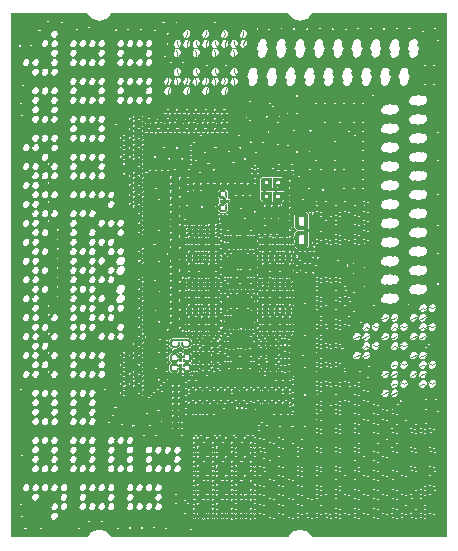
<source format=gbr>
*
%FSLAX35Y35*%
%MOMM*%
%ADD10C,0.077000*%
%ADD11C,0.027800*%
%ADD12C,0.030000*%
%ADD13C,0.014000*%
%IPPOS*%
%LN3273053a01-cus-l9.gbr*%
%LPD*%
G75*
G54D10*
X347180Y1452820D03*
G54D10*
D03*
G54D10*
X372820Y1427180D03*
G54D10*
D03*
G54D10*
X1734429Y1614763D03*
G54D10*
D03*
G54D10*
X813130Y973130D03*
G54D10*
D03*
G54D10*
X733130D03*
G54D10*
D03*
G54D10*
X774429Y894764D03*
G54D10*
D03*
G54D10*
X1106870Y-813130D03*
G54D10*
D03*
G54D10*
X973130Y-786870D03*
G54D10*
D03*
G54D10*
X1133130Y1453130D03*
G54D10*
D03*
G54D10*
X934429Y1294763D03*
G54D10*
D03*
G54D10*
X1053130Y1373130D03*
G54D10*
D03*
G54D10*
Y1453130D03*
G54D10*
D03*
G54D10*
X-939641Y-130258D03*
G54D10*
D03*
G54D10*
Y-210258D03*
G54D10*
D03*
G54D10*
X1145571Y-94764D03*
G54D10*
D03*
G54D10*
X1225571Y-254763D03*
G54D10*
D03*
G54D10*
X1145571Y-174763D03*
G54D10*
D03*
G54D10*
X1014429Y1214764D03*
G54D10*
D03*
G54D10*
X1133130Y893130D03*
G54D10*
D03*
G54D10*
X147180Y1332820D03*
G54D10*
D03*
G54D10*
X172820Y1307180D03*
G54D10*
D03*
G54D10*
X1734429Y1694763D03*
G54D10*
D03*
G54D10*
X1053130Y733130D03*
G54D10*
D03*
G54D10*
X1133130D03*
G54D10*
D03*
G54D10*
X1654429Y1694763D03*
G54D10*
D03*
G54D10*
X653130Y1453130D03*
G54D10*
D03*
G54D10*
X733130Y1373130D03*
G54D10*
D03*
G54D10*
X1654429Y1774764D03*
G54D10*
D03*
G54D10*
X1734429Y1854764D03*
G54D10*
D03*
G54D10*
Y1774764D03*
G54D10*
D03*
G54D10*
X-419081Y822463D03*
G54D10*
D03*
G54D10*
Y743275D03*
G54D10*
D03*
G54D10*
Y656387D03*
G54D10*
D03*
G54D10*
Y577200D03*
G54D10*
D03*
G54D10*
Y330326D03*
G54D10*
D03*
G54D10*
Y137928D03*
G54D10*
D03*
G54D10*
Y-54469D03*
G54D10*
D03*
G54D10*
Y-141357D03*
G54D10*
D03*
G54D10*
Y-220545D03*
G54D10*
D03*
G54D10*
Y-299733D03*
G54D10*
D03*
G54D10*
Y814763D03*
G54D10*
D03*
G54D10*
Y735575D03*
G54D10*
D03*
G54D10*
Y664087D03*
G54D10*
D03*
G54D10*
Y584900D03*
G54D10*
D03*
G54D10*
Y505712D03*
G54D10*
Y498012D03*
G54D10*
Y505712D03*
G54D10*
Y498012D03*
G54D10*
Y426524D03*
G54D10*
Y418824D03*
G54D10*
Y426524D03*
G54D10*
Y418824D03*
G54D10*
Y322625D03*
G54D10*
D03*
G54D10*
Y234127D03*
G54D10*
Y226427D03*
G54D10*
Y234127D03*
G54D10*
Y226427D03*
G54D10*
Y130228D03*
G54D10*
D03*
G54D10*
Y41729D03*
G54D10*
Y34029D03*
G54D10*
Y41729D03*
G54D10*
Y34029D03*
G54D10*
Y-62170D03*
G54D10*
D03*
G54D10*
Y-133657D03*
G54D10*
D03*
G54D10*
Y-212845D03*
G54D10*
D03*
G54D10*
Y-292032D03*
G54D10*
D03*
G54D10*
Y-371220D03*
G54D10*
Y-378920D03*
G54D10*
Y-371220D03*
G54D10*
Y-378920D03*
G54D10*
Y-445301D03*
G54D10*
Y-453001D03*
G54D10*
Y-445301D03*
G54D10*
Y-453001D03*
G54D10*
X653130Y1373130D03*
G54D10*
D03*
G54D10*
X573130D03*
G54D10*
D03*
G54D10*
X-98701Y-892902D03*
G54D10*
D03*
G54D10*
X392789D03*
G54D10*
D03*
G54D10*
X-339373D03*
G54D10*
D03*
G54D10*
X-279205D03*
G54D10*
D03*
G54D10*
X-219037D03*
G54D10*
D03*
G54D10*
X-158869D03*
G54D10*
D03*
G54D10*
X272453D03*
G54D10*
D03*
G54D10*
X332621D03*
G54D10*
D03*
G54D10*
X452957D03*
G54D10*
D03*
G54D10*
X513125D03*
G54D10*
D03*
G54D10*
X-98701Y-976515D03*
G54D10*
Y-968815D03*
G54D10*
X392789Y-976515D03*
G54D10*
Y-968815D03*
G54D10*
X-339373Y-976515D03*
G54D10*
Y-968815D03*
G54D10*
X-279205Y-976515D03*
G54D10*
Y-968815D03*
G54D10*
X-219037Y-976515D03*
G54D10*
Y-968815D03*
G54D10*
X-158869Y-976515D03*
G54D10*
Y-968815D03*
G54D10*
X-38533Y-976515D03*
G54D10*
Y-968815D03*
G54D10*
X21635Y-976515D03*
G54D10*
Y-968815D03*
G54D10*
X86876Y-976515D03*
G54D10*
Y-968815D03*
G54D10*
X152117Y-976515D03*
G54D10*
Y-968815D03*
G54D10*
X212285Y-976515D03*
G54D10*
Y-968815D03*
G54D10*
X272453Y-976515D03*
G54D10*
Y-968815D03*
G54D10*
X332621Y-976515D03*
G54D10*
Y-968815D03*
G54D10*
X452957Y-976515D03*
G54D10*
Y-968815D03*
G54D10*
X513125Y-976515D03*
G54D10*
Y-968815D03*
G54D10*
X-98701Y-1003615D03*
G54D10*
D03*
G54D10*
X392789D03*
G54D10*
D03*
G54D10*
X-339373D03*
G54D10*
D03*
G54D10*
X-279205D03*
G54D10*
D03*
G54D10*
X-219037D03*
G54D10*
D03*
G54D10*
X-158869D03*
G54D10*
D03*
G54D10*
X-38533D03*
G54D10*
D03*
G54D10*
X21635D03*
G54D10*
D03*
G54D10*
X86876D03*
G54D10*
D03*
G54D10*
X152117D03*
G54D10*
D03*
G54D10*
X212285D03*
G54D10*
D03*
G54D10*
X272453D03*
G54D10*
D03*
G54D10*
X332621D03*
G54D10*
D03*
G54D10*
X452957D03*
G54D10*
D03*
G54D10*
X513125D03*
G54D10*
D03*
G54D10*
X-98701Y-1087229D03*
G54D10*
Y-1079529D03*
G54D10*
X392789Y-1087229D03*
G54D10*
Y-1079529D03*
G54D10*
X-339373Y-1087229D03*
G54D10*
Y-1079529D03*
G54D10*
X-279205Y-1087229D03*
G54D10*
Y-1079529D03*
G54D10*
X-219037Y-1087229D03*
G54D10*
Y-1079529D03*
G54D10*
X-158869Y-1087229D03*
G54D10*
Y-1079529D03*
G54D10*
X86876Y-1087206D03*
G54D10*
Y-1079506D03*
G54D10*
X152117Y-1081515D03*
G54D10*
D03*
G54D10*
X207926D03*
G54D10*
D03*
G54D10*
X272453Y-1087229D03*
G54D10*
Y-1079529D03*
G54D10*
X332621Y-1087229D03*
G54D10*
Y-1079529D03*
G54D10*
X452957Y-1087229D03*
G54D10*
Y-1079529D03*
G54D10*
X513125Y-1087229D03*
G54D10*
Y-1079529D03*
G54D10*
X-98701Y-1114329D03*
G54D10*
D03*
G54D10*
X392789D03*
G54D10*
D03*
G54D10*
X-339373D03*
G54D10*
D03*
G54D10*
X-279205D03*
G54D10*
D03*
G54D10*
X-219037D03*
G54D10*
D03*
G54D10*
X-158869D03*
G54D10*
D03*
G54D10*
X272453D03*
G54D10*
D03*
G54D10*
X332621D03*
G54D10*
D03*
G54D10*
X452957D03*
G54D10*
D03*
G54D10*
X513125D03*
G54D10*
D03*
G54D10*
X152117Y-1116215D03*
G54D10*
D03*
G54D10*
X207926D03*
G54D10*
D03*
G54D10*
X-34174D03*
G54D10*
D03*
G54D10*
X21635D03*
G54D10*
D03*
G54D10*
X66656D03*
G54D10*
D03*
G54D10*
X107096D03*
G54D10*
D03*
G54D10*
X21635Y-1081515D03*
G54D10*
D03*
G54D10*
X-34174D03*
G54D10*
D03*
G54D10*
X-78093Y435560D03*
G54D10*
D03*
G54D10*
X37547Y391735D03*
G54D10*
D03*
G54D10*
X137067D03*
G54D10*
D03*
G54D10*
X251844Y343345D03*
G54D10*
X301604D03*
G54D10*
X351364D03*
G54D10*
X401125D03*
G54D10*
X450885D03*
G54D10*
X500645D03*
G54D10*
X450885D03*
G54D10*
X500645D03*
G54D10*
X251844D03*
G54D10*
X301604D03*
G54D10*
X351364D03*
G54D10*
X401125D03*
G54D10*
X-277213Y-853096D03*
G54D10*
D03*
G54D10*
X574724Y20984D03*
G54D10*
D03*
G54D10*
X-348424Y708776D03*
G54D10*
D03*
G54D10*
Y768777D03*
G54D10*
D03*
G54D10*
Y828581D03*
G54D10*
D03*
G54D10*
X-267349Y1152200D03*
G54D10*
D03*
G54D10*
X-295649Y1123900D03*
G54D10*
D03*
G54D10*
X-239049Y1180500D03*
G54D10*
D03*
G54D10*
X-323949Y935600D03*
G54D10*
D03*
G54D10*
X-114694Y542132D03*
G54D10*
D03*
G54D10*
Y584324D03*
G54D10*
D03*
G54D10*
Y626516D03*
G54D10*
D03*
G54D10*
Y668708D03*
G54D10*
D03*
G54D10*
X-23247Y513082D03*
G54D10*
X-85644D03*
G54D10*
X-54445D03*
G54D10*
X-23247D03*
G54D10*
X-85644D03*
G54D10*
X-54445D03*
G54D10*
X-98670Y-853131D03*
G54D10*
D03*
G54D10*
X540283Y-879381D03*
G54D10*
D03*
G54D10*
X-656192Y-1015001D03*
G54D10*
D03*
G54D10*
X-522692Y-846143D03*
G54D10*
D03*
G54D10*
Y-880608D03*
G54D10*
D03*
G54D10*
X-676470Y-1035279D03*
G54D10*
D03*
G54D10*
X-635892Y-994700D03*
G54D10*
D03*
G54D10*
X-607592Y-966401D03*
G54D10*
D03*
G54D10*
X-579292Y-938101D03*
G54D10*
D03*
G54D10*
X-550992Y-909801D03*
G54D10*
D03*
G54D10*
X601974Y43083D03*
G54D10*
D03*
G54D10*
Y83084D03*
G54D10*
D03*
G54D10*
Y123083D03*
G54D10*
Y163084D03*
G54D10*
X-520510Y885600D03*
G54D10*
X716974Y203083D03*
G54D10*
D03*
G54D10*
X681974D03*
G54D10*
D03*
G54D10*
X641974D03*
G54D10*
D03*
G54D10*
X601974Y123083D03*
G54D10*
Y163084D03*
G54D10*
Y203083D03*
G54D10*
D03*
G54D10*
X-670510Y885600D03*
G54D10*
D03*
G54D10*
X-620510D03*
G54D10*
D03*
G54D10*
X-570510D03*
G54D10*
D03*
G54D10*
X-520510D03*
G54D10*
X200000Y-1354950D03*
G54D10*
D03*
G54D10*
X240000D03*
G54D10*
D03*
G54D10*
X160000D03*
G54D10*
D03*
G54D10*
X120000D03*
G54D10*
D03*
G54D10*
X80000D03*
G54D10*
D03*
G54D10*
X40000D03*
G54D10*
D03*
G54D10*
X0D03*
G54D10*
D03*
G54D10*
X-40000D03*
G54D10*
D03*
G54D10*
X-80000D03*
G54D10*
D03*
G54D10*
X-120000D03*
G54D10*
D03*
G54D10*
X-160000D03*
G54D10*
D03*
G54D10*
X-200000D03*
G54D10*
D03*
G54D10*
X-240000D03*
G54D10*
D03*
G54D10*
X-280000D03*
G54D10*
D03*
G54D10*
X-320000D03*
G54D10*
D03*
G54D10*
X-360000D03*
G54D10*
D03*
G54D10*
X-400000D03*
G54D10*
D03*
G54D10*
X-584491Y-542850D03*
G54D10*
X-634491D03*
G54D10*
X-684491D03*
G54D10*
X-584491D03*
G54D10*
X-634491D03*
G54D10*
X-684491D03*
G54D10*
X-403701Y-1296778D03*
G54D10*
D03*
G54D10*
X251195Y-1313012D03*
G54D10*
D03*
G54D10*
X641914Y101550D03*
G54D10*
D03*
G54D10*
X681914D03*
G54D10*
D03*
G54D10*
X711450D03*
G54D10*
D03*
G54D10*
X-403701Y-1245498D03*
G54D10*
D03*
G54D10*
X-323949Y975600D03*
G54D10*
D03*
G54D10*
Y1015600D03*
G54D10*
D03*
G54D10*
Y1055600D03*
G54D10*
D03*
G54D10*
Y1095600D03*
G54D10*
D03*
G54D10*
X711450Y151550D03*
G54D10*
D03*
G54D10*
Y61550D03*
G54D10*
D03*
G54D10*
Y21550D03*
G54D10*
D03*
G54D10*
X-420510Y896213D03*
G54D10*
D03*
G54D10*
X-380510D03*
G54D10*
D03*
G54D10*
X-340510D03*
G54D10*
D03*
G54D10*
X-460510D03*
G54D10*
D03*
G54D10*
X-128785Y-853131D03*
G54D10*
D03*
G54D10*
X362705D03*
G54D10*
D03*
G54D10*
X392721D03*
G54D10*
X422873D03*
G54D10*
X392721D03*
G54D10*
X422873D03*
G54D10*
X-309289D03*
G54D10*
D03*
G54D10*
X-218982D03*
G54D10*
D03*
G54D10*
X-188953D03*
G54D10*
D03*
G54D10*
X-158826D03*
G54D10*
D03*
G54D10*
X-38514D03*
G54D10*
D03*
G54D10*
X21642D03*
G54D10*
D03*
G54D10*
X86870D03*
G54D10*
D03*
G54D10*
X152097D03*
G54D10*
D03*
G54D10*
X242369D03*
G54D10*
D03*
G54D10*
X272409D03*
G54D10*
D03*
G54D10*
X302537D03*
G54D10*
D03*
G54D10*
X332565D03*
G54D10*
D03*
G54D10*
X452877D03*
G54D10*
D03*
G54D10*
X483041D03*
G54D10*
D03*
G54D10*
X513033D03*
G54D10*
D03*
G54D10*
X543209D03*
G54D10*
D03*
G54D10*
X-366544Y-904380D03*
G54D10*
D03*
G54D10*
Y-959726D03*
G54D10*
D03*
G54D10*
X543209Y-963844D03*
G54D10*
D03*
G54D10*
X-366544Y-1015072D03*
G54D10*
D03*
G54D10*
X540283Y-990072D03*
G54D10*
D03*
G54D10*
Y-1040072D03*
G54D10*
D03*
G54D10*
X-366544Y-1125763D03*
G54D10*
D03*
G54D10*
X540283Y-1100763D03*
G54D10*
D03*
G54D10*
X-128785Y-1179529D03*
G54D10*
D03*
G54D10*
X-98670Y-1177012D03*
G54D10*
D03*
G54D10*
X527663D03*
G54D10*
D03*
G54D10*
X-366544D03*
G54D10*
D03*
G54D10*
X-339294D03*
G54D10*
D03*
G54D10*
X-309289Y-1179529D03*
G54D10*
D03*
G54D10*
X-279138Y-1177012D03*
G54D10*
D03*
G54D10*
X-249121Y-1179529D03*
G54D10*
D03*
G54D10*
X-218982Y-1177012D03*
G54D10*
D03*
G54D10*
X-188953Y-1179529D03*
G54D10*
D03*
G54D10*
X-158826Y-1177012D03*
G54D10*
D03*
G54D10*
X272409D03*
G54D10*
D03*
G54D10*
X347195D03*
G54D10*
D03*
G54D10*
X378091D03*
G54D10*
D03*
G54D10*
X407351D03*
G54D10*
D03*
G54D10*
X438247D03*
G54D10*
D03*
G54D10*
X467507D03*
G54D10*
D03*
G54D10*
X498403D03*
G54D10*
D03*
G54D10*
X540283Y-1150763D03*
G54D10*
D03*
G54D10*
X-239274Y721529D03*
G54D10*
D03*
G54D10*
X-182274D03*
G54D10*
D03*
G54D10*
X-125569Y721479D03*
G54D10*
D03*
G54D10*
X-293207Y680329D03*
G54D10*
D03*
G54D10*
X38961Y561329D03*
G54D10*
X8960D03*
G54D10*
X38961D03*
G54D10*
X8960D03*
G54D10*
X98961D03*
G54D10*
D03*
G54D10*
X128960D03*
G54D10*
D03*
G54D10*
X188961D03*
G54D10*
D03*
G54D10*
X218961D03*
G54D10*
D03*
G54D10*
X-373012Y475570D03*
G54D10*
D03*
G54D10*
X-314959D03*
G54D10*
D03*
G54D10*
X-285932D03*
G54D10*
D03*
G54D10*
X-227878D03*
G54D10*
D03*
G54D10*
X-169825D03*
G54D10*
D03*
G54D10*
X-82745D03*
G54D10*
D03*
G54D10*
X-347835Y423070D03*
G54D10*
X-373012D03*
G54D10*
D03*
G54D10*
X-347835D03*
G54D10*
X-289782D03*
G54D10*
D03*
G54D10*
X363585Y418461D03*
G54D10*
D03*
G54D10*
X423741D03*
G54D10*
D03*
G54D10*
X-340135Y423070D03*
G54D10*
X-314959D03*
G54D10*
D03*
G54D10*
X-282082D03*
G54D10*
D03*
G54D10*
X-256905D03*
G54D10*
D03*
G54D10*
X-224028D03*
G54D10*
X-231729D03*
G54D10*
X-224028D03*
G54D10*
X-231729D03*
G54D10*
X-198852D03*
G54D10*
D03*
G54D10*
X-165975D03*
G54D10*
X-173675D03*
G54D10*
X-165975D03*
G54D10*
X-173675D03*
G54D10*
X-140799D03*
G54D10*
D03*
G54D10*
X-107922D03*
G54D10*
X-115622D03*
G54D10*
D03*
G54D10*
X-107922D03*
G54D10*
X303428Y418461D03*
G54D10*
D03*
G54D10*
X467879D03*
G54D10*
D03*
G54D10*
X-17008Y-1166415D03*
G54D10*
D03*
G54D10*
X10760D03*
G54D10*
D03*
G54D10*
X72992D03*
G54D10*
D03*
G54D10*
X100760D03*
G54D10*
D03*
G54D10*
X162992D03*
G54D10*
D03*
G54D10*
X190760D03*
G54D10*
D03*
G54D10*
X323195Y-1201013D03*
G54D10*
D03*
G54D10*
X-17008Y-1226515D03*
G54D10*
D03*
G54D10*
X10760D03*
G54D10*
D03*
G54D10*
X72992D03*
G54D10*
D03*
G54D10*
X100760D03*
G54D10*
D03*
G54D10*
X162992D03*
G54D10*
D03*
G54D10*
X190760D03*
G54D10*
D03*
G54D10*
X299195Y-1225012D03*
G54D10*
D03*
G54D10*
X275195Y-1249013D03*
G54D10*
D03*
G54D10*
X251195Y-1273013D03*
G54D10*
D03*
G54D10*
X540283Y-929380D03*
G54D10*
D03*
G54D10*
X212253Y-853131D03*
G54D10*
D03*
G54D10*
X-309289Y-1061500D03*
G54D10*
Y-950787D03*
G54D10*
X-249121D03*
G54D10*
X-68617D03*
G54D10*
X-188953D03*
G54D10*
X-249121Y-1061500D03*
G54D10*
X-188953D03*
G54D10*
X-128785D03*
G54D10*
X-68617D03*
G54D10*
X-9300Y-951419D03*
G54D10*
X51719Y-950787D03*
G54D10*
X56792Y-1061500D03*
G54D10*
X122033Y-950787D03*
G54D10*
Y-1061500D03*
G54D10*
X182201Y-950787D03*
G54D10*
X242369Y-1061500D03*
G54D10*
Y-950787D03*
G54D10*
X302537D03*
G54D10*
Y-1061500D03*
G54D10*
X362705D03*
G54D10*
Y-950787D03*
G54D10*
X422873D03*
G54D10*
Y-1061500D03*
G54D10*
X483041D03*
G54D10*
Y-950787D03*
G54D10*
X-309289Y-1061500D03*
G54D10*
Y-950787D03*
G54D10*
X-249121D03*
G54D10*
X-68617D03*
G54D10*
X-188953D03*
G54D10*
X-249121Y-1061500D03*
G54D10*
X-188953D03*
G54D10*
X-128785D03*
G54D10*
X-68617D03*
G54D10*
X-9300Y-951419D03*
G54D10*
X51719Y-950787D03*
G54D10*
X56792Y-1061500D03*
G54D10*
X122033Y-950787D03*
G54D10*
Y-1061500D03*
G54D10*
X182201Y-950787D03*
G54D10*
X242369Y-1061500D03*
G54D10*
Y-950787D03*
G54D10*
X302537D03*
G54D10*
Y-1061500D03*
G54D10*
X362705D03*
G54D10*
Y-950787D03*
G54D10*
X422873D03*
G54D10*
Y-1061500D03*
G54D10*
X483041D03*
G54D10*
Y-950787D03*
G54D10*
X-128785D03*
G54D10*
D03*
G54D10*
X139190Y-1130289D03*
G54D10*
D03*
G54D10*
X220853D03*
G54D10*
D03*
G54D10*
X-47101D03*
G54D10*
D03*
X34562D03*
D03*
G54D10*
X66656Y-1128915D03*
G54D10*
D03*
G54D10*
X107096D03*
G54D10*
D03*
G54D10*
X182201Y-1068815D03*
G54D10*
D03*
G54D10*
X-9300Y-1061500D03*
G54D10*
D03*
G54D10*
X-524785Y-735582D03*
G54D10*
Y-655582D03*
G54D10*
Y-775582D03*
G54D10*
Y-695582D03*
G54D10*
Y-735582D03*
G54D10*
Y-655582D03*
G54D10*
Y-775582D03*
G54D10*
Y-695582D03*
G54D10*
Y-815582D03*
G54D10*
D03*
G54D10*
Y-615582D03*
G54D10*
X-528326Y-584094D03*
G54D10*
Y-552604D03*
G54D10*
X-524785Y-615582D03*
G54D10*
X-528326Y-552604D03*
G54D10*
Y-584094D03*
G54D10*
X-329978Y-847733D03*
G54D10*
X-360790D03*
G54D10*
X-391601D03*
G54D10*
X-329978D03*
G54D10*
X-360790D03*
G54D10*
X-391601D03*
G54D10*
X-263749Y475570D03*
G54D10*
D03*
G54D10*
X-192009D03*
G54D10*
D03*
G54D10*
X-142249D03*
G54D10*
D03*
G54D10*
X-114469D03*
G54D10*
D03*
G54D10*
X514430Y383070D03*
G54D10*
D03*
G54D10*
X-366544Y-1070417D03*
G54D10*
D03*
G54D10*
X-477085Y-632752D03*
G54D10*
X-387085Y-631948D03*
G54D10*
X-477085Y-640452D03*
G54D10*
X-387085Y-639648D03*
G54D10*
X-474017Y-1300628D03*
G54D10*
D03*
G54D10*
Y-1292928D03*
G54D10*
D03*
G54D10*
X-429101Y-1300628D03*
G54D10*
Y-1292928D03*
G54D10*
D03*
G54D10*
Y-1300628D03*
G54D10*
Y-1249348D03*
G54D10*
Y-1241648D03*
G54D10*
D03*
G54D10*
Y-1249348D03*
G54D10*
X-474017D03*
G54D10*
D03*
G54D10*
Y-1241648D03*
G54D10*
D03*
G54D10*
X442816Y601168D03*
G54D10*
D03*
G54D10*
X534651Y408019D03*
G54D10*
D03*
G54D10*
X-477085Y-632752D03*
G54D10*
X-429101Y-933968D03*
G54D10*
D03*
G54D10*
X-474017D03*
G54D10*
D03*
G54D10*
X-429101Y-985248D03*
G54D10*
D03*
G54D10*
X-474017D03*
G54D10*
D03*
G54D10*
X-429101Y-1044228D03*
G54D10*
D03*
G54D10*
X-474017D03*
G54D10*
D03*
G54D10*
X-429101Y-1095508D03*
G54D10*
D03*
G54D10*
X-474017D03*
G54D10*
D03*
G54D10*
X117811Y671629D03*
G54D10*
D03*
G54D10*
X177979D03*
G54D10*
D03*
G54D10*
X57643D03*
G54D10*
X49942D03*
G54D10*
D03*
G54D10*
X57643D03*
G54D10*
X110111D03*
G54D10*
D03*
G54D10*
X170279D03*
G54D10*
D03*
G54D10*
X367423Y586162D03*
G54D10*
D03*
G54D10*
X419891D03*
G54D10*
D03*
G54D10*
X448260Y595723D03*
G54D10*
D03*
G54D10*
X299555Y586162D03*
G54D10*
X307255D03*
G54D10*
X299555D03*
G54D10*
X307255D03*
G54D10*
X359722D03*
G54D10*
D03*
G54D10*
X427591D03*
G54D10*
D03*
G54D10*
X367423Y481162D03*
G54D10*
D03*
G54D10*
X419891D03*
G54D10*
D03*
G54D10*
X299555D03*
G54D10*
X307255D03*
G54D10*
X299555D03*
G54D10*
X307255D03*
G54D10*
X359722D03*
G54D10*
D03*
G54D10*
X427591D03*
G54D10*
D03*
G54D10*
X534651Y400319D03*
G54D10*
D03*
G54D10*
X-477085Y-640452D03*
G54D10*
X-429101Y-941668D03*
G54D10*
D03*
G54D10*
X-474017D03*
G54D10*
D03*
G54D10*
X-429101Y-992948D03*
G54D10*
D03*
G54D10*
X-474017D03*
G54D10*
D03*
G54D10*
X-429101Y-1036528D03*
G54D10*
D03*
G54D10*
X-474017D03*
G54D10*
D03*
G54D10*
X-429101Y-1087808D03*
G54D10*
D03*
G54D10*
X-474017D03*
G54D10*
D03*
G54D10*
X-429101Y-1146788D03*
G54D10*
Y-1139088D03*
G54D10*
D03*
G54D10*
Y-1146788D03*
G54D10*
X-474017Y-1139088D03*
G54D10*
Y-1146788D03*
G54D10*
Y-1139088D03*
G54D10*
Y-1146788D03*
G54D10*
X-429101Y-1190368D03*
G54D10*
Y-1198068D03*
G54D10*
D03*
G54D10*
Y-1190368D03*
G54D10*
X-474017Y-1198068D03*
G54D10*
Y-1190368D03*
G54D10*
D03*
G54D10*
Y-1198068D03*
G54D10*
X746473Y627235D03*
G54D10*
D03*
G54D10*
X-387085Y-631948D03*
G54D10*
Y-639648D03*
G54D10*
X-394115Y-28101D03*
G54D10*
D03*
G54D10*
X-394358Y-469696D03*
G54D10*
D03*
G54D10*
X-354951Y588442D03*
G54D10*
X-362652D03*
G54D10*
D03*
G54D10*
X-354951D03*
G54D10*
X-394115Y-20401D03*
G54D10*
D03*
G54D10*
X-394358Y-477396D03*
G54D10*
D03*
G54D10*
X1654429Y1614763D03*
G54D10*
D03*
G54D10*
X-854429Y545237D03*
G54D10*
D03*
G54D10*
X-985571Y-1185237D03*
G54D10*
D03*
G54D10*
X1746870Y-1053130D03*
G54D10*
D03*
G54D10*
X1666870Y-1133130D03*
G54D10*
D03*
G54D10*
X-399785Y-632752D03*
G54D10*
X-489785D03*
G54D10*
X-399785Y-640452D03*
G54D10*
X-489785D03*
G54D10*
X26152Y557479D03*
G54D10*
X-413612Y-487215D03*
G54D10*
X-446728Y-490274D03*
G54D10*
X-479884Y-495058D03*
G54D10*
X-339373Y-905602D03*
G54D10*
X-343223Y-915802D03*
G54D10*
X-339373Y-942902D03*
G54D10*
X-335523Y-915802D03*
G54D10*
X51661Y557479D03*
G54D10*
X231660D03*
G54D10*
X201661D03*
G54D10*
X111660D03*
G54D10*
X141661D03*
G54D10*
X-7089Y561529D03*
G54D10*
D03*
G54D10*
X-345224Y845481D03*
G54D10*
X-280049Y1152200D03*
G54D10*
X-308349Y1123900D03*
G54D10*
X-251749Y1180500D03*
G54D10*
X220576Y866133D03*
G54D10*
X212876D03*
G54D10*
X220576D03*
G54D10*
X212876D03*
G54D10*
X-336649Y935600D03*
G54D10*
X-406381Y204599D03*
G54D10*
Y648687D03*
G54D10*
Y656387D03*
G54D10*
D03*
G54D10*
X1154763Y74429D03*
G54D10*
X1158613Y154429D03*
G54D10*
X-512166Y-696668D03*
G54D10*
D03*
G54D10*
X-512158Y-736665D03*
G54D10*
D03*
G54D10*
X-512148Y-776662D03*
G54D10*
D03*
G54D10*
X-7089Y649053D03*
G54D10*
Y679659D03*
G54D10*
Y710265D03*
G54D10*
Y542767D03*
G54D10*
D03*
G54D10*
Y582767D03*
G54D10*
D03*
G54D10*
Y659012D03*
G54D10*
X-84815Y727251D03*
G54D10*
D03*
G54D10*
X-54445D03*
G54D10*
D03*
G54D10*
X-24075D03*
G54D10*
D03*
G54D10*
X-101994Y710072D03*
G54D10*
D03*
G54D10*
Y542960D03*
G54D10*
D03*
G54D10*
Y585153D03*
G54D10*
D03*
G54D10*
Y627345D03*
G54D10*
D03*
G54D10*
Y669537D03*
G54D10*
D03*
G54D10*
X-84815Y525782D03*
G54D10*
D03*
G54D10*
X-54445D03*
G54D10*
D03*
G54D10*
X-24075D03*
G54D10*
D03*
G54D10*
X-406381Y-292032D03*
G54D10*
D03*
G54D10*
X-320000Y-2170000D03*
G54D10*
X661607Y224800D03*
G54D10*
X-541435Y-462200D03*
G54D10*
X-517280Y-402866D03*
G54D10*
Y-351175D03*
G54D10*
Y-291784D03*
G54D10*
Y-284084D03*
G54D10*
Y-232394D03*
G54D10*
Y-224693D03*
G54D10*
Y-173003D03*
G54D10*
Y-105912D03*
G54D10*
Y-46521D03*
G54D10*
Y5170D03*
G54D10*
Y12870D03*
G54D10*
Y62889D03*
G54D10*
Y70589D03*
G54D10*
Y120608D03*
G54D10*
Y128308D03*
G54D10*
X-494381Y178327D03*
G54D10*
Y186027D03*
G54D10*
X-517280Y236046D03*
G54D10*
Y293766D03*
G54D10*
Y351485D03*
G54D10*
Y416904D03*
G54D10*
Y476295D03*
G54D10*
Y527986D03*
G54D10*
Y535686D03*
G54D10*
Y587377D03*
G54D10*
Y595077D03*
G54D10*
Y646767D03*
G54D10*
Y706158D03*
G54D10*
Y773249D03*
G54D10*
Y832640D03*
G54D10*
X-541435Y-469900D03*
G54D10*
X-517280Y-410566D03*
G54D10*
Y-165303D03*
G54D10*
Y-113612D03*
G54D10*
Y-54221D03*
G54D10*
Y243747D03*
G54D10*
Y301466D03*
G54D10*
Y359185D03*
G54D10*
Y409204D03*
G54D10*
Y468595D03*
G54D10*
Y654467D03*
G54D10*
Y713858D03*
G54D10*
Y765549D03*
G54D10*
Y824940D03*
G54D10*
X-494381Y178327D03*
G54D10*
Y186027D03*
G54D10*
X-517280Y-232394D03*
G54D10*
Y-224693D03*
G54D10*
Y120608D03*
G54D10*
Y128308D03*
G54D10*
Y62889D03*
G54D10*
Y70589D03*
G54D10*
Y5170D03*
G54D10*
Y12870D03*
G54D10*
Y-54221D03*
G54D10*
Y-46521D03*
G54D10*
Y-113612D03*
G54D10*
Y-105912D03*
G54D10*
Y-173003D03*
G54D10*
Y-165303D03*
G54D10*
Y-291784D03*
G54D10*
Y-284084D03*
G54D10*
Y-351175D03*
G54D10*
Y-410566D03*
G54D10*
Y-402866D03*
G54D10*
Y646767D03*
G54D10*
Y654467D03*
G54D10*
Y293766D03*
G54D10*
Y301466D03*
G54D10*
Y765549D03*
G54D10*
Y773249D03*
G54D10*
Y706158D03*
G54D10*
Y713858D03*
G54D10*
Y236046D03*
G54D10*
Y243747D03*
G54D10*
Y587377D03*
G54D10*
Y595077D03*
G54D10*
Y527986D03*
G54D10*
Y535686D03*
G54D10*
Y468595D03*
G54D10*
Y476295D03*
G54D10*
Y409204D03*
G54D10*
Y416904D03*
G54D10*
Y351485D03*
G54D10*
Y359185D03*
G54D10*
Y824940D03*
G54D10*
Y832640D03*
G54D10*
X-1023519Y-915674D03*
G54D10*
X-1037072Y-889354D03*
G54D10*
X-1400000Y-600000D03*
G54D10*
X-1188864Y-504604D03*
G54D10*
X-1371137Y-818933D03*
G54D10*
X-1032190Y-828039D03*
G54D10*
X-1025774Y-566471D03*
G54D10*
X-975652Y-545754D03*
G54D10*
X-948833Y-555341D03*
G54D10*
X-963250Y-600000D03*
G54D10*
Y-680000D03*
G54D10*
Y-759950D03*
G54D10*
Y-852514D03*
G54D10*
X-1266600Y-863298D03*
G54D10*
X-1106600D03*
G54D10*
X-1186600D03*
G54D10*
X-1342100Y-889841D03*
G54D10*
X-1240000D03*
G54D10*
X-1160000D03*
G54D10*
X-1080000D03*
G54D10*
X900288Y201401D03*
G54D10*
X918131Y170098D03*
G54D10*
X920756Y230073D03*
G54D10*
X942715Y199092D03*
G54D10*
X720819Y306172D03*
G54D10*
X720083Y348224D03*
G54D10*
X695136Y245715D03*
G54D10*
X678515Y241975D03*
G54D10*
X679014Y284785D03*
G54D10*
X695136Y245715D03*
G54D10*
X678515Y241975D03*
G54D10*
X694788Y284242D03*
G54D10*
X679014Y284785D03*
G54D10*
X1202092Y796489D03*
G54D10*
X963937Y1356005D03*
G54D10*
X-483054Y-1361058D03*
G54D10*
X-387429Y-2014763D03*
G54D10*
X-444774Y-1348058D03*
G54D10*
X-892217Y-1273441D03*
G54D10*
D03*
G54D10*
X1680000Y1840000D03*
G54D10*
X1600000Y1600000D03*
G54D10*
Y1760000D03*
G54D10*
Y1680000D03*
G54D10*
X1200000Y-240000D03*
G54D10*
X1120000Y-160000D03*
G54D10*
X1040000Y0D03*
G54D10*
Y160000D03*
G54D10*
X1120000D03*
G54D10*
X1200000D03*
G54D10*
Y80000D03*
G54D10*
Y0D03*
G54D10*
Y-80000D03*
G54D10*
Y-160000D03*
G54D10*
Y1120000D03*
G54D10*
X800000Y1360000D03*
G54D10*
X640000D03*
G54D10*
X720000Y1520000D03*
G54D10*
X800000D03*
G54D10*
X880000D03*
G54D10*
X960000D03*
G54D10*
X1040000D03*
G54D10*
X1120000D03*
G54D10*
X1200000D03*
G54D10*
Y1440000D03*
G54D10*
Y1280000D03*
G54D10*
Y1200000D03*
G54D10*
Y1040000D03*
G54D10*
Y960000D03*
G54D10*
Y880000D03*
G54D10*
X-1040000Y-1200000D03*
G54D10*
Y-1280000D03*
G54D10*
X-960000D03*
G54D10*
X-1199778Y2099116D03*
G54D10*
X482557Y2109309D03*
G54D10*
X342557D03*
G54D10*
X232557D03*
G54D10*
X-1640000Y-2100000D03*
G54D10*
X-1720000D03*
G54D10*
X1802557Y2109309D03*
G54D10*
Y2039309D03*
G54D10*
Y1959308D03*
G54D10*
X1792557Y1319309D03*
G54D10*
Y1209308D03*
G54D10*
Y1099309D03*
G54D10*
Y1009308D03*
G54D10*
Y899308D03*
G54D10*
Y789309D03*
G54D10*
Y689308D03*
G54D10*
Y579309D03*
G54D10*
Y469309D03*
G54D10*
Y369309D03*
G54D10*
Y279309D03*
G54D10*
Y169308D03*
G54D10*
Y59309D03*
G54D10*
Y-40692D03*
G54D10*
Y-150692D03*
G54D10*
Y-260692D03*
G54D10*
Y-360692D03*
G54D10*
Y-470691D03*
G54D10*
Y-580691D03*
G54D10*
Y-690692D03*
G54D10*
Y-800691D03*
G54D10*
Y-910691D03*
G54D10*
X-1607443Y2089309D03*
G54D10*
X-1477443D03*
G54D10*
X-1387443Y2099309D03*
G54D10*
X-1277443D03*
G54D10*
X-1167443Y2109309D03*
G54D10*
X-1067443D03*
G54D10*
X-917443Y2119309D03*
G54D10*
X-797443D03*
G54D10*
X-677443D03*
G54D10*
X-1797443Y2039309D03*
G54D10*
Y1929309D03*
G54D10*
Y1819309D03*
G54D10*
Y1709308D03*
G54D10*
Y1599308D03*
G54D10*
Y1489309D03*
G54D10*
Y1379309D03*
G54D10*
Y1269309D03*
G54D10*
Y1159308D03*
G54D10*
Y1049309D03*
G54D10*
Y939308D03*
G54D10*
Y829309D03*
G54D10*
Y719309D03*
G54D10*
Y609309D03*
G54D10*
Y499309D03*
G54D10*
Y389308D03*
G54D10*
Y279309D03*
G54D10*
Y169308D03*
G54D10*
Y59309D03*
G54D10*
Y-50692D03*
G54D10*
Y-160692D03*
G54D10*
Y-270692D03*
G54D10*
Y-380691D03*
G54D10*
Y-490691D03*
G54D10*
Y-600692D03*
G54D10*
Y-710691D03*
G54D10*
Y-820692D03*
G54D10*
Y-930692D03*
G54D10*
Y-1040692D03*
G54D10*
Y-1150692D03*
G54D10*
Y-1260692D03*
G54D10*
Y-1370691D03*
G54D10*
Y-1480692D03*
G54D10*
Y-1590692D03*
G54D10*
Y-1700692D03*
G54D10*
Y-1800692D03*
G54D10*
Y-1900692D03*
G54D10*
Y-1990691D03*
G54D10*
X-1777443Y-2090691D03*
G54D10*
X-1697443Y-2160691D03*
G54D10*
X-1587443D03*
G54D10*
X-1477443D03*
G54D10*
X-1367443D03*
G54D10*
X-977443D03*
G54D10*
X-867443D03*
G54D10*
X-757443D03*
G54D10*
X-647443D03*
G54D10*
X-537443D03*
G54D10*
X-427443D03*
G54D10*
X-207443D03*
G54D10*
X-97443D03*
G54D10*
X12557D03*
G54D10*
X122557D03*
G54D10*
X232557D03*
G54D10*
X342557D03*
G54D10*
X452557D03*
G54D10*
X772557D03*
G54D10*
X882557D03*
G54D10*
X992557D03*
G54D10*
X1082557D03*
G54D10*
X1182557D03*
G54D10*
X1282557D03*
G54D10*
X1382557D03*
G54D10*
X1472557D03*
G54D10*
X1572557D03*
G54D10*
X1662557D03*
G54D10*
X1782557D03*
G54D10*
X-1477443Y2119309D03*
G54D10*
X-517443Y2109309D03*
G54D10*
X-357443D03*
G54D10*
X-197443D03*
G54D10*
X-27443D03*
G54D10*
X122557D03*
G54D10*
X-1637443Y2129309D03*
G54D10*
X-1727443D03*
G54D10*
X1602557Y2139309D03*
G54D10*
X1752557Y1959308D03*
G54D10*
X1682557Y2049308D03*
G54D10*
Y2139309D03*
G54D10*
X1752557D03*
G54D10*
Y2049308D03*
G54D10*
X1030000Y150000D03*
G54D10*
X1460000Y-380000D03*
G54D10*
X1340000Y-920000D03*
G54D10*
X1460000Y-1010000D03*
G54D10*
X1500000Y-1070000D03*
G54D10*
X1680000Y-990000D03*
G54D10*
X1600000Y1600000D03*
G54D10*
Y1680000D03*
G54D10*
Y1770000D03*
G54D10*
X1760000Y1910000D03*
G54D10*
X490000Y2090000D03*
G54D10*
X560000Y2110000D03*
G54D10*
X680000Y2100000D03*
G54D10*
X820000Y2180000D03*
G54D10*
X910000D03*
G54D10*
X1010000D03*
G54D10*
X1110000D03*
G54D10*
X1220000D03*
G54D10*
X1310000D03*
G54D10*
X1410000D03*
G54D10*
X1510000D03*
G54D10*
X100000D03*
G54D10*
X200000D03*
G54D10*
X310000D03*
G54D10*
X400000D03*
G54D10*
X-890000Y2170000D03*
G54D10*
X-790000D03*
G54D10*
X-700000D03*
G54D10*
X-600000D03*
G54D10*
X-480000D03*
G54D10*
X-380000D03*
G54D10*
X-290000D03*
G54D10*
X-190000D03*
G54D10*
X-80000Y2180000D03*
G54D10*
X10000D03*
G54D10*
X190000Y2100000D03*
G54D10*
X310000Y2090000D03*
G54D10*
X400000D03*
G54D10*
X-1340000Y2170000D03*
G54D10*
X-1250000D03*
G54D10*
X-1470000D03*
G54D10*
X-1550000D03*
G54D10*
X-1720000D03*
G54D10*
X-1630000D03*
G54D10*
X-950000Y-40000D03*
G54D10*
X-900000D03*
G54D10*
X-960000Y-940000D03*
G54D10*
X-950000Y-1080000D03*
G54D10*
X-980000Y-1170000D03*
G54D10*
X-1360000Y-1750000D03*
G54D10*
Y-2000000D03*
G54D10*
X-1680000D03*
G54D10*
X-1600000D03*
G54D10*
X-1710000Y-2090000D03*
G54D10*
X-1620000D03*
G54D10*
X-1530000D03*
G54D10*
X-1450000D03*
G54D10*
X-1360000D03*
G54D10*
X-1300000D03*
G54D10*
X-870000Y-2080000D03*
G54D10*
X-730000D03*
G54D10*
X-640000D03*
G54D10*
X-550000D03*
G54D10*
X-460000D03*
G54D10*
X1530000Y-2150000D03*
G54D10*
X1430000D03*
G54D10*
X1330000D03*
G54D10*
X1230000D03*
G54D10*
X1130000D03*
G54D10*
X1030000D03*
G54D10*
X930000D03*
G54D10*
X830000D03*
G54D10*
X730000D03*
G54D10*
X500000Y-2140000D03*
G54D10*
X400000D03*
G54D10*
X300000D03*
G54D10*
X200000D03*
G54D10*
X100000D03*
G54D10*
X0D03*
G54D10*
X-100000D03*
G54D10*
X-200000D03*
G54D10*
X-300000D03*
G54D10*
X-400000D03*
G54D10*
X-500000D03*
G54D10*
X-600000D03*
G54D10*
X-710000D03*
G54D10*
X-810000D03*
G54D10*
X-910000D03*
G54D10*
X-1020000Y-2110000D03*
G54D10*
X-1250000Y-2140000D03*
G54D10*
X-1360000D03*
G54D10*
X-1460000D03*
G54D10*
X-1570000D03*
G54D10*
X-1670000D03*
G54D10*
X1620000Y-2160000D03*
G54D10*
X1720000D03*
G54D10*
X1560000Y2140000D03*
G54D10*
X1460000D03*
G54D10*
X1360000D03*
G54D10*
X1260000D03*
G54D10*
X1160000D03*
G54D10*
X1060000D03*
G54D10*
X960000D03*
G54D10*
X860000D03*
G54D10*
X760000D03*
G54D10*
X440000D03*
G54D10*
X350000D03*
G54D10*
X250000D03*
G54D10*
X150000D03*
G54D10*
X60000Y2110000D03*
G54D10*
X-40000D03*
G54D10*
X-140000D03*
G54D10*
X-240000D03*
G54D10*
X-340000D03*
G54D10*
X-440000D03*
G54D10*
X-540000D03*
G54D10*
X-640000D03*
G54D10*
X-740000D03*
G54D10*
X-840000D03*
G54D10*
X-940000D03*
G54D10*
X-1290000Y2120000D03*
G54D10*
X-1390000D03*
G54D10*
X-1490000D03*
G54D10*
X-1580000D03*
G54D10*
X-1680000D03*
G54D10*
X-1455152Y-533419D03*
G54D10*
X-1199670Y2143124D03*
G54D10*
X1120000Y-800000D03*
G54D10*
X1200000Y-880000D03*
G54D10*
Y-800000D03*
G54D10*
X250850Y1329124D03*
G54D10*
X279150Y1300824D03*
G54D10*
X222550Y1357424D03*
G54D10*
X190250Y1389724D03*
G54D10*
X156162Y1423857D03*
G54D10*
X-1509808Y-254717D03*
G54D10*
D03*
G54D10*
X-666459Y-1999610D03*
G54D10*
X693189Y1237174D03*
G54D10*
X679110Y1254069D03*
G54D10*
X787344Y1298705D03*
G54D10*
X721110Y1232208D03*
G54D10*
X810057Y1074846D03*
G54D10*
X761303Y1193432D03*
G54D10*
X839727Y1200534D03*
G54D10*
X-1159909Y2065595D03*
G54D10*
X-1160260Y2095079D03*
G54D10*
X-1049527Y2073572D03*
G54D10*
X-959574Y1960144D03*
G54D10*
X-959419Y1879960D03*
G54D10*
X-959678Y1800192D03*
G54D10*
X-959731Y1720320D03*
G54D10*
X-959887Y1640812D03*
G54D10*
X-959003Y1558964D03*
G54D10*
X-959470Y1480860D03*
G54D10*
X-959549Y1400858D03*
G54D10*
X-959808Y1319790D03*
G54D10*
Y1240074D03*
G54D10*
X-959600Y1160202D03*
G54D10*
X-959964Y1082202D03*
G54D10*
X-959935Y1000137D03*
G54D10*
X-959832Y766597D03*
G54D10*
X-959806Y920095D03*
G54D10*
X-959364Y840795D03*
G54D10*
X-940319Y721143D03*
G54D10*
X-963725Y700180D03*
G54D10*
X-963036Y571922D03*
G54D10*
X-913155Y504413D03*
G54D10*
X-893031Y528437D03*
G54D10*
X-805441Y359912D03*
G54D10*
X-805467Y280118D03*
G54D10*
Y199414D03*
G54D10*
X-722906Y-1373550D03*
G54D10*
X-622906D03*
G54D10*
X-522906D03*
G54D10*
X-937623Y-1232691D03*
G54D10*
X-952590Y-1249528D03*
G54D10*
X-861098Y-1341860D03*
G54D10*
X-1473328Y-130897D03*
G54D10*
X-1426781Y-219627D03*
G54D10*
X-1403507Y-321865D03*
G54D10*
X-1426781Y-320411D03*
G54D10*
X-1489955Y65903D03*
G54D10*
X-1490427Y-75950D03*
G54D10*
X-1513667Y-77133D03*
G54D10*
D03*
G54D10*
X-1200863Y30686D03*
G54D10*
X-1029535Y167076D03*
G54D10*
X-1242479Y-72891D03*
G54D10*
X-1129023Y-69292D03*
G54D10*
X-1044975Y-68586D03*
G54D10*
X-1045221Y-93043D03*
G54D10*
X-1050383Y-117500D03*
G54D10*
X-1555933Y-708066D03*
G54D10*
X-1488275Y-767068D03*
G54D10*
X-1454169Y-702268D03*
G54D10*
X-1452472Y-812028D03*
G54D10*
X-1483867Y-903755D03*
G54D10*
X-1444006Y-981976D03*
G54D10*
X-1311731Y-945007D03*
G54D10*
X-1236180Y-945278D03*
G54D10*
X-1155712Y-945953D03*
G54D10*
X-1070238Y-945902D03*
G54D10*
X-1008720Y-972016D03*
G54D10*
X-1032015Y-983295D03*
G54D10*
X-1008916Y-1084826D03*
G54D10*
X-1031352Y-1084949D03*
G54D10*
X-1019711Y-1259073D03*
G54D10*
X1209898Y-222145D03*
G54D10*
X1180435Y-42827D03*
G54D10*
X1183057Y-73414D03*
G54D10*
X599487Y1105774D03*
G54D10*
X599777Y1038691D03*
G54D10*
X1061251Y1109883D03*
G54D10*
X1138516Y1188433D03*
G54D10*
X685042Y918828D03*
G54D10*
X1075937Y1229846D03*
G54D10*
X1059780Y1252858D03*
G54D10*
X966640Y1310358D03*
G54D10*
X848639Y1468847D03*
G54D10*
X771663Y1489111D03*
G54D10*
X770683Y1463407D03*
G54D10*
X696060Y1489437D03*
G54D10*
X696223Y1462999D03*
G54D10*
X665474Y1296655D03*
G54D10*
X714108Y1321461D03*
G54D10*
X687242Y1308220D03*
G54D10*
X604196Y1404017D03*
G54D10*
X631625Y1404086D03*
G54D10*
X579041Y1095438D03*
G54D10*
X577767Y1156402D03*
G54D10*
X602805Y1251021D03*
G54D10*
X633466Y1264975D03*
G54D10*
X913942Y1309912D03*
G54D10*
X735396Y1215766D03*
G54D10*
X761815Y1305708D03*
G54D10*
X745016Y1325202D03*
G54D10*
X818189Y1362474D03*
G54D10*
X800735Y1378279D03*
G54D10*
X935624Y1339827D03*
G54D10*
X914663Y1355938D03*
G54D10*
X977010Y1390925D03*
G54D10*
X735370Y695370D03*
G54D10*
X733641Y739324D03*
G54D10*
X-376300Y1787300D03*
G54D10*
X-372387Y1764000D03*
G54D10*
X-441484Y1785010D03*
G54D10*
X-423224Y1803270D03*
G54D10*
X-465500Y1777630D03*
G54D10*
X-414500Y1822370D03*
G54D10*
X-420474Y1764000D03*
G54D10*
X-410823Y1787300D03*
G54D10*
X-324300Y1764000D03*
G54D10*
X-334536Y1787300D03*
G54D10*
X-294386Y1827450D03*
G54D10*
X-253810Y1804150D03*
G54D10*
X-263461Y1827450D03*
G54D10*
X-200744Y1857217D03*
G54D10*
X-217219Y1840742D03*
G54D10*
X178081Y1454480D03*
G54D10*
X132762Y1441672D03*
G54D10*
X141662Y1505520D03*
G54D10*
X132762Y1469238D03*
G54D10*
X185520Y1301920D03*
G54D10*
X152441Y1345520D03*
G54D10*
X170900Y1375968D03*
G54D10*
X199200Y1347668D03*
G54D10*
X227500Y1319368D03*
G54D10*
X255800Y1291068D03*
G54D10*
X284100Y1262768D03*
G54D10*
X307450Y1233457D03*
G54D10*
X284100Y1210419D03*
G54D10*
X252550Y1222477D03*
G54D10*
Y1183587D03*
G54D10*
X276129Y1160008D03*
G54D10*
X312467Y1156622D03*
G54D10*
X304429Y1131708D03*
G54D10*
X337781Y1164259D03*
G54D10*
X340766Y1128322D03*
G54D10*
X332729Y1103408D03*
G54D10*
X366080Y1135959D03*
G54D10*
X369066Y1100022D03*
G54D10*
X361029Y1075108D03*
G54D10*
X394381Y1107659D03*
G54D10*
X397366Y1071722D03*
G54D10*
X389329Y1046808D03*
G54D10*
X505830Y1314550D03*
G54D10*
X529130Y1314733D03*
G54D10*
X505830Y1274550D03*
G54D10*
X529130Y1274733D03*
G54D10*
X505830Y1234550D03*
G54D10*
X529130Y1234733D03*
G54D10*
X505830Y1194550D03*
G54D10*
X529130Y1194733D03*
G54D10*
X505830Y1154550D03*
G54D10*
X529130Y1154733D03*
G54D10*
X505830Y1114550D03*
G54D10*
X529130Y1114733D03*
G54D10*
X307450Y1194589D03*
G54D10*
X529130Y1388042D03*
G54D10*
X505830Y1378391D03*
G54D10*
X480220Y1404000D03*
G54D10*
X489872Y1427300D03*
G54D10*
X421914Y1447174D03*
G54D10*
X373999Y1470474D03*
G54D10*
X383650Y1447174D03*
G54D10*
X425667Y1043422D03*
G54D10*
X446306Y1018508D03*
G54D10*
X417629D03*
G54D10*
X474984D03*
G54D10*
X500700Y1037260D03*
G54D10*
Y1015437D03*
G54D10*
X518218Y997918D03*
G54D10*
X535737Y980400D03*
G54D10*
X524000Y1046912D03*
G54D10*
Y1025088D03*
G54D10*
X529130Y1074733D03*
G54D10*
X547300Y1056563D03*
G54D10*
Y1034739D03*
G54D10*
X573000Y1027000D03*
G54D10*
X603580Y932903D03*
G54D10*
X580280Y923251D03*
G54D10*
X583464Y983584D03*
G54D10*
X563349Y1003700D03*
G54D10*
X553697Y980400D03*
G54D10*
X580280Y953818D03*
G54D10*
X603580Y963469D03*
G54D10*
Y902336D03*
G54D10*
X580280Y892685D03*
G54D10*
X580141Y861283D03*
G54D10*
X602441Y870524D03*
G54D10*
X608441Y832983D03*
G54D10*
X630741Y842224D03*
G54D10*
X634693Y871223D03*
G54D10*
X636741Y804684D03*
G54D10*
X659041Y813924D03*
G54D10*
X662993Y842923D03*
G54D10*
X687341Y785624D03*
G54D10*
X691293Y814623D03*
G54D10*
X693341Y748084D03*
G54D10*
X715641Y757324D03*
G54D10*
X719593Y786323D03*
G54D10*
X747893Y758023D03*
G54D10*
X779307Y738471D03*
G54D10*
X723040Y219360D03*
X843039D03*
G54D10*
X742125Y241660D03*
G54D10*
X772277D03*
G54D10*
X812276D03*
G54D10*
X890186D03*
G54D10*
X930186D03*
G54D10*
X955507Y226981D03*
G54D10*
X960280Y200217D03*
G54D10*
X872446Y221490D03*
G54D10*
X873438Y188961D03*
G54D10*
X1182111Y675850D03*
G54D10*
X1201844Y687654D03*
G54D10*
X1179907Y706450D03*
G54D10*
X840000D03*
G54D10*
X920000D03*
G54D10*
X1000000D03*
G54D10*
X1080000D03*
G54D10*
X800000D03*
G54D10*
Y684150D03*
G54D10*
X880000Y706450D03*
G54D10*
Y684150D03*
G54D10*
X960000Y706450D03*
G54D10*
Y684150D03*
G54D10*
X1040000Y706450D03*
G54D10*
Y684150D03*
G54D10*
X1120000Y706450D03*
G54D10*
Y684150D03*
G54D10*
X990900Y241660D03*
G54D10*
X1030900D03*
G54D10*
Y219360D03*
G54D10*
X1070901Y241660D03*
G54D10*
X1110901D03*
G54D10*
Y219360D03*
G54D10*
X1150900Y241660D03*
G54D10*
X1190900Y219360D03*
G54D10*
X1198340Y649099D03*
G54D10*
X1220640D03*
G54D10*
X1198340Y609100D03*
G54D10*
X1220640D03*
G54D10*
X1198340Y569100D03*
G54D10*
X1220640D03*
G54D10*
X1198340Y529100D03*
G54D10*
X1220640D03*
G54D10*
X1198340Y489100D03*
G54D10*
X1220640D03*
G54D10*
X1198340Y449100D03*
G54D10*
X1220640D03*
G54D10*
X1198340Y409100D03*
G54D10*
X1220640D03*
G54D10*
X1198340Y369100D03*
G54D10*
X1220640D03*
G54D10*
X1198340Y329100D03*
G54D10*
X1220640D03*
G54D10*
X1198340Y289100D03*
G54D10*
X1220640D03*
G54D10*
Y249099D03*
X1190900Y241660D03*
X970186D03*
X979423Y219360D03*
X929025Y217039D03*
X852277Y241660D03*
X890841Y203096D03*
G54D10*
X950618Y113833D03*
G54D10*
X939038Y156950D03*
G54D10*
X967338Y128650D03*
X901738Y160661D03*
X913026Y182962D03*
X968918Y85471D03*
X994740Y59650D03*
X995638Y100350D03*
G54D10*
X423323Y897535D03*
G54D10*
D03*
G54D10*
X415024D03*
G54D10*
D03*
G54D10*
X471854D03*
G54D10*
X480154D03*
G54D10*
X528854D03*
G54D10*
X537154D03*
G54D10*
X471854D03*
G54D10*
X480154D03*
G54D10*
X528854D03*
G54D10*
X537154D03*
G54D10*
X563865Y889454D03*
G54D10*
X-1032300Y360000D03*
G54D10*
X-1112300Y360000D03*
G54D10*
X-1032300Y520000D03*
G54D10*
X-952300Y520000D03*
G54D10*
X-887700Y280000D03*
G54D10*
X-1527700Y-40000D03*
G54D10*
X-1527700Y120000D03*
G54D10*
X-1527700Y280000D03*
G54D10*
X-1720000Y-312300D03*
G54D10*
X-1752300Y-280000D03*
G54D10*
Y-120000D03*
G54D10*
Y200000D03*
G54D10*
Y40000D03*
X-1720000Y392300D03*
G54D10*
X-1752300Y360000D03*
G54D10*
X-1560000Y-232300D03*
G54D10*
X-1527700Y-200000D03*
G54D10*
X-1108450Y200000D03*
G54D10*
X-1076150Y167700D03*
G54D10*
X-1032300Y120000D03*
G54D10*
X-1000000Y87700D03*
X-1080000Y552300D03*
G54D10*
X-1112300Y520000D03*
G54D10*
X-887700D03*
X-920000Y552300D03*
G54D10*
X-967700Y520000D03*
X-1000000Y552300D03*
G54D10*
X-1680000Y-1920000D03*
G54D10*
Y1680000D03*
G54D10*
X-1520000Y2000000D03*
G54D10*
X-1600000Y1840000D03*
G54D10*
Y1920000D03*
G54D10*
X-1680000Y1840000D03*
G54D10*
X-1520000Y-2000000D03*
G54D10*
Y-1920000D03*
G54D10*
X-1600000D03*
G54D10*
X-1520000Y-1840000D03*
G54D10*
X-1680000D03*
G54D10*
X-1280000Y1440000D03*
G54D10*
X-1040000D03*
G54D10*
Y1520000D03*
G54D10*
X-1360000Y1440000D03*
G54D10*
Y1520000D03*
G54D10*
Y1600000D03*
G54D10*
X-1200000Y1680000D03*
G54D10*
X-1120000D03*
G54D10*
X-1040000Y1360000D03*
G54D10*
X-1120000D03*
G54D10*
X-1200000D03*
G54D10*
X-1360000Y1120000D03*
G54D10*
Y1200000D03*
G54D10*
Y1280000D03*
G54D10*
Y1360000D03*
G54D10*
X-1040000Y800000D03*
G54D10*
X-1120000D03*
G54D10*
X-1040000Y1040000D03*
G54D10*
X-1120000D03*
G54D10*
X-1200000D03*
G54D10*
X-1280000D03*
G54D10*
X-1360000Y800000D03*
G54D10*
Y880000D03*
G54D10*
Y960000D03*
G54D10*
Y1040000D03*
G54D10*
X-1040000Y-880000D03*
G54D10*
X-1120000D03*
G54D10*
X-1200000D03*
G54D10*
X-1280000D03*
G54D10*
X-1040000Y-640000D03*
G54D10*
X-800000Y-1360000D03*
G54D10*
X-1040000D03*
G54D10*
Y-1440000D03*
G54D10*
Y-1520000D03*
G54D10*
Y-1600000D03*
G54D10*
X-800000Y-1680000D03*
G54D10*
X-880000D03*
G54D10*
X-960000D03*
G54D10*
X-1040000D03*
G54D10*
X-720000Y-1440000D03*
G54D10*
Y-1520000D03*
G54D10*
Y-1600000D03*
G54D10*
X-400000Y-1440000D03*
G54D10*
Y-1520000D03*
G54D10*
Y-1600000D03*
G54D10*
Y-1680000D03*
G54D10*
X-560000D03*
G54D10*
X-720000D03*
G54D10*
X-640000D03*
G54D10*
Y1440000D03*
G54D10*
Y1520000D03*
G54D10*
Y1600000D03*
G54D10*
X-960000Y1440000D03*
G54D10*
Y1520000D03*
G54D10*
Y1600000D03*
G54D10*
Y1680000D03*
G54D10*
X-880000D03*
G54D10*
X-800000D03*
G54D10*
X-640000D03*
G54D10*
Y1760000D03*
G54D10*
Y1840000D03*
G54D10*
Y1920000D03*
G54D10*
X-960000Y1760000D03*
G54D10*
Y1840000D03*
G54D10*
Y1920000D03*
G54D10*
Y2000000D03*
G54D10*
X-880000D03*
G54D10*
X-800000D03*
G54D10*
X-640000D03*
G54D10*
X-1040000Y1760000D03*
G54D10*
Y1840000D03*
G54D10*
Y1920000D03*
G54D10*
X-1360000Y1760000D03*
G54D10*
Y1840000D03*
G54D10*
Y1920000D03*
G54D10*
Y2000000D03*
G54D10*
X-1520000Y1600000D03*
G54D10*
X-1600000D03*
G54D10*
X-1440000Y1280000D03*
G54D10*
X-1520000D03*
G54D10*
X-1680000D03*
G54D10*
Y1360000D03*
G54D10*
Y1440000D03*
G54D10*
Y1600000D03*
G54D10*
Y1520000D03*
G54D10*
X-1120000Y-960000D03*
G54D10*
X-1200000D03*
G54D10*
X-1120000Y-1280000D03*
G54D10*
X-1200000D03*
G54D10*
X-1280000D03*
G54D10*
X-1360000D03*
G54D10*
Y-1200000D03*
G54D10*
Y-1120000D03*
G54D10*
Y-1040000D03*
G54D10*
X-1120000Y-1360000D03*
G54D10*
X-1200000D03*
G54D10*
X-1120000Y-1680000D03*
G54D10*
X-1200000D03*
G54D10*
X-1280000D03*
G54D10*
X-1360000D03*
G54D10*
Y-1600000D03*
G54D10*
Y-1520000D03*
G54D10*
Y-1360000D03*
G54D10*
Y-1440000D03*
G54D10*
X-1440000Y-960000D03*
G54D10*
X-1520000D03*
G54D10*
X-1440000Y-1280000D03*
G54D10*
X-1520000D03*
G54D10*
X-1600000D03*
G54D10*
X-1680000D03*
G54D10*
Y-1200000D03*
G54D10*
Y-1120000D03*
G54D10*
Y-960000D03*
G54D10*
Y-1040000D03*
G54D10*
X-1440000Y-1360000D03*
G54D10*
X-1520000D03*
G54D10*
X-1440000Y-1680000D03*
G54D10*
X-1520000D03*
G54D10*
X-1600000D03*
G54D10*
X-1680000D03*
G54D10*
Y-1600000D03*
G54D10*
Y-1520000D03*
G54D10*
Y-1360000D03*
G54D10*
Y-1440000D03*
G54D10*
X-1280000Y-1760000D03*
G54D10*
Y-1840000D03*
G54D10*
Y-1920000D03*
G54D10*
X-960000Y-1840000D03*
G54D10*
Y-1920000D03*
G54D10*
Y-2000000D03*
G54D10*
X-1040000D03*
G54D10*
X-1120000D03*
G54D10*
X-1280000D03*
G54D10*
X-880000Y-1760000D03*
G54D10*
Y-1840000D03*
G54D10*
Y-1920000D03*
G54D10*
X-560000Y-1760000D03*
G54D10*
Y-1840000D03*
G54D10*
Y-1920000D03*
G54D10*
Y-2000000D03*
G54D10*
X-640000D03*
G54D10*
X-720000D03*
G54D10*
X-880000D03*
G54D10*
X-800000D03*
G54D10*
X-1031250Y-759950D03*
G54D10*
Y-680000D03*
G54D10*
X-1160300Y-630000D03*
G54D10*
X-1240300D03*
G54D10*
X-1342050D03*
G54D10*
X-1031250Y-600000D03*
G54D10*
X-1053550Y-577700D03*
G54D10*
X-1240300Y-570000D03*
G54D10*
X-1119003Y-534539D03*
G54D10*
X-973900Y-383707D03*
G54D10*
X-1119003Y-609730D03*
G54D10*
X-1374636Y-500506D03*
G54D10*
X-1054537Y-469719D03*
G54D10*
X-945100Y-390082D03*
G54D10*
X-1102483Y-417625D03*
G54D10*
X263895Y-1316440D03*
G54D10*
X49576Y866133D03*
G54D10*
X41876D03*
G54D10*
X-121424D03*
G54D10*
X-129124D03*
G54D10*
X928980Y135470D03*
G54D10*
X911671Y208329D03*
G54D10*
X640000Y1132700D03*
G54D10*
Y1027300D03*
G54D10*
Y1187300D03*
G54D10*
X454360Y1465640D03*
G54D10*
X-1525072Y-856107D03*
G54D10*
X-1519627Y-850663D03*
G54D10*
X-1511770Y542374D03*
G54D10*
X-1505101Y538523D03*
G54D10*
X-1346981Y-409868D03*
G54D10*
X-1341537Y-415312D03*
G54D10*
Y-495312D03*
G54D10*
X-1346981Y-489868D03*
G54D10*
Y150132D03*
G54D10*
X-1341537Y144688D03*
G54D10*
X-1346981Y230132D03*
G54D10*
X-1341537Y224687D03*
G54D10*
X-1346981Y310132D03*
G54D10*
X-1341537Y304687D03*
G54D10*
Y384688D03*
G54D10*
X-1346981Y390132D03*
G54D10*
X-1111770Y-17626D03*
G54D10*
X-1105101Y-21477D03*
G54D10*
X-1297779Y-8893D03*
G54D10*
X-1293928Y-2225D03*
G54D10*
X-1182222Y-71107D03*
G54D10*
X-1186072Y-77775D03*
G54D10*
X-1688230Y-382373D03*
G54D10*
X-1694899Y-378523D03*
G54D10*
X-1211274Y-470881D03*
G54D10*
X-1216718Y-465436D03*
G54D10*
X-1288230Y-382373D03*
G54D10*
X-1294899Y-378523D03*
G54D10*
X-1453928Y-322225D03*
G54D10*
X-1457779Y-328893D03*
G54D10*
X-1208231Y497627D03*
G54D10*
X-1214899Y501477D03*
G54D10*
X-1608230Y-782374D03*
G54D10*
X-1614899Y-778523D03*
G54D10*
X605632Y720365D03*
G54D10*
X560000Y1027000D03*
G54D10*
X751672Y711671D03*
X648329Y928328D03*
G54D10*
X-1613928Y877775D03*
G54D10*
Y557775D03*
G54D10*
X-963266Y-228667D03*
G54D10*
X-968711Y-223222D03*
G54D10*
Y-143222D03*
G54D10*
X-963266Y-148667D03*
G54D10*
X-1531865Y-713150D03*
G54D10*
X-1270312Y169688D03*
G54D10*
X-1267913Y229350D03*
G54D10*
X-1262469Y223906D03*
G54D10*
X-1120850Y-228135D03*
G54D10*
X-1198013Y230313D03*
G54D10*
X-952120Y62486D03*
G54D10*
X-957564Y67931D03*
X-894113Y162917D03*
G54D10*
X-888668Y168361D03*
G54D10*
X-1186300Y-480000D03*
G54D10*
X-1213700Y-560000D03*
G54D10*
X-1120000Y-413700D03*
G54D10*
Y413700D03*
G54D10*
Y493700D03*
G54D10*
X-1200000D03*
G54D10*
X-1209688Y329687D03*
G54D10*
X-1190313Y230313D03*
G54D10*
X-1200000Y-13700D03*
G54D10*
X-1213700Y-320000D03*
G54D10*
X-1280000Y253700D03*
G54D10*
Y333700D03*
G54D10*
Y413700D03*
G54D10*
X-1266300Y-560000D03*
G54D10*
X-1280000Y-66300D03*
G54D10*
X-1270312Y89688D03*
G54D10*
X-1360000Y146300D03*
G54D10*
Y13700D03*
G54D10*
Y93700D03*
G54D10*
X-1346300Y560000D03*
G54D10*
X-1373700Y400000D03*
G54D10*
Y320000D03*
G54D10*
Y240000D03*
G54D10*
X-1200000Y93700D03*
G54D10*
X-1360000Y-306300D03*
G54D10*
X-1113150Y-228135D03*
G54D10*
X-1137779Y-248893D03*
G54D10*
X-1133928Y-242225D03*
G54D10*
X-1206850Y-251865D03*
G54D10*
X-1182222Y-231107D03*
G54D10*
X-1186072Y-237775D03*
G54D10*
X-1206850Y-171865D03*
G54D10*
X-1182222Y-151107D03*
G54D10*
X-1186072Y-157775D03*
G54D10*
X-1113150Y91865D03*
G54D10*
X-1137779Y71107D03*
G54D10*
X-1133928Y77775D03*
G54D10*
X-1286850Y-171865D03*
G54D10*
X-1262222Y-151107D03*
G54D10*
X-1266072Y-157775D03*
G54D10*
X-1286850Y-331865D03*
G54D10*
X-1262222Y-311107D03*
G54D10*
X-1266072Y-317775D03*
G54D10*
X-1273150Y-228135D03*
G54D10*
X-1297779Y-248893D03*
G54D10*
X-1293928Y-242225D03*
G54D10*
X-1366850Y-251865D03*
G54D10*
X-1342222Y-231107D03*
G54D10*
X-1346071Y-237775D03*
G54D10*
X-1273150Y571865D03*
G54D10*
X-1297779Y551107D03*
G54D10*
X-1293928Y557775D03*
G54D10*
X-1131865Y6850D03*
G54D10*
X-1185101Y138523D03*
G54D10*
X-1211865Y166850D03*
G54D10*
X-1191770Y142374D03*
G54D10*
X-1265101Y-501477D03*
G54D10*
X-1291865Y-473150D03*
G54D10*
X-1271770Y-497627D03*
G54D10*
X-1345101Y458523D03*
G54D10*
X-1371865Y486850D03*
G54D10*
X-1351770Y462374D03*
G54D10*
X-1345101Y-101477D03*
G54D10*
X-1371865Y-73150D03*
G54D10*
X-1351770Y-97627D03*
G54D10*
X-1600000Y546300D03*
G54D10*
X-1433150Y731865D03*
G54D10*
X-1457779Y711107D03*
G54D10*
X-1453928Y717775D03*
G54D10*
X-1606850Y948135D03*
G54D10*
X-1582221Y968893D03*
G54D10*
X-1586072Y962225D03*
G54D10*
X-1513150Y891865D03*
G54D10*
X-1537779Y871107D03*
G54D10*
X-1533929Y877775D03*
G54D10*
X-1513150Y731865D03*
G54D10*
X-1537779Y711107D03*
G54D10*
X-1533929Y717775D03*
G54D10*
X-1606850Y468135D03*
G54D10*
X-1582221Y488893D03*
G54D10*
X-1586072Y482225D03*
G54D10*
X-1593150Y651865D03*
G54D10*
X-1617779Y631107D03*
G54D10*
X-1613928Y637775D03*
G54D10*
X-1593150Y731865D03*
G54D10*
X-1617779Y711107D03*
G54D10*
X-1613928Y717775D03*
G54D10*
X-1593150Y811865D03*
G54D10*
X-1617779Y791107D03*
G54D10*
X-1613928Y797775D03*
G54D10*
X-1686850Y788135D03*
G54D10*
X-1662222Y808893D03*
G54D10*
X-1666071Y802225D03*
G54D10*
X-1686850Y868135D03*
G54D10*
X-1662222Y888893D03*
G54D10*
X-1666071Y882225D03*
G54D10*
X-1673150Y971865D03*
G54D10*
X-1697778Y951107D03*
G54D10*
X-1693928Y957775D03*
G54D10*
X-1673150Y651865D03*
G54D10*
X-1697778Y631107D03*
G54D10*
X-1693928Y637775D03*
G54D10*
X-1454899Y901477D03*
G54D10*
X-1428135Y873150D03*
G54D10*
X-1448231Y897627D03*
G54D10*
X-1454899Y821477D03*
G54D10*
X-1428135Y793150D03*
G54D10*
X-1448231Y817627D03*
G54D10*
X-1694899Y741477D03*
G54D10*
X-1668135Y713150D03*
G54D10*
X-1688230Y737627D03*
G54D10*
X-1665101Y538523D03*
G54D10*
X-1691865Y566850D03*
G54D10*
X-1671770Y542374D03*
G54D10*
X-1665101Y458523D03*
G54D10*
X-1691865Y486850D03*
G54D10*
X-1671770Y462374D03*
G54D10*
X-1694899Y421477D03*
G54D10*
X-1668135Y393150D03*
G54D10*
X-1688230Y417627D03*
G54D10*
X-1680000Y-493700D03*
G54D10*
X-1600000Y-733700D03*
G54D10*
Y-893700D03*
G54D10*
X-1440000Y-226300D03*
G54D10*
X-1613700Y-320000D03*
G54D10*
X-1526850Y-571865D03*
G54D10*
X-1502222Y-551107D03*
G54D10*
X-1506071Y-557775D03*
G54D10*
X-1502222Y-711107D03*
G54D10*
X-1506071Y-717775D03*
G54D10*
X-1606850Y-811865D03*
G54D10*
X-1582221Y-791107D03*
G54D10*
X-1586072Y-797775D03*
G54D10*
X-1686850Y-331865D03*
G54D10*
X-1662222Y-311107D03*
G54D10*
X-1666071Y-317775D03*
G54D10*
X-1686850Y-411865D03*
G54D10*
X-1662222Y-391107D03*
G54D10*
X-1666071Y-397775D03*
G54D10*
X-1593150Y-468135D03*
G54D10*
X-1617779Y-488893D03*
G54D10*
X-1613928Y-482225D03*
G54D10*
X-1686850Y-731865D03*
G54D10*
X-1662222Y-711107D03*
G54D10*
X-1666071Y-717775D03*
G54D10*
X-1673150Y-628135D03*
G54D10*
X-1697778Y-648893D03*
G54D10*
X-1693928Y-642225D03*
G54D10*
X-1585101Y-421477D03*
G54D10*
X-1611865Y-393150D03*
G54D10*
X-1591769Y-417627D03*
G54D10*
X-1585101Y-581477D03*
G54D10*
X-1611865Y-553150D03*
G54D10*
X-1591769Y-577627D03*
G54D10*
X-1614899Y-618523D03*
G54D10*
X-1588135Y-646850D03*
G54D10*
X-1608230Y-622374D03*
G54D10*
X-1694899Y-538523D03*
G54D10*
X-1668135Y-566850D03*
G54D10*
X-1688230Y-542374D03*
G54D10*
X-1665101Y-821477D03*
G54D10*
X-1691865Y-793150D03*
G54D10*
X-1671770Y-817627D03*
G54D10*
X-1694899Y-858523D03*
G54D10*
X-1668135Y-886850D03*
G54D10*
X-1688230Y-862374D03*
X-1420600Y-426300D03*
X-1379400D03*
G54D10*
Y-933700D03*
G54D10*
X-1420600D03*
X-1379400Y-586300D03*
X-1420600D03*
G54D10*
X-1434300Y-760000D03*
G54D10*
X-1365700D03*
G54D10*
X-963790Y-292905D03*
G54D10*
X-1043790Y-372905D03*
G54D10*
X-960000Y-268412D03*
G54D10*
X-956746Y-261433D03*
G54D10*
X-1040000Y-348412D03*
G54D10*
X-1036746Y-341433D03*
G54D10*
X-1043790Y-532905D03*
G54D10*
X-1036746Y-501433D03*
G54D10*
X-1040000Y-508412D03*
G54D10*
X-940353Y-480000D03*
G54D10*
X-908412D03*
G54D10*
X-899553D03*
G54D10*
X1213000Y160000D03*
G54D10*
Y0D03*
G54D10*
Y80000D03*
G54D10*
X1030807Y70808D03*
X1110808Y169193D03*
Y89193D03*
G54D10*
X1234763Y-263956D03*
X1725237Y1783956D03*
Y1863956D03*
Y1703956D03*
Y1623956D03*
Y1543956D03*
X1645237Y1623956D03*
Y1703956D03*
Y1783956D03*
X723938Y1382322D03*
G54D10*
X792557Y899308D03*
G54D10*
X1672557Y1619309D03*
G54D10*
X1679225Y1615458D03*
G54D10*
X1752557Y1859308D03*
G54D10*
X1759225Y1855459D03*
G54D10*
X1752557Y1779309D03*
G54D10*
X1759225Y1775458D03*
G54D10*
X1752557Y1699309D03*
G54D10*
X1759225Y1695459D03*
G54D10*
X1752557Y1539309D03*
G54D10*
X1759225Y1535459D03*
G54D10*
X1752557Y1619309D03*
G54D10*
X1759225Y1615458D03*
G54D10*
X1142322Y1462322D03*
G54D10*
X795758Y1454142D03*
G54D10*
X875757Y1374142D03*
G54D10*
Y1454142D03*
G54D10*
X1035757Y1374142D03*
G54D10*
Y1294142D03*
G54D10*
X795758D03*
G54D10*
X1689193Y1590807D03*
G54D10*
Y1670808D03*
G54D10*
Y1750807D03*
G54D10*
X1769192Y1830807D03*
G54D10*
Y1750807D03*
G54D10*
Y1670808D03*
G54D10*
Y1590807D03*
G54D10*
Y1510808D03*
G54D10*
X1103621Y1205571D03*
G54D10*
X809193Y1110808D03*
G54D10*
X643937Y1443937D03*
G54D10*
X723938D03*
G54D10*
X803938Y1283937D03*
G54D10*
Y1443937D03*
G54D10*
X883937D03*
G54D10*
Y1363938D03*
G54D10*
X963937D03*
G54D10*
Y1443937D03*
G54D10*
X1043938Y1283937D03*
G54D10*
Y1363938D03*
G54D10*
Y1443937D03*
G54D10*
X1123938Y1363938D03*
G54D10*
Y1283937D03*
G54D10*
Y1203938D03*
G54D10*
X360000Y1440000D03*
G54D10*
X160000Y1320000D03*
G54D10*
Y1480000D03*
G54D10*
X-541435Y-462200D03*
G54D10*
Y-469900D03*
G54D10*
X374360Y1225640D03*
G54D10*
Y1305640D03*
G54D10*
Y1385640D03*
G54D10*
X454360D03*
G54D10*
X836150Y140450D03*
G54D10*
X843850D03*
G54D10*
X-191672Y1831672D03*
G54D10*
X-376300Y1800000D03*
G54D10*
X-503700D03*
G54D10*
X-448328Y1808328D03*
G54D10*
X-440000Y1800000D03*
G54D10*
X40000D03*
G54D10*
D03*
G54D10*
X605632Y564365D03*
G54D10*
Y616365D03*
G54D10*
X950808Y950808D03*
G54D10*
Y1030807D03*
G54D10*
Y1110808D03*
G54D10*
Y1190807D03*
G54D10*
X1030807D03*
G54D10*
Y1110808D03*
G54D10*
X870807Y1190807D03*
G54D10*
X790807D03*
G54D10*
Y1030807D03*
G54D10*
Y790807D03*
G54D10*
X710808Y950808D03*
G54D10*
Y1030807D03*
G54D10*
Y1110808D03*
G54D10*
Y1190807D03*
G54D10*
X550808Y1110808D03*
G54D10*
X1056379Y1176044D03*
G54D10*
X502322Y1462322D03*
G54D10*
X-461317Y-1300628D03*
G54D10*
Y-1292928D03*
G54D10*
X-416401D03*
G54D10*
Y-1300628D03*
X488329Y1048328D03*
G54D10*
X-1265101Y58523D03*
G54D10*
X-1271770Y62373D03*
G54D10*
X-1183925Y-418218D03*
G54D10*
X-1189370Y-412773D03*
G54D10*
X-1180299Y-329416D03*
G54D10*
X-1185744Y-323970D03*
G54D10*
X-1189090Y310167D03*
G54D10*
X-1183645Y304722D03*
G54D10*
X-1186057Y395526D03*
G54D10*
X-1180612Y390081D03*
G54D10*
X-1185101Y538523D03*
G54D10*
X-1191770Y542374D03*
G54D10*
X-1104114Y143086D03*
G54D10*
X-1109559Y148531D03*
G54D10*
X-1025101Y-21477D03*
G54D10*
X-1031770Y-17626D03*
G54D10*
X-1029689Y68735D03*
G54D10*
X-1024245Y63290D03*
G54D10*
X49576Y866133D03*
G54D10*
X41876D03*
G54D10*
X-121424D03*
G54D10*
X-129124D03*
G54D10*
X-571791Y-546700D03*
G54D10*
X-671791D03*
G54D10*
X-621791D03*
G54D10*
X920000Y200000D03*
G54D10*
X700123Y298900D03*
G54D10*
X708037Y240000D03*
G54D10*
X1010137Y80000D03*
G54D10*
X766645Y119400D03*
G54D10*
X-400000Y-1920000D03*
G54D10*
X-408121Y-1911879D03*
G54D10*
X-391880Y-1928121D03*
G54D10*
X550000Y1210000D03*
G54D10*
X-461317Y-1241648D03*
G54D10*
Y-1249348D03*
G54D10*
X-416401D03*
G54D10*
Y-1241648D03*
G54D10*
X1604555Y-1045578D03*
G54D10*
X605632Y668365D03*
G54D10*
X-1360000Y-320000D03*
G54D10*
Y-160000D03*
G54D10*
Y0D03*
G54D10*
Y80000D03*
G54D10*
Y560000D03*
G54D10*
X-1200000Y80000D03*
G54D10*
Y0D03*
G54D10*
X-1120000Y-320000D03*
G54D10*
X-1040000Y-240000D03*
G54D10*
X-1120000Y-480000D03*
G54D10*
X-1040000D03*
G54D10*
X-960000Y-400000D03*
G54D10*
X-1120000Y-160000D03*
G54D10*
Y320000D03*
G54D10*
Y480000D03*
G54D10*
X-960000Y-80000D03*
G54D10*
Y0D03*
G54D10*
Y480000D03*
G54D10*
X-1040000Y720000D03*
G54D10*
X-1200000D03*
G54D10*
X-1280000D03*
G54D10*
X-1360900Y719100D03*
G54D10*
X-1600000Y-720000D03*
G54D10*
Y-320000D03*
G54D10*
Y-240000D03*
G54D10*
X-1280000Y-80000D03*
G54D10*
Y160000D03*
G54D10*
Y320000D03*
G54D10*
Y400000D03*
G54D10*
Y480000D03*
G54D10*
X-1120000Y400000D03*
G54D10*
Y240000D03*
G54D10*
Y-80000D03*
G54D10*
Y-400000D03*
G54D10*
Y560000D03*
G54D10*
X-1040000Y160000D03*
G54D10*
Y-160000D03*
G54D10*
X-880000Y80000D03*
G54D10*
Y-400000D03*
G54D10*
Y-240000D03*
G54D10*
X-960000Y-320000D03*
G54D10*
X-880000Y240000D03*
G54D10*
Y480000D03*
G54D10*
X-960000Y320000D03*
G54D10*
X-1520000Y80000D03*
G54D10*
Y240000D03*
G54D10*
Y400000D03*
G54D10*
Y-400000D03*
G54D10*
X-1440000Y560000D03*
G54D10*
X-960000D03*
G54D10*
Y720000D03*
G54D10*
X-880000Y320000D03*
G54D10*
Y-320000D03*
G54D10*
Y-560000D03*
G54D10*
X-960000D03*
G54D10*
X-1042411D03*
G54D10*
X-1120000D03*
G54D10*
X-1200000D03*
G54D10*
X-1280000D03*
G54D10*
X-1440000Y480000D03*
G54D10*
X-1520000Y320000D03*
G54D10*
Y160000D03*
G54D10*
Y0D03*
G54D10*
Y-160000D03*
G54D10*
X307350Y1272424D03*
G54D10*
X252550Y1261367D03*
G54D10*
X195813Y1318103D03*
G54D10*
X132762Y1414106D03*
G54D10*
X474740Y1427300D03*
G54D10*
X505830Y1074550D03*
G54D10*
X217195Y1296722D03*
G54D10*
X-920000Y520000D03*
G54D10*
X-1000000D03*
G54D10*
X-1080000D03*
G54D10*
X-1000000Y360000D03*
G54D10*
X-1080000D03*
G54D10*
Y200000D03*
G54D10*
X-1000000Y120000D03*
G54D10*
X-920000Y280000D03*
G54D10*
X-1560000D03*
G54D10*
Y120000D03*
G54D10*
X-1720000Y200000D03*
G54D10*
Y360000D03*
G54D10*
Y40000D03*
G54D10*
Y-120000D03*
G54D10*
X-1560000Y-40000D03*
G54D10*
Y-200000D03*
G54D10*
X-1720000Y-280000D03*
G54D10*
X-1320000Y-600000D03*
G54D10*
X-1480000D03*
G54D10*
Y-760000D03*
G54D10*
Y-440000D03*
G54D10*
Y-920000D03*
G54D10*
X-1400000D03*
G54D10*
Y-760000D03*
G54D10*
Y-440000D03*
G54D10*
X-1320000Y-920000D03*
G54D10*
X734360Y852940D03*
G54D10*
X785640D03*
G54D10*
X774429Y907464D03*
G54D10*
X-1360000Y1680000D03*
G54D10*
X-1440000Y1600000D03*
G54D10*
X-960000Y-1760000D03*
G54D10*
X605632Y772365D03*
G54D10*
X626880Y973120D03*
G54D10*
X633601Y901137D03*
G54D10*
X334480Y1447559D03*
G54D10*
X360120Y1421919D03*
G54D10*
X626880Y948120D03*
G54D10*
X-533210Y885600D03*
G54D10*
X-583210D03*
G54D10*
X-633210D03*
G54D10*
X-683210D03*
G54D10*
X-336649Y975600D03*
G54D10*
Y1015600D03*
G54D10*
Y1055600D03*
G54D10*
Y1095600D03*
G54D10*
X-467259Y-2001985D03*
G54D10*
D03*
G54D10*
Y-1758135D03*
G54D10*
D03*
G54D10*
Y-1841984D03*
G54D10*
D03*
G54D10*
Y-1921985D03*
G54D10*
D03*
G54D10*
X-571163Y-1753150D03*
G54D10*
Y-1833150D03*
G54D10*
Y-1913150D03*
G54D10*
Y-1993150D03*
X938936Y181073D03*
G54D10*
X426565Y1470474D03*
G54D10*
X808039Y219360D03*
G54D10*
X1154763Y-103956D03*
G54D10*
X1049193Y-649192D03*
G54D10*
X1120188Y-813318D03*
G54D10*
X1213318Y-960188D03*
G54D10*
X1053318Y-320188D03*
G54D10*
Y-160188D03*
G54D10*
X973318Y-800188D03*
G54D10*
X1055545Y-2415D03*
G54D10*
Y77585D03*
G54D10*
X1154763Y-183956D03*
G54D10*
X1129193Y9193D03*
G54D10*
X1154763Y-5571D03*
G54D10*
X1125850Y-401658D03*
G54D10*
X-1521709Y-764127D03*
G54D10*
X1163431Y-858887D03*
G54D10*
X1109002Y-873650D03*
G54D10*
X1210998Y-886350D03*
G54D10*
X655545Y1357585D03*
G54D10*
X575545D03*
G54D10*
X419395Y1197585D03*
G54D10*
X335545D03*
G54D10*
X415545Y1277585D03*
G54D10*
X495545Y1357585D03*
G54D10*
X-187692Y1760822D03*
G54D10*
X-27692D03*
G54D10*
X-546682Y1839812D03*
G54D10*
X1680188Y-1133318D03*
G54D10*
Y-1053318D03*
G54D10*
X1760188D03*
G54D10*
X1673407Y-1121807D03*
G54D10*
Y-1041807D03*
G54D10*
X1753408D03*
G54D10*
X1585753Y-1111774D03*
G54D10*
X1563431Y-1098887D03*
G54D10*
X1610998Y-1126350D03*
G54D10*
X356081Y1175959D03*
G54D10*
X416081D03*
G54D10*
X476080D03*
G54D10*
X446080Y1125959D03*
G54D10*
X396080Y1145959D03*
G54D10*
X286081Y1025959D03*
G54D10*
X326080Y1055959D03*
G54D10*
X835640Y772940D03*
G54D10*
X695640Y862940D03*
G54D10*
Y1002940D03*
G54D10*
X1195640Y802940D03*
G54D10*
X1200000Y880000D03*
G54D10*
Y960000D03*
G54D10*
Y1040000D03*
G54D10*
Y1120000D03*
G54D10*
Y1200000D03*
G54D10*
X1210000Y1440000D03*
G54D10*
X1070000Y1500000D03*
G54D10*
X970000D03*
G54D10*
X870000Y1510000D03*
G54D10*
X1180000D03*
G54D10*
X1790000Y1400000D03*
G54D10*
Y1290000D03*
G54D10*
Y1200000D03*
G54D10*
Y1120000D03*
G54D10*
Y1040000D03*
G54D10*
Y960000D03*
G54D10*
Y880000D03*
G54D10*
Y800000D03*
G54D10*
Y720000D03*
G54D10*
Y630000D03*
G54D10*
Y550000D03*
G54D10*
Y480000D03*
G54D10*
Y390000D03*
G54D10*
Y310000D03*
G54D10*
Y230000D03*
G54D10*
Y150000D03*
G54D10*
Y70000D03*
G54D10*
Y-10000D03*
G54D10*
Y-90000D03*
G54D10*
Y-170000D03*
G54D10*
Y-250000D03*
G54D10*
Y-330000D03*
G54D10*
Y-410000D03*
G54D10*
Y-490000D03*
G54D10*
Y-570000D03*
G54D10*
Y-650000D03*
G54D10*
Y-730000D03*
G54D10*
Y-810000D03*
G54D10*
Y-890000D03*
G54D10*
X1600000Y-610000D03*
G54D10*
X1580000Y-440000D03*
G54D10*
X1570000Y-270000D03*
G54D10*
X1530000Y-1010000D03*
G54D10*
X1440000Y-690000D03*
G54D10*
X1470000Y-850000D03*
G54D10*
Y-530000D03*
G54D10*
X1260000Y-310000D03*
G54D10*
X1190000Y-350000D03*
G54D10*
X1220000Y-530000D03*
G54D10*
X1260000Y-700000D03*
G54D10*
X1330000Y-770000D03*
G54D10*
X1100000Y-600000D03*
G54D10*
X1270000Y-390000D03*
G54D10*
X1710000Y1970000D03*
G54D10*
X1790000D03*
G54D10*
Y2050000D03*
G54D10*
X1720000D03*
G54D10*
X1650000Y2040000D03*
G54D10*
X1790000Y2120000D03*
G54D10*
X1720000Y2130000D03*
G54D10*
X1630000D03*
G54D10*
X-1780000Y-2160000D03*
G54D10*
Y-2080000D03*
G54D10*
Y-2000000D03*
G54D10*
Y-1910000D03*
G54D10*
Y-1840000D03*
G54D10*
Y-1760000D03*
G54D10*
Y-1660000D03*
G54D10*
Y-1590000D03*
G54D10*
Y-1510000D03*
G54D10*
Y-1440000D03*
G54D10*
Y-1370000D03*
G54D10*
Y-1280000D03*
G54D10*
Y-1190000D03*
G54D10*
Y-1120000D03*
G54D10*
Y-1040000D03*
G54D10*
Y-950000D03*
G54D10*
Y-850000D03*
G54D10*
Y-720000D03*
G54D10*
Y-640000D03*
G54D10*
Y-570000D03*
G54D10*
Y-490000D03*
G54D10*
Y-430000D03*
G54D10*
Y-370000D03*
G54D10*
Y-300000D03*
G54D10*
Y-230000D03*
G54D10*
Y-160000D03*
G54D10*
Y-80000D03*
G54D10*
Y10000D03*
G54D10*
Y80000D03*
G54D10*
Y160000D03*
G54D10*
Y250000D03*
G54D10*
Y340000D03*
G54D10*
Y430000D03*
G54D10*
Y520000D03*
G54D10*
Y590000D03*
G54D10*
Y680000D03*
G54D10*
Y760000D03*
G54D10*
Y840000D03*
G54D10*
Y950000D03*
G54D10*
Y1050000D03*
G54D10*
Y1170000D03*
G54D10*
Y1250000D03*
G54D10*
Y1320000D03*
G54D10*
Y1410000D03*
G54D10*
Y1500000D03*
G54D10*
Y1580000D03*
G54D10*
Y1650000D03*
G54D10*
Y1720000D03*
G54D10*
Y1790000D03*
G54D10*
Y1870000D03*
G54D10*
Y1960000D03*
G54D10*
Y2040000D03*
G54D10*
Y2120000D03*
G54D10*
Y2190000D03*
G54D10*
X-1257443Y-2160691D03*
G54D10*
X1046592Y881807D03*
G54D10*
X886592D03*
G54D10*
X806593Y961807D03*
G54D10*
X886592Y1041807D03*
G54D10*
X1054248Y1191774D03*
G54D10*
X886592Y961807D03*
G54D10*
X945753Y1284376D03*
G54D10*
X1046592Y801807D03*
G54D10*
X1039812Y973318D03*
G54D10*
Y1053318D03*
G54D10*
Y893318D03*
G54D10*
Y813318D03*
G54D10*
Y733318D03*
G54D10*
X1119812Y813318D03*
G54D10*
Y733318D03*
G54D10*
Y893318D03*
G54D10*
Y973318D03*
G54D10*
Y1133318D03*
G54D10*
X879812Y893318D03*
G54D10*
X799812Y973318D03*
G54D10*
X719812D03*
G54D10*
X879812Y1053318D03*
G54D10*
Y973318D03*
G54D10*
Y1133318D03*
G54D10*
X1119812Y1053318D03*
G54D10*
X966593Y721807D03*
G54D10*
X1046592Y717957D03*
G54D10*
X1126593Y721807D03*
G54D10*
X1046592Y961807D03*
G54D10*
Y1041807D03*
G54D10*
X966593Y881807D03*
G54D10*
Y1041807D03*
G54D10*
X1025752Y1208226D03*
G54D10*
X959812Y893318D03*
G54D10*
X982322Y1062322D03*
G54D10*
X886592Y1121807D03*
G54D10*
X959812Y733318D03*
G54D10*
X1027186Y1215836D03*
G54D10*
X946936Y1292028D03*
G54D10*
X-920000Y1216850D03*
G54D10*
Y1256850D03*
G54D10*
Y1296850D03*
G54D10*
Y1336850D03*
G54D10*
X-433210Y900063D03*
G54D10*
X-393210D03*
G54D10*
X-353210D03*
G54D10*
X-473210D03*
G54D10*
X1200000Y1360000D03*
G54D10*
D03*
G54D10*
X257046Y796412D03*
G54D10*
D03*
G54D10*
X-406381Y822463D03*
G54D10*
D03*
G54D10*
X497638Y793085D03*
G54D10*
D03*
G54D10*
X-406381Y743275D03*
G54D10*
D03*
G54D10*
X257046Y716412D03*
G54D10*
D03*
G54D10*
X117811Y658929D03*
G54D10*
D03*
G54D10*
X177979D03*
G54D10*
D03*
G54D10*
X57643D03*
G54D10*
X49942D03*
G54D10*
X57643D03*
G54D10*
X49942D03*
G54D10*
X110111D03*
G54D10*
D03*
G54D10*
X170279D03*
G54D10*
D03*
G54D10*
X497639Y629547D03*
G54D10*
D03*
G54D10*
X8960Y574029D03*
G54D10*
X38961D03*
G54D10*
X-406381Y577200D03*
G54D10*
Y601899D03*
G54D10*
Y577200D03*
G54D10*
X-362652Y575243D03*
G54D10*
X-354951D03*
G54D10*
X98961Y574029D03*
G54D10*
X128960D03*
G54D10*
X188961D03*
G54D10*
X218961D03*
G54D10*
X497639Y573169D03*
G54D10*
X481061Y601582D03*
G54D10*
X497639Y573169D03*
G54D10*
X536299Y601582D03*
G54D10*
X497639Y516793D03*
G54D10*
D03*
G54D10*
X-343985Y462869D03*
G54D10*
X367423Y465961D03*
G54D10*
X419891D03*
G54D10*
X-406381Y466899D03*
G54D10*
X-285932Y462869D03*
G54D10*
X-227878D03*
G54D10*
X-169825D03*
G54D10*
X-111772D03*
G54D10*
X299555Y465961D03*
G54D10*
X307255D03*
G54D10*
X359722D03*
G54D10*
X427591D03*
G54D10*
X497639Y468563D03*
G54D10*
D03*
G54D10*
X-347835Y435769D03*
G54D10*
D03*
G54D10*
X-289782D03*
G54D10*
D03*
G54D10*
X257046Y441788D03*
G54D10*
X-340135Y435769D03*
G54D10*
D03*
G54D10*
X-282082D03*
G54D10*
D03*
G54D10*
X-231729D03*
G54D10*
X-224028D03*
G54D10*
D03*
G54D10*
X-231729D03*
G54D10*
X-173675D03*
G54D10*
X-165975D03*
G54D10*
D03*
G54D10*
X-173675D03*
G54D10*
X-107922D03*
G54D10*
X-115622D03*
G54D10*
D03*
G54D10*
X-107922D03*
G54D10*
X513751Y408019D03*
G54D10*
X536299Y440598D03*
G54D10*
X-406381Y384599D03*
G54D10*
Y330326D03*
G54D10*
D03*
G54D10*
Y249599D03*
G54D10*
Y137928D03*
G54D10*
D03*
G54D10*
X564024Y165784D03*
G54D10*
X-406381Y106899D03*
G54D10*
Y24599D03*
G54D10*
X-419512Y-28101D03*
G54D10*
X-406381Y-141357D03*
G54D10*
Y-110401D03*
G54D10*
Y-141357D03*
G54D10*
Y-163101D03*
G54D10*
Y-220545D03*
G54D10*
Y-245401D03*
G54D10*
Y-220545D03*
G54D10*
Y-299733D03*
G54D10*
D03*
G54D10*
Y-386620D03*
G54D10*
X-399785Y-632752D03*
G54D10*
X-489785D03*
G54D10*
X-416401Y-852769D03*
G54D10*
X-126278Y-908430D03*
G54D10*
X119526D03*
G54D10*
X420366D03*
G54D10*
X-306782D03*
G54D10*
X-246614D03*
G54D10*
X-186446D03*
G54D10*
X-66110D03*
G54D10*
X-5942D03*
G54D10*
X54226D03*
G54D10*
X179694D03*
G54D10*
X300030D03*
G54D10*
X360198D03*
G54D10*
X480534D03*
G54D10*
X-128785Y-963787D03*
G54D10*
X122033D03*
G54D10*
X362705D03*
G54D10*
X422873D03*
G54D10*
X-461317Y-933968D03*
G54D10*
X-416401D03*
G54D10*
D03*
G54D10*
X-309289Y-963787D03*
G54D10*
X-249121D03*
G54D10*
X-188953D03*
G54D10*
X-68617D03*
G54D10*
X-8449D03*
G54D10*
X51719D03*
G54D10*
X182201D03*
G54D10*
X242369D03*
G54D10*
X302537D03*
G54D10*
X483041D03*
G54D10*
X-126278Y-1019144D03*
G54D10*
X119526D03*
G54D10*
X420366D03*
G54D10*
X-461317Y-985248D03*
G54D10*
X-416401D03*
G54D10*
D03*
G54D10*
X-306782Y-1019144D03*
G54D10*
X-246614D03*
G54D10*
X-186446D03*
G54D10*
X-66110D03*
G54D10*
X-5942D03*
G54D10*
X54226D03*
G54D10*
X179694D03*
G54D10*
X239862D03*
G54D10*
X300030D03*
G54D10*
X360198D03*
G54D10*
X480534D03*
G54D10*
X-461317Y-1044228D03*
G54D10*
X-416401D03*
G54D10*
D03*
G54D10*
X-461317Y-1095508D03*
G54D10*
X-416401D03*
G54D10*
D03*
G54D10*
X-17008Y-1179115D03*
G54D10*
D03*
G54D10*
X10760D03*
G54D10*
D03*
G54D10*
X418051Y-1180440D03*
G54D10*
X478207D03*
G54D10*
X448947D03*
G54D10*
X72992Y-1179115D03*
G54D10*
D03*
G54D10*
X100760D03*
G54D10*
D03*
G54D10*
X162992D03*
G54D10*
D03*
G54D10*
X190760D03*
G54D10*
D03*
G54D10*
X357895Y-1180440D03*
G54D10*
X388791D03*
G54D10*
X509103D03*
G54D10*
X538363D03*
G54D10*
X335895Y-1204440D03*
G54D10*
X285618Y834845D03*
G54D10*
D03*
G54D10*
X478446D03*
G54D10*
X558446D03*
G54D10*
X-406381Y830163D03*
G54D10*
X318446Y834845D03*
G54D10*
D03*
G54D10*
X358446D03*
G54D10*
D03*
G54D10*
X398446D03*
G54D10*
D03*
G54D10*
X438446D03*
G54D10*
D03*
G54D10*
X518446D03*
G54D10*
X-406381Y814763D03*
G54D10*
D03*
G54D10*
X262761Y817488D03*
G54D10*
D03*
G54D10*
X497638Y801385D03*
G54D10*
D03*
G54D10*
X-345224Y785676D03*
G54D10*
X-406381Y781899D03*
G54D10*
Y789599D03*
G54D10*
X-292424Y761329D03*
G54D10*
D03*
G54D10*
X-235424D03*
G54D10*
D03*
G54D10*
X-186124D03*
G54D10*
D03*
G54D10*
X-129124D03*
G54D10*
D03*
G54D10*
X-72124D03*
G54D10*
D03*
G54D10*
X-15124D03*
G54D10*
D03*
G54D10*
X257046Y756412D03*
G54D10*
D03*
G54D10*
X-300124Y761329D03*
G54D10*
D03*
G54D10*
X-243124D03*
G54D10*
D03*
G54D10*
X-178424D03*
G54D10*
D03*
G54D10*
X-121424D03*
G54D10*
D03*
G54D10*
X-64424D03*
G54D10*
D03*
G54D10*
X-7424D03*
G54D10*
D03*
G54D10*
X41876D03*
G54D10*
X49576D03*
G54D10*
D03*
G54D10*
X41876D03*
G54D10*
X98876D03*
G54D10*
X106576D03*
G54D10*
D03*
G54D10*
X98876D03*
G54D10*
X155876D03*
G54D10*
X163576D03*
G54D10*
D03*
G54D10*
X155876D03*
G54D10*
X212876D03*
G54D10*
X220576D03*
G54D10*
X212876D03*
G54D10*
X220576D03*
G54D10*
X497638Y744385D03*
G54D10*
D03*
G54D10*
X-345224Y725677D03*
G54D10*
X-239274Y734229D03*
G54D10*
X-182274D03*
G54D10*
X-125569Y734179D03*
G54D10*
X-406381Y735575D03*
G54D10*
D03*
G54D10*
X497638Y736085D03*
G54D10*
D03*
G54D10*
X-406381Y691899D03*
G54D10*
Y699599D03*
G54D10*
X481061Y698042D03*
G54D10*
X536299D03*
G54D10*
X257046Y676412D03*
G54D10*
D03*
G54D10*
X-406381Y664087D03*
G54D10*
D03*
G54D10*
X497639Y677777D03*
G54D10*
Y670077D03*
G54D10*
Y677777D03*
G54D10*
Y670077D03*
G54D10*
X257046Y636412D03*
G54D10*
D03*
G54D10*
X481061Y649812D03*
G54D10*
X536299D03*
G54D10*
X38961Y608729D03*
G54D10*
X8960D03*
G54D10*
X7898Y626473D03*
G54D10*
D03*
G54D10*
X-406381Y609599D03*
G54D10*
X98961Y608729D03*
G54D10*
X128960D03*
G54D10*
X188961D03*
G54D10*
X218961D03*
G54D10*
X276179Y617280D03*
G54D10*
X497639Y621847D03*
G54D10*
D03*
G54D10*
X257046Y596412D03*
G54D10*
X-406381Y584900D03*
G54D10*
D03*
G54D10*
X276179Y586995D03*
G54D10*
X257046Y556412D03*
G54D10*
X367423Y563262D03*
G54D10*
Y570962D03*
G54D10*
X419891Y563262D03*
G54D10*
Y570962D03*
G54D10*
X-406381Y556899D03*
G54D10*
Y564599D03*
G54D10*
X-362652Y567543D03*
G54D10*
X-354951D03*
G54D10*
X299555Y563262D03*
G54D10*
X307255D03*
G54D10*
X299555Y570962D03*
G54D10*
X307255D03*
G54D10*
X359722Y563262D03*
G54D10*
Y570962D03*
G54D10*
X427591Y563262D03*
G54D10*
Y570962D03*
G54D10*
X497639Y565469D03*
G54D10*
D03*
G54D10*
X363572Y536162D03*
G54D10*
X423741D03*
G54D10*
X303405D03*
G54D10*
X481061Y537058D03*
G54D10*
X536299D03*
G54D10*
X257046Y516412D03*
G54D10*
X-406381Y498012D03*
G54D10*
Y505712D03*
G54D10*
Y513412D03*
G54D10*
Y505712D03*
G54D10*
Y498012D03*
G54D10*
X497639Y509093D03*
G54D10*
D03*
G54D10*
X257046Y476412D03*
G54D10*
X-406381Y474599D03*
G54D10*
X481061Y488828D03*
G54D10*
X536299D03*
G54D10*
X367423Y458261D03*
G54D10*
X419891D03*
G54D10*
X299555D03*
G54D10*
X307255D03*
G54D10*
X359722D03*
G54D10*
X427591D03*
G54D10*
X497639Y460863D03*
G54D10*
D03*
G54D10*
X363572Y431162D03*
G54D10*
D03*
G54D10*
X423741D03*
G54D10*
D03*
G54D10*
X476179D03*
G54D10*
X502720Y429250D03*
G54D10*
X-406381Y418824D03*
G54D10*
Y426524D03*
G54D10*
D03*
G54D10*
Y418824D03*
G54D10*
X303405Y431162D03*
G54D10*
D03*
G54D10*
X467879D03*
G54D10*
X513751Y400319D03*
G54D10*
X-406381Y376899D03*
G54D10*
Y338026D03*
G54D10*
Y322625D03*
G54D10*
D03*
G54D10*
Y286899D03*
G54D10*
Y294599D03*
G54D10*
Y226427D03*
G54D10*
Y234127D03*
G54D10*
Y241899D03*
G54D10*
Y234127D03*
G54D10*
Y226427D03*
G54D10*
Y196899D03*
G54D10*
X570874Y178484D03*
G54D10*
X578574D03*
G54D10*
X-406381Y151899D03*
G54D10*
Y159599D03*
G54D10*
Y130228D03*
G54D10*
Y114599D03*
G54D10*
Y130228D03*
G54D10*
X563724Y87534D03*
G54D10*
X-406381Y61899D03*
G54D10*
Y69599D03*
G54D10*
X578574Y70983D03*
G54D10*
X570874D03*
G54D10*
X-406381Y34029D03*
G54D10*
Y41729D03*
G54D10*
D03*
G54D10*
Y34029D03*
G54D10*
Y16899D03*
G54D10*
X-419512Y-20401D03*
G54D10*
X-406381Y-62170D03*
G54D10*
Y-69870D03*
G54D10*
Y-62170D03*
G54D10*
Y-133657D03*
G54D10*
Y-118101D03*
G54D10*
Y-133657D03*
G54D10*
Y-155401D03*
G54D10*
Y-212845D03*
G54D10*
Y-205145D03*
G54D10*
Y-212845D03*
G54D10*
Y-253101D03*
G54D10*
Y-343101D03*
G54D10*
Y-335401D03*
G54D10*
Y-378920D03*
G54D10*
Y-371220D03*
G54D10*
D03*
G54D10*
Y-378920D03*
G54D10*
Y-433101D03*
G54D10*
Y-425401D03*
G54D10*
Y-445301D03*
G54D10*
Y-453001D03*
G54D10*
Y-445301D03*
G54D10*
Y-453001D03*
G54D10*
X-436435Y-484101D03*
G54D10*
Y-476401D03*
G54D10*
X-399785Y-640452D03*
G54D10*
X-489785D03*
G54D10*
X-416401Y-860469D03*
G54D10*
X-155019Y-915802D03*
G54D10*
X-126278Y-916730D03*
G54D10*
X-102551Y-915802D03*
G54D10*
X119526Y-916730D03*
G54D10*
X336471Y-915802D03*
G54D10*
X396639D03*
G54D10*
X420366Y-916730D03*
G54D10*
X449107Y-915802D03*
G54D10*
X-306782Y-916730D03*
G54D10*
X-283055Y-915802D03*
G54D10*
X-275355D03*
G54D10*
X-246614Y-916730D03*
G54D10*
X-222887Y-915802D03*
G54D10*
X-215187D03*
G54D10*
X-186446Y-916730D03*
G54D10*
X-162719Y-915802D03*
G54D10*
X-94851D03*
G54D10*
X-66110Y-916730D03*
G54D10*
X-5942D03*
G54D10*
X54226D03*
G54D10*
X179694D03*
G54D10*
X268603Y-915802D03*
G54D10*
X276303D03*
G54D10*
X300030Y-916730D03*
G54D10*
X328771Y-915802D03*
G54D10*
X360198Y-916730D03*
G54D10*
X388939Y-915802D03*
G54D10*
X456807D03*
G54D10*
X480534Y-916730D03*
G54D10*
X509275Y-915802D03*
G54D10*
X516975D03*
G54D10*
X-98701Y-942902D03*
G54D10*
X392789D03*
G54D10*
X-461317Y-941668D03*
G54D10*
X-416401D03*
G54D10*
D03*
G54D10*
X-279205Y-942902D03*
G54D10*
X-219037D03*
G54D10*
X-158869D03*
G54D10*
X272453D03*
G54D10*
X332621D03*
G54D10*
X452957D03*
G54D10*
X513125D03*
G54D10*
X-128785Y-972087D03*
G54D10*
X122033D03*
G54D10*
X362705D03*
G54D10*
X422873D03*
G54D10*
X-309289D03*
G54D10*
X-249121D03*
G54D10*
X-188953D03*
G54D10*
X-68617D03*
G54D10*
X-8449D03*
G54D10*
X51719D03*
G54D10*
X182201D03*
G54D10*
X242369D03*
G54D10*
X302537D03*
G54D10*
X483041D03*
G54D10*
X-461317Y-992948D03*
G54D10*
X-416401D03*
G54D10*
D03*
G54D10*
X-343223Y-1026515D03*
G54D10*
X-155019D03*
G54D10*
X-126278Y-1027443D03*
G54D10*
X-102551Y-1026515D03*
G54D10*
X-42383D03*
G54D10*
X90726D03*
G54D10*
X148267D03*
G54D10*
X119526Y-1027443D03*
G54D10*
X336471Y-1026515D03*
G54D10*
X396639D03*
G54D10*
X420366Y-1027443D03*
G54D10*
X449107Y-1026515D03*
G54D10*
X-461317Y-1036528D03*
G54D10*
X-416401D03*
G54D10*
D03*
G54D10*
X-335523Y-1026515D03*
G54D10*
X-306782Y-1027443D03*
G54D10*
X-283055Y-1026515D03*
G54D10*
X-275355D03*
G54D10*
X-246614Y-1027443D03*
G54D10*
X-222887Y-1026515D03*
G54D10*
X-215187D03*
G54D10*
X-186446Y-1027443D03*
G54D10*
X-162719Y-1026515D03*
G54D10*
X-94851D03*
G54D10*
X-66110Y-1027443D03*
G54D10*
X-34683Y-1026515D03*
G54D10*
X-5942Y-1027443D03*
G54D10*
X17785Y-1026515D03*
G54D10*
X25485D03*
G54D10*
X54226Y-1027443D03*
G54D10*
X83026Y-1026515D03*
G54D10*
X155967D03*
G54D10*
X179694Y-1027443D03*
G54D10*
X208435Y-1026515D03*
G54D10*
X216135D03*
G54D10*
X239862Y-1027443D03*
G54D10*
X268603Y-1026515D03*
G54D10*
X276303D03*
G54D10*
X300030Y-1027443D03*
G54D10*
X328771Y-1026515D03*
G54D10*
X360198Y-1027443D03*
G54D10*
X388939Y-1026515D03*
G54D10*
X456807D03*
G54D10*
X480534Y-1027443D03*
G54D10*
X509275Y-1026515D03*
G54D10*
X516975D03*
G54D10*
X-98701Y-1053615D03*
G54D10*
X392789D03*
G54D10*
X-339373D03*
G54D10*
X-219037D03*
G54D10*
X-158869D03*
G54D10*
X-38533D03*
G54D10*
X21635D03*
G54D10*
X86876D03*
G54D10*
X152117D03*
G54D10*
X212285D03*
G54D10*
X272453D03*
G54D10*
X332621D03*
G54D10*
X452957D03*
G54D10*
X513125D03*
G54D10*
X-128785Y-1074500D03*
G54D10*
Y-1082800D03*
G54D10*
X122033Y-1074500D03*
G54D10*
Y-1082800D03*
G54D10*
X362705Y-1074500D03*
G54D10*
Y-1082800D03*
G54D10*
X422873Y-1074500D03*
G54D10*
Y-1082800D03*
G54D10*
X-461317Y-1087808D03*
G54D10*
X-416401D03*
G54D10*
D03*
G54D10*
X-309289Y-1074500D03*
G54D10*
Y-1082800D03*
G54D10*
X-249121Y-1074500D03*
G54D10*
Y-1082800D03*
G54D10*
X-188953Y-1074500D03*
G54D10*
Y-1082800D03*
G54D10*
X-68617Y-1074500D03*
G54D10*
Y-1082800D03*
G54D10*
X51719Y-1074500D03*
G54D10*
Y-1082800D03*
G54D10*
X242369Y-1074500D03*
G54D10*
Y-1082800D03*
G54D10*
X302537Y-1074500D03*
G54D10*
Y-1082800D03*
G54D10*
X483041Y-1074500D03*
G54D10*
Y-1082800D03*
G54D10*
X-343223Y-1137229D03*
G54D10*
X-155019D03*
G54D10*
X-126278Y-1129857D03*
G54D10*
Y-1138157D03*
G54D10*
X-102551Y-1137229D03*
G54D10*
X336471D03*
G54D10*
X396639D03*
G54D10*
X420366Y-1129857D03*
G54D10*
Y-1138157D03*
G54D10*
X449107Y-1137229D03*
G54D10*
X-461317Y-1139088D03*
G54D10*
Y-1146788D03*
G54D10*
X-416401Y-1139088D03*
G54D10*
Y-1146788D03*
G54D10*
D03*
G54D10*
Y-1139088D03*
G54D10*
X-335523Y-1137229D03*
G54D10*
X-306782Y-1129857D03*
G54D10*
Y-1138157D03*
G54D10*
X-283055Y-1137229D03*
G54D10*
X-275355D03*
G54D10*
X-246614Y-1129857D03*
G54D10*
Y-1138157D03*
G54D10*
X-222887Y-1137229D03*
G54D10*
X-215187D03*
G54D10*
X-186446Y-1129857D03*
G54D10*
Y-1138157D03*
G54D10*
X-162719Y-1137229D03*
G54D10*
X-94851D03*
G54D10*
X-66110Y-1129857D03*
G54D10*
Y-1138157D03*
G54D10*
X-5942Y-1129857D03*
G54D10*
Y-1138157D03*
G54D10*
X179694Y-1129857D03*
G54D10*
Y-1138157D03*
G54D10*
X239862Y-1129857D03*
G54D10*
Y-1138157D03*
G54D10*
X268603Y-1137229D03*
G54D10*
X276303D03*
G54D10*
X300030Y-1129857D03*
G54D10*
Y-1138157D03*
G54D10*
X328771Y-1137229D03*
G54D10*
X360198Y-1129857D03*
G54D10*
Y-1138157D03*
G54D10*
X388939Y-1137229D03*
G54D10*
X456807D03*
G54D10*
X480534Y-1129857D03*
G54D10*
Y-1138157D03*
G54D10*
X509275Y-1137229D03*
G54D10*
X516975D03*
G54D10*
X-98701Y-1164328D03*
G54D10*
X392789D03*
G54D10*
X-279205D03*
G54D10*
X-219037D03*
G54D10*
X-158869D03*
G54D10*
X272453D03*
G54D10*
X332621D03*
G54D10*
X452957D03*
G54D10*
X513125D03*
G54D10*
X-461317Y-1190368D03*
G54D10*
Y-1198068D03*
G54D10*
X-416401D03*
G54D10*
Y-1190368D03*
G54D10*
Y-1198068D03*
G54D10*
Y-1190368D03*
G54D10*
X-17008Y-1213815D03*
G54D10*
D03*
G54D10*
X10760D03*
G54D10*
D03*
G54D10*
X311895Y-1228440D03*
G54D10*
X72992Y-1213815D03*
G54D10*
D03*
G54D10*
X100760D03*
G54D10*
D03*
G54D10*
X162992D03*
G54D10*
D03*
G54D10*
X190760D03*
G54D10*
D03*
G54D10*
X287895Y-1252440D03*
G54D10*
X263895Y-1276440D03*
G54D10*
X239862Y-916730D03*
G54D10*
Y-908430D03*
G54D10*
X513125Y-1127029D03*
G54D10*
X452957D03*
G54D10*
X392789D03*
G54D10*
X332621D03*
G54D10*
X272453D03*
G54D10*
X-98701D03*
G54D10*
X-158869D03*
G54D10*
X-219037D03*
G54D10*
X-279205D03*
G54D10*
X-339373D03*
G54D10*
Y-1016315D03*
G54D10*
X-279205D03*
G54D10*
X-219037D03*
G54D10*
X-158869D03*
G54D10*
X-98701D03*
G54D10*
X-38533D03*
G54D10*
X21635D03*
G54D10*
X86876D03*
G54D10*
X152117D03*
G54D10*
X212285D03*
G54D10*
X272453D03*
G54D10*
X332621D03*
G54D10*
X392789D03*
G54D10*
X452957D03*
G54D10*
X513125D03*
G54D10*
Y-905602D03*
G54D10*
X452957D03*
G54D10*
X392789D03*
G54D10*
X332621D03*
G54D10*
X272453D03*
G54D10*
X-98701D03*
G54D10*
X-158869D03*
G54D10*
X-219037D03*
G54D10*
X-279205D03*
G54D10*
X-339373Y-1066529D03*
G54D10*
Y-955815D03*
G54D10*
X-279205D03*
G54D10*
X-219037Y-1066529D03*
G54D10*
Y-955815D03*
G54D10*
X-158869D03*
G54D10*
Y-1066529D03*
G54D10*
X-98701D03*
G54D10*
Y-955815D03*
G54D10*
X-38533D03*
G54D10*
X21635D03*
G54D10*
X86876D03*
G54D10*
X152117D03*
G54D10*
X212285D03*
G54D10*
X272453D03*
G54D10*
Y-1066529D03*
G54D10*
X332621D03*
G54D10*
Y-955815D03*
G54D10*
X392789Y-1066529D03*
G54D10*
Y-955815D03*
G54D10*
X452957Y-1066529D03*
G54D10*
Y-955815D03*
G54D10*
X513125Y-1066529D03*
G54D10*
Y-955815D03*
G54D10*
X86876Y-1066506D03*
G54D10*
X152117Y-1128915D03*
G54D10*
X207926D03*
G54D10*
X-34174D03*
G54D10*
X21635D03*
G54D10*
X55488Y-1122869D03*
G54D10*
X118264D03*
G54D10*
X164817Y-1081515D03*
G54D10*
X195226D03*
G54D10*
X-21474D03*
G54D10*
X8935D03*
G54D10*
X-504460Y-540591D03*
G54D10*
X-492298Y-529277D03*
G54D10*
X-443199D03*
G54D10*
X-390100D03*
G54D10*
D03*
G54D10*
X-333944D03*
G54D10*
D03*
G54D10*
X-512039Y-816559D03*
G54D10*
D03*
G54D10*
X-512076Y-656571D03*
G54D10*
D03*
G54D10*
X-512085Y-614590D03*
G54D10*
D03*
G54D10*
X-515626Y-583386D03*
G54D10*
D03*
G54D10*
X-515633Y-551895D03*
G54D10*
D03*
G54D10*
X-329978Y-834975D03*
G54D10*
D03*
G54D10*
X-413675D03*
G54D10*
D03*
G54D10*
X-392584D03*
G54D10*
D03*
G54D10*
X-361772D03*
G54D10*
D03*
G54D10*
X-453675D03*
G54D10*
D03*
G54D10*
X-493675D03*
G54D10*
D03*
G54D10*
X-504460Y-540591D03*
G54D10*
X-347285Y-635798D03*
G54D10*
X679292Y308218D03*
G54D10*
X694835Y338154D03*
G54D10*
D03*
G54D10*
X679096Y337510D03*
G54D10*
D03*
G54D10*
X679461Y348297D03*
G54D10*
X1480000Y-270000D03*
G54D10*
X-310616Y-588242D03*
G54D10*
Y-645242D03*
G54D10*
Y-702242D03*
G54D10*
Y-759242D03*
G54D10*
Y-816242D03*
G54D10*
X-347285Y-635798D03*
G54D10*
X-310616Y-551776D03*
G54D10*
D03*
G54D10*
Y-588242D03*
G54D10*
Y-645242D03*
G54D10*
Y-702242D03*
G54D10*
Y-759242D03*
G54D10*
Y-816242D03*
G54D10*
X547639Y333198D03*
G54D10*
X652639Y215783D03*
G54D10*
D03*
G54D10*
X547639Y307798D03*
G54D10*
D03*
G54D10*
Y272020D03*
G54D10*
D03*
G54D10*
X613231Y215783D03*
G54D10*
D03*
G54D10*
X573823D03*
G54D10*
D03*
G54D10*
X547639Y244294D03*
G54D10*
D03*
G54D10*
Y333198D03*
G54D10*
Y425570D03*
G54D10*
Y383070D03*
G54D10*
D03*
G54D10*
X560731Y228875D03*
G54D10*
D03*
G54D10*
X-302519Y469190D03*
G54D10*
X-252758D03*
G54D10*
X-202999D03*
G54D10*
X-153239D03*
G54D10*
X-103478D03*
G54D10*
X-331477Y464056D03*
G54D10*
X521951Y408019D03*
G54D10*
Y400319D03*
G54D10*
X422504Y1079536D03*
G54D10*
X491376D03*
G54D10*
X456940D03*
G54D10*
X721464Y719960D03*
G54D10*
X458390Y1043422D03*
G54D10*
X286081Y1085959D03*
G54D10*
X-406381Y-54469D03*
G54D10*
D03*
G54D10*
X-279205Y-1053615D03*
G54D10*
Y-1066529D03*
G54D10*
X-339373Y-1164328D03*
G54D10*
X-517280Y-343475D03*
G54D10*
D03*
G54D10*
X1133130Y1373130D03*
G54D10*
D03*
G54D10*
X893130Y1453130D03*
G54D10*
D03*
G54D10*
X813130D03*
G54D10*
D03*
G54D10*
Y1293130D03*
G54D10*
D03*
G54D10*
X893130Y1373130D03*
G54D10*
D03*
G54D10*
X1574429Y-1105237D03*
G54D10*
D03*
G54D10*
X1666870Y-1053130D03*
G54D10*
D03*
G54D10*
X1053130Y813130D03*
G54D10*
D03*
G54D10*
X733130Y1453130D03*
G54D10*
D03*
G54D10*
X-518535Y-462200D03*
G54D10*
X-494381Y-402866D03*
G54D10*
Y-351175D03*
G54D10*
Y-343475D03*
G54D10*
Y-291784D03*
G54D10*
Y-284084D03*
G54D10*
Y-232394D03*
G54D10*
Y-224693D03*
G54D10*
Y-173003D03*
G54D10*
Y-105912D03*
G54D10*
Y-46521D03*
G54D10*
Y4870D03*
G54D10*
Y13170D03*
G54D10*
Y70889D03*
G54D10*
Y62589D03*
G54D10*
Y120608D03*
G54D10*
Y128308D03*
G54D10*
X-517657Y178328D03*
G54D10*
Y186028D03*
G54D10*
X-494381Y236046D03*
G54D10*
Y293466D03*
G54D10*
Y351185D03*
G54D10*
Y416904D03*
G54D10*
Y476295D03*
G54D10*
Y527986D03*
G54D10*
Y535686D03*
G54D10*
Y587377D03*
G54D10*
Y595077D03*
G54D10*
Y646767D03*
G54D10*
Y706158D03*
G54D10*
Y773249D03*
G54D10*
Y832640D03*
G54D10*
X-518535Y-469900D03*
G54D10*
X-494381Y-410566D03*
G54D10*
Y-165303D03*
G54D10*
Y-113612D03*
G54D10*
Y-54221D03*
G54D10*
Y243747D03*
G54D10*
Y301766D03*
G54D10*
Y359485D03*
G54D10*
Y409204D03*
G54D10*
Y468595D03*
G54D10*
Y654467D03*
G54D10*
Y713858D03*
G54D10*
Y765549D03*
G54D10*
Y824940D03*
G54D10*
X-517657Y178328D03*
G54D10*
Y186028D03*
G54D10*
X-494381Y62589D03*
G54D10*
Y70889D03*
G54D10*
Y351185D03*
G54D10*
Y359485D03*
G54D10*
Y301766D03*
G54D10*
Y293466D03*
G54D10*
Y4870D03*
G54D10*
Y13170D03*
G54D10*
Y-232394D03*
G54D10*
Y-224693D03*
G54D10*
Y120608D03*
G54D10*
Y128308D03*
G54D10*
Y-54221D03*
G54D10*
Y-46521D03*
G54D10*
Y-113612D03*
G54D10*
Y-105912D03*
G54D10*
Y-173003D03*
G54D10*
Y-165303D03*
G54D10*
Y-291784D03*
G54D10*
Y-284084D03*
G54D10*
Y-351175D03*
G54D10*
Y-343475D03*
G54D10*
Y-410566D03*
G54D10*
Y-402866D03*
G54D10*
Y646767D03*
G54D10*
Y654467D03*
G54D10*
Y765549D03*
G54D10*
Y773249D03*
G54D10*
Y706158D03*
G54D10*
Y713858D03*
G54D10*
Y236046D03*
G54D10*
Y243747D03*
G54D10*
Y587377D03*
G54D10*
Y595077D03*
G54D10*
Y527986D03*
G54D10*
Y535686D03*
G54D10*
Y468595D03*
G54D10*
Y476295D03*
G54D10*
Y409204D03*
G54D10*
Y416904D03*
G54D10*
Y832640D03*
G54D10*
Y824940D03*
G54D10*
X-518535Y-469900D03*
G54D10*
Y-462200D03*
G54D10*
X973130Y1373130D03*
G54D10*
D03*
G54D10*
X1053130Y1293130D03*
G54D10*
D03*
G54D10*
X973130Y1453130D03*
G54D10*
D03*
G54D10*
X-1059500Y-360000D03*
G54D10*
D03*
G54D10*
X-979500Y-280000D03*
G54D10*
D03*
G54D10*
X-1020500Y-360000D03*
G54D10*
D03*
G54D10*
X-940500Y-280000D03*
G54D10*
D03*
G54D10*
X-1645799Y-819745D03*
G54D10*
D03*
G54D10*
X-1660278Y914160D03*
G54D10*
D03*
G54D10*
X-1474201Y899745D03*
G54D10*
D03*
G54D10*
X-1059500Y-520000D03*
G54D10*
D03*
G54D10*
X-920000Y-493200D03*
G54D10*
D03*
G54D10*
X-1020500Y-520000D03*
G54D10*
D03*
G54D10*
X-920000Y-466800D03*
G54D10*
D03*
G54D10*
X-1325799Y-499745D03*
G54D10*
D03*
G54D10*
X-1234200Y499745D03*
G54D10*
D03*
G54D10*
X-1165800Y540255D03*
G54D10*
D03*
G54D10*
X480154Y884835D03*
G54D10*
D03*
G54D10*
X243776Y861583D03*
G54D10*
D03*
G54D10*
X415454Y884835D03*
G54D10*
D03*
G54D10*
X419089Y938335D03*
G54D10*
X423154Y884835D03*
G54D10*
X472454D03*
G54D10*
X476089Y938335D03*
G54D10*
X533089D03*
G54D10*
X529454Y884835D03*
G54D10*
X419089Y938335D03*
G54D10*
X423154Y884835D03*
G54D10*
X472454D03*
G54D10*
X476089Y938335D03*
G54D10*
X533089D03*
G54D10*
X529454Y884835D03*
G54D10*
X537154D03*
G54D10*
D03*
G54D10*
X189676Y861583D03*
G54D10*
X243776Y902783D03*
G54D10*
X189676Y861583D03*
G54D10*
X243776Y902783D03*
G54D10*
X216726Y929833D03*
G54D10*
D03*
G54D10*
X189676Y902783D03*
G54D10*
D03*
G54D10*
X216726Y819133D03*
G54D10*
D03*
G54D10*
X510339Y793685D03*
G54D10*
D03*
G54D10*
Y736685D03*
G54D10*
D03*
G54D10*
X510339Y713179D03*
G54D10*
D03*
G54D10*
Y629547D03*
G54D10*
D03*
G54D10*
Y516793D03*
G54D10*
D03*
G54D10*
Y468563D03*
G54D10*
D03*
G54D10*
X510339Y801385D03*
G54D10*
D03*
G54D10*
X-292424Y774029D03*
G54D10*
D03*
G54D10*
X-235424D03*
G54D10*
D03*
G54D10*
X-72124D03*
G54D10*
D03*
G54D10*
X-15124D03*
G54D10*
D03*
G54D10*
X-300124D03*
G54D10*
D03*
G54D10*
X-243124D03*
G54D10*
D03*
G54D10*
X-178424D03*
G54D10*
D03*
G54D10*
X-7424D03*
G54D10*
D03*
G54D10*
X41876D03*
G54D10*
D03*
G54D10*
X98876D03*
G54D10*
D03*
G54D10*
X163576D03*
G54D10*
D03*
G54D10*
X212876D03*
G54D10*
X220576D03*
G54D10*
X212876D03*
G54D10*
X220576D03*
G54D10*
X510339Y744385D03*
G54D10*
D03*
G54D10*
X543999Y725092D03*
G54D10*
D03*
G54D10*
X510339Y677777D03*
G54D10*
Y670077D03*
G54D10*
D03*
G54D10*
Y677777D03*
G54D10*
Y621847D03*
G54D10*
D03*
G54D10*
Y509093D03*
G54D10*
D03*
G54D10*
Y460863D03*
G54D10*
D03*
G54D10*
X-186124Y774029D03*
G54D10*
D03*
G54D10*
X-121424D03*
G54D10*
D03*
G54D10*
X-129124D03*
G54D10*
D03*
G54D10*
X-64424D03*
G54D10*
D03*
G54D10*
X106576D03*
G54D10*
D03*
G54D10*
X155876D03*
G54D10*
D03*
G54D10*
X49576D03*
G54D10*
D03*
G54D10*
X220576Y889033D03*
G54D10*
D03*
G54D10*
X212876D03*
G54D10*
D03*
G54D10*
X425571Y1345236D03*
G54D10*
X493130Y1373130D03*
G54D10*
X413130Y1293130D03*
G54D10*
Y1213130D03*
G54D10*
X333130D03*
G54D10*
X425571Y1345236D03*
G54D10*
X493130Y1373130D03*
G54D10*
X413130Y1293130D03*
G54D10*
Y1213130D03*
G54D10*
X333130D03*
G54D10*
X-374429Y-2014763D03*
G54D10*
D03*
G54D10*
X-491000Y1800000D03*
G54D10*
D03*
G54D10*
X-389000D03*
G54D10*
D03*
X147180Y1492820D03*
D03*
X172820Y1467180D03*
D03*
G54D10*
X545486Y847844D03*
G54D10*
D03*
G54D10*
X510339Y573169D03*
G54D10*
D03*
G54D10*
X545486Y855544D03*
G54D10*
D03*
G54D10*
X510339Y565469D03*
G54D10*
D03*
G54D10*
X973130Y733130D03*
G54D10*
D03*
G54D10*
X714150Y516867D03*
G54D10*
D03*
G54D10*
Y527567D03*
G54D10*
D03*
G54D10*
X706450D03*
G54D10*
D03*
G54D10*
X678822D03*
G54D10*
X686523D03*
G54D10*
X678822D03*
G54D10*
X686523D03*
G54D10*
X706450Y516867D03*
G54D10*
D03*
G54D10*
X686523D03*
G54D10*
X678822D03*
G54D10*
X686523D03*
G54D10*
X678822D03*
G54D10*
X1145571Y65237D03*
G54D10*
D03*
G54D10*
X-1020278Y-1245840D03*
G54D10*
D03*
G54D10*
X-704810Y867750D03*
G54D10*
X-696510D03*
G54D10*
X-704810D03*
G54D10*
X-696510D03*
G54D10*
X-292124Y717469D03*
G54D10*
D03*
G54D10*
X-300424D03*
G54D10*
D03*
G54D10*
X-1485799Y-259745D03*
G54D10*
D03*
G54D10*
X718174Y247650D03*
G54D10*
D03*
G54D10*
X1000000Y87650D03*
G54D10*
D03*
G54D10*
Y72350D03*
G54D10*
X718174Y232350D03*
G54D10*
D03*
G54D10*
X1000000Y72350D03*
G54D10*
X1734429Y1534764D03*
G54D10*
D03*
G54D10*
X-546870Y1853130D03*
G54D10*
D03*
G54D10*
X-25571Y1774764D03*
G54D10*
D03*
G54D10*
X-185571D03*
G54D10*
D03*
G54D10*
X-805850Y-1274950D03*
G54D10*
X-818050D03*
G54D10*
D03*
G54D10*
X-805850D03*
G54D10*
X966100Y-623100D03*
G54D10*
X953900D03*
G54D10*
X966100D03*
G54D10*
X953900D03*
G54D10*
X1145571Y-14763D03*
G54D10*
D03*
G54D10*
X-905571Y-1265237D03*
G54D10*
D03*
G54D10*
X1113150Y-401658D03*
G54D10*
D03*
G54D10*
X1145571Y145237D03*
G54D10*
D03*
G54D10*
X1213130Y-946870D03*
G54D10*
D03*
G54D10*
X-900359Y130258D03*
G54D10*
D03*
G54D10*
X-454429Y-2014763D03*
G54D10*
D03*
G54D10*
Y-1854764D03*
G54D10*
D03*
G54D10*
X-925799Y60255D03*
G54D10*
D03*
G54D10*
X-454429Y-1934763D03*
G54D10*
D03*
G54D10*
Y-1774764D03*
G54D10*
D03*
G54D10*
X1174429Y-865237D03*
G54D10*
D03*
G54D10*
X1053130Y93130D03*
G54D10*
D03*
G54D10*
X1145571Y-894764D03*
G54D10*
D03*
G54D10*
X1053130Y13130D03*
G54D10*
D03*
G54D10*
X493130Y1453130D03*
G54D10*
D03*
G54D10*
X1133130Y813130D03*
G54D10*
D03*
G54D10*
X-706750Y-517950D03*
G54D10*
D03*
G54D10*
Y-530150D03*
G54D10*
D03*
G54D10*
X49576Y889033D03*
G54D10*
D03*
G54D10*
X41876D03*
G54D10*
D03*
G54D10*
X-129124D03*
G54D10*
D03*
G54D10*
X-121424D03*
G54D10*
D03*
G54D10*
X1133130Y1293130D03*
G54D10*
D03*
G54D10*
X893130Y1133130D03*
G54D10*
D03*
G54D10*
X1094429Y1214764D03*
G54D10*
D03*
G54D10*
X1065571Y1185237D03*
G54D10*
D03*
G54D10*
X1133130Y1133130D03*
G54D10*
D03*
G54D10*
Y1213130D03*
G54D10*
D03*
G54D10*
X1053130Y1053130D03*
G54D10*
D03*
G54D10*
X893130D03*
G54D10*
D03*
G54D10*
X973130D03*
G54D10*
D03*
G54D10*
X1053130Y973130D03*
G54D10*
D03*
G54D10*
X1133130Y1053130D03*
G54D10*
D03*
G54D10*
Y973130D03*
G54D10*
D03*
G54D10*
X893130D03*
G54D10*
D03*
G54D10*
X1053130Y893130D03*
G54D10*
D03*
G54D10*
X893130D03*
G54D10*
D03*
G54D10*
X973130D03*
G54D10*
D03*
G54D10*
X924150Y120000D03*
G54D10*
X915850D03*
G54D10*
X707823Y273050D03*
G54D10*
Y280750D03*
G54D10*
Y273050D03*
G54D10*
Y280750D03*
G54D10*
X924150Y120000D03*
G54D10*
X915850D03*
G54D10*
X758952Y144950D03*
G54D10*
D03*
G54D10*
X751252D03*
G54D10*
D03*
G54D10*
X574724Y165784D03*
G54D10*
D03*
G54D10*
X584874Y110783D03*
G54D10*
D03*
G54D10*
X574724Y83684D03*
G54D10*
D03*
G54D10*
Y147934D03*
G54D10*
D03*
G54D10*
X1053130Y-146870D03*
G54D10*
D03*
G54D10*
Y-306870D03*
G54D10*
D03*
G54D10*
X-1500278Y-685840D03*
G54D10*
D03*
G54D10*
X-1485799Y540255D03*
G54D10*
D03*
G54D10*
X-1645799D03*
G54D10*
D03*
G54D10*
X-1699722Y-674160D03*
G54D10*
D03*
G54D10*
X-1660278Y-685840D03*
G54D10*
D03*
G54D10*
X-1634200Y-780255D03*
G54D10*
D03*
G54D10*
X-1500278Y-845840D03*
G54D10*
D03*
G54D10*
X-1580278Y-765840D03*
G54D10*
D03*
G54D10*
X-1714201Y-860255D03*
G54D10*
D03*
G54D10*
X-1619722Y685840D03*
G54D10*
D03*
G54D10*
X-1539722Y845840D03*
G54D10*
D03*
G54D10*
Y685840D03*
G54D10*
D03*
G54D10*
X-1699722Y925840D03*
G54D10*
D03*
G54D10*
X-1645799Y460255D03*
G54D10*
D03*
G54D10*
X-1660278Y-365839D03*
G54D10*
D03*
G54D10*
Y-285840D03*
G54D10*
D03*
G54D10*
X-1714201Y-380255D03*
G54D10*
D03*
G54D10*
X-1459722Y-354161D03*
G54D10*
D03*
G54D10*
X-1565800Y-419745D03*
G54D10*
D03*
G54D10*
X-1645840Y-419722D03*
G54D10*
D03*
G54D10*
X-1714201Y-540255D03*
G54D10*
D03*
G54D10*
X-1619722Y-514161D03*
G54D10*
D03*
G54D10*
X-1565800Y-579745D03*
G54D10*
D03*
G54D10*
X-1580278Y514161D03*
G54D10*
D03*
G54D10*
X-1500278Y-525839D03*
G54D10*
D03*
G54D10*
X-1634200Y-620255D03*
G54D10*
D03*
G54D10*
X-1619722Y765840D03*
G54D10*
D03*
G54D10*
Y605840D03*
G54D10*
D03*
G54D10*
X-1459722Y685840D03*
G54D10*
D03*
G54D10*
X-1699722Y605840D03*
G54D10*
D03*
G54D10*
X-1714201Y739745D03*
G54D10*
D03*
G54D10*
X-1474201Y819745D03*
G54D10*
D03*
G54D10*
X-1660278Y834161D03*
G54D10*
D03*
G54D10*
X-1580278Y994160D03*
G54D10*
D03*
G54D10*
X-1714201Y419745D03*
G54D10*
D03*
G54D10*
X-1165800Y-339745D03*
G54D10*
D03*
G54D10*
X-1325799Y140255D03*
G54D10*
D03*
G54D10*
X-1245800Y60255D03*
G54D10*
D03*
G54D10*
X-1325799Y-419745D03*
G54D10*
D03*
G54D10*
X-1314201Y-380255D03*
G54D10*
D03*
G54D10*
X-1234200Y-460255D03*
G54D10*
D03*
G54D10*
X-1165800Y-419745D03*
G54D10*
D03*
G54D10*
X-1100278Y-205840D03*
G54D10*
D03*
G54D10*
X-1245800Y-499745D03*
G54D10*
D03*
G54D10*
Y223005D03*
G54D10*
D03*
G54D10*
X-1165800Y380255D03*
G54D10*
D03*
G54D10*
Y220255D03*
G54D10*
D03*
G54D10*
X-1325799Y380255D03*
G54D10*
D03*
G54D10*
X-1139722Y45839D03*
G54D10*
D03*
G54D10*
X-1299722Y-34161D03*
G54D10*
D03*
G54D10*
X-1085800Y-19745D03*
G54D10*
D03*
G54D10*
X-1325799Y-99745D03*
G54D10*
D03*
G54D10*
X-1180278Y-45839D03*
G54D10*
D03*
G54D10*
Y-125840D03*
G54D10*
D03*
G54D10*
X-1260278D03*
G54D10*
D03*
G54D10*
X-1299722Y-274161D03*
G54D10*
D03*
G54D10*
X-1340278Y-205840D03*
G54D10*
D03*
G54D10*
X-1260278Y-285840D03*
G54D10*
D03*
G54D10*
X-1165800Y140255D03*
G54D10*
D03*
G54D10*
X-1180278Y-205840D03*
G54D10*
D03*
G54D10*
X-1139722Y-274161D03*
G54D10*
D03*
G54D10*
X-1165800Y300255D03*
G54D10*
D03*
G54D10*
X-1085800Y140255D03*
G54D10*
D03*
G54D10*
X-1325799Y300255D03*
G54D10*
D03*
G54D10*
X-1299722Y45839D03*
G54D10*
D03*
G54D10*
X-1325799Y220255D03*
G54D10*
D03*
G54D10*
Y460255D03*
G54D10*
D03*
G54D10*
X-1005800Y60255D03*
G54D10*
D03*
G54D10*
X-1299722Y525839D03*
G54D10*
D03*
G54D10*
X-1005800Y-19745D03*
G54D10*
D03*
G54D10*
X760000Y-680000D03*
G54D10*
Y-440000D03*
G54D10*
Y-600000D03*
G54D10*
X1446500Y-160000D03*
G54D10*
X1438800D03*
G54D10*
X1240000Y349360D03*
G54D10*
Y370640D03*
G54D10*
X1250640Y360000D03*
G54D10*
X1229360D03*
G54D10*
X1235850Y364150D03*
G54D10*
X1244150D03*
G54D10*
X1235850Y355850D03*
G54D10*
X1244150D03*
G54D10*
X1841150Y-1843910D03*
G54D10*
D03*
G54D10*
X-1476090Y2216150D03*
G54D10*
D03*
G54D10*
X1715850Y275850D03*
G54D10*
X1724150D03*
G54D10*
Y284150D03*
G54D10*
X1715850D03*
G54D10*
X1720000Y269360D03*
G54D10*
X1709360Y280000D03*
G54D10*
X1730640D03*
G54D10*
X1720000Y290640D03*
G54D10*
X760000Y-360000D03*
G54D10*
Y-520000D03*
G54D10*
X1240000Y1149360D03*
G54D10*
Y1170640D03*
G54D10*
X1250640Y1160000D03*
G54D10*
X1229360D03*
G54D10*
X1235850Y1164150D03*
G54D10*
X1244150D03*
G54D10*
X1235850Y1155850D03*
G54D10*
X1244150D03*
G54D10*
X1841150Y-1443910D03*
G54D10*
D03*
G54D10*
X-1076090Y2150715D03*
G54D10*
D03*
G54D10*
X1715850Y1075850D03*
G54D10*
X1724150D03*
G54D10*
Y1084150D03*
G54D10*
X1715850D03*
G54D10*
X1720000Y1069360D03*
G54D10*
X1709360Y1080000D03*
G54D10*
X1730640D03*
G54D10*
X1720000Y1090640D03*
G54D10*
X-615070Y-1763135D03*
G54D10*
X-622070Y-1759926D03*
G54D10*
X-651259Y-1753500D03*
G54D10*
X-624401Y-1780264D03*
G54D10*
X-631070Y-1776414D03*
G54D10*
X-605800Y-1779745D03*
G54D10*
D03*
G54D10*
X-72380Y2005866D03*
G54D10*
X-7620Y1994134D03*
G54D10*
X-66935Y2000421D03*
G54D10*
X-13065Y1999578D03*
G54D10*
X-38974Y1933328D03*
G54D10*
X-27180Y1987180D03*
G54D10*
X-41027Y2066672D03*
G54D10*
X-52820Y2012820D03*
G54D10*
X760000Y-280000D03*
G54D10*
X1841150Y-1043910D03*
G54D10*
D03*
G54D10*
X-676090Y2216150D03*
G54D10*
D03*
G54D10*
X1315850Y-284150D03*
G54D10*
X1324150D03*
G54D10*
Y-275850D03*
G54D10*
X1315850D03*
G54D10*
X1320000Y-290640D03*
G54D10*
X1309360Y-280000D03*
G54D10*
X1330640D03*
G54D10*
X1320000Y-269360D03*
G54D10*
X-615070Y-1843135D03*
G54D10*
X-622070Y-1839926D03*
G54D10*
X-651259Y-1833500D03*
G54D10*
X-624401Y-1860264D03*
G54D10*
X-631070Y-1856414D03*
G54D10*
X-605800Y-1859745D03*
G54D10*
D03*
G54D10*
X760000Y-200000D03*
G54D10*
X1841150Y-643910D03*
G54D10*
D03*
G54D10*
X-276090Y2216150D03*
G54D10*
D03*
G54D10*
X1315850Y1315850D03*
G54D10*
X1324150D03*
G54D10*
Y1324150D03*
G54D10*
X1315850D03*
G54D10*
X1320000Y1309360D03*
G54D10*
X1309360Y1320000D03*
G54D10*
X1330640D03*
G54D10*
X1320000Y1330640D03*
G54D10*
X-615070Y-1923135D03*
G54D10*
X-622070Y-1919926D03*
G54D10*
X-651259Y-1913500D03*
G54D10*
X-624401Y-1940264D03*
G54D10*
X-631070Y-1936414D03*
G54D10*
X-605800Y-1939745D03*
G54D10*
D03*
G54D10*
X760000Y-120000D03*
G54D10*
X1310000Y1400000D03*
G54D10*
D03*
G54D10*
X1410000D03*
G54D10*
D03*
G54D10*
X1841150Y-243910D03*
G54D10*
D03*
G54D10*
X123910Y2216150D03*
G54D10*
D03*
G54D10*
X-695070Y-1923135D03*
G54D10*
X-702070Y-1919926D03*
G54D10*
X-731259Y-1913500D03*
G54D10*
X-704401Y-1940264D03*
G54D10*
X-711069Y-1936414D03*
G54D10*
X-685800Y-1939745D03*
G54D10*
D03*
G54D10*
X760000Y-40000D03*
G54D10*
X1841150Y156090D03*
G54D10*
D03*
G54D10*
X523910Y2176756D03*
G54D10*
D03*
G54D10*
X-775070Y-1923135D03*
G54D10*
X-782070Y-1919926D03*
G54D10*
X-811258Y-1913500D03*
G54D10*
X-784401Y-1940264D03*
G54D10*
X-791069Y-1936414D03*
G54D10*
X-765800Y-1939745D03*
G54D10*
D03*
G54D10*
X755850Y35850D03*
G54D10*
X760000Y29360D03*
G54D10*
X770640Y40000D03*
G54D10*
X764150Y35850D03*
G54D10*
Y44150D03*
G54D10*
X755850D03*
G54D10*
X749360Y40000D03*
G54D10*
X760000Y50640D03*
G54D10*
X1498971Y-2061790D03*
G54D10*
D03*
G54D10*
X1461029Y-2018210D03*
G54D10*
D03*
G54D10*
X1464703Y-2052439D03*
G54D10*
D03*
G54D10*
X1495257Y-2027521D03*
G54D10*
D03*
G54D10*
X1841150Y556090D03*
G54D10*
D03*
G54D10*
X923910Y2216150D03*
G54D10*
D03*
G54D10*
X-855070Y-1923135D03*
G54D10*
X-862070Y-1919926D03*
G54D10*
X-891259Y-1913500D03*
G54D10*
X-864401Y-1940264D03*
G54D10*
X-871069Y-1936414D03*
G54D10*
X-845800Y-1939745D03*
G54D10*
D03*
G54D10*
X1498971Y-1981790D03*
G54D10*
D03*
G54D10*
X1461029Y-1938210D03*
G54D10*
D03*
G54D10*
X1464703Y-1972439D03*
G54D10*
D03*
G54D10*
X1495257Y-1947521D03*
G54D10*
D03*
G54D10*
X1841150Y956090D03*
G54D10*
D03*
G54D10*
X1323910Y2216150D03*
G54D10*
D03*
G54D10*
X-812889Y-1842825D03*
G54D10*
X-793500Y-1828742D03*
G54D10*
X-816739Y-1849493D03*
G54D10*
X-799778Y-1859115D03*
G54D10*
X-797301Y-1851825D03*
G54D10*
X-819722Y-1874161D03*
G54D10*
D03*
G54D10*
X698972Y-2061790D03*
G54D10*
D03*
G54D10*
X661028Y-2018210D03*
G54D10*
D03*
G54D10*
X664703Y-2052439D03*
G54D10*
D03*
G54D10*
X695257Y-2027521D03*
G54D10*
D03*
G54D10*
X1498971Y-1901790D03*
G54D10*
D03*
G54D10*
X1461029Y-1858210D03*
G54D10*
D03*
G54D10*
X1464703Y-1892439D03*
G54D10*
D03*
G54D10*
X1495257Y-1867521D03*
G54D10*
D03*
G54D10*
X1446500Y-80000D03*
G54D10*
X1438800D03*
G54D10*
X1841150Y1356090D03*
G54D10*
D03*
G54D10*
Y2156090D03*
G54D10*
D03*
G54D10*
X1723910Y2216150D03*
G54D10*
D03*
G54D10*
X1395850Y835850D03*
G54D10*
X1404150D03*
G54D10*
Y844150D03*
G54D10*
X1395850D03*
G54D10*
X1400000Y829360D03*
G54D10*
X1389360Y840000D03*
G54D10*
X1410640D03*
G54D10*
X1400000Y850640D03*
G54D10*
X-812889Y-1762825D03*
G54D10*
X-793500Y-1748741D03*
G54D10*
X-816739Y-1769493D03*
G54D10*
X-799778Y-1779116D03*
G54D10*
X-797301Y-1771825D03*
G54D10*
X-819722Y-1794161D03*
G54D10*
D03*
G54D10*
X1841150Y1756090D03*
G54D10*
D03*
G54D10*
X1475850Y-204150D03*
G54D10*
X1484150D03*
G54D10*
Y-195850D03*
G54D10*
X1475850D03*
G54D10*
X1480000Y-210640D03*
G54D10*
X1469360Y-200000D03*
G54D10*
X1490640D03*
G54D10*
X1480000Y-189360D03*
G54D10*
X-1015070Y-1923135D03*
G54D10*
X-1022069Y-1919926D03*
G54D10*
X-1051259Y-1913500D03*
G54D10*
X-1024401Y-1940264D03*
G54D10*
X-1031069Y-1936414D03*
G54D10*
X-1005800Y-1939745D03*
G54D10*
D03*
G54D10*
X-1015070Y-1763135D03*
G54D10*
X-1022069Y-1759926D03*
G54D10*
X-1051259Y-1753500D03*
G54D10*
X-1024401Y-1780264D03*
G54D10*
X-1031069Y-1776414D03*
G54D10*
X-1005800Y-1779745D03*
G54D10*
D03*
G54D10*
X7620Y1914134D03*
G54D10*
X72380Y1925866D03*
G54D10*
X15321Y1914134D03*
G54D10*
X64679Y1925866D03*
G54D10*
X27180Y1907180D03*
G54D10*
X38974Y1853328D03*
G54D10*
X52820Y1932820D03*
G54D10*
X41027Y1986673D03*
G54D10*
X698972Y-1901790D03*
G54D10*
D03*
G54D10*
X661028Y-1858210D03*
G54D10*
D03*
G54D10*
X664703Y-1892439D03*
G54D10*
D03*
G54D10*
X695257Y-1867521D03*
G54D10*
D03*
G54D10*
X1498971Y-1741790D03*
G54D10*
D03*
G54D10*
X1461029Y-1698210D03*
G54D10*
D03*
G54D10*
X1464703Y-1732439D03*
G54D10*
D03*
G54D10*
X1495257Y-1707521D03*
G54D10*
D03*
G54D10*
X1475850Y595850D03*
G54D10*
X1484150D03*
G54D10*
Y604150D03*
G54D10*
X1475850D03*
G54D10*
X1480000Y589360D03*
G54D10*
X1469360Y600000D03*
G54D10*
X1490640D03*
G54D10*
X1480000Y610640D03*
G54D10*
X-1095070Y-1923135D03*
G54D10*
X-1102070Y-1919926D03*
G54D10*
X-1131258Y-1913500D03*
G54D10*
X-1104401Y-1940264D03*
G54D10*
X-1111070Y-1936414D03*
G54D10*
X-1085800Y-1939745D03*
G54D10*
D03*
G54D10*
X-1015070Y-1843135D03*
G54D10*
X-1022069Y-1839926D03*
G54D10*
X-1051259Y-1833500D03*
G54D10*
X-1024401Y-1860264D03*
G54D10*
X-1031069Y-1856414D03*
G54D10*
X-1005800Y-1859745D03*
G54D10*
D03*
G54D10*
X1475850Y1395850D03*
G54D10*
X1484150D03*
G54D10*
Y1404150D03*
G54D10*
X1475850D03*
G54D10*
X1480000Y1389360D03*
G54D10*
X1469360Y1400000D03*
G54D10*
X1490640D03*
G54D10*
X1480000Y1410640D03*
G54D10*
X-1175070Y-1923135D03*
G54D10*
X-1182070Y-1919926D03*
G54D10*
X-1211259Y-1913500D03*
G54D10*
X-1184401Y-1940264D03*
G54D10*
X-1191069Y-1936414D03*
G54D10*
X-1165800Y-1939745D03*
G54D10*
D03*
G54D10*
X698972Y-1741790D03*
G54D10*
D03*
G54D10*
X661028Y-1698210D03*
G54D10*
D03*
G54D10*
X664703Y-1732439D03*
G54D10*
D03*
G54D10*
X695257Y-1707521D03*
G54D10*
D03*
G54D10*
X1498971Y-1581790D03*
G54D10*
D03*
G54D10*
X1461029Y-1538210D03*
G54D10*
D03*
G54D10*
X1464703Y-1572439D03*
G54D10*
D03*
G54D10*
X1495257Y-1547521D03*
G54D10*
D03*
G54D10*
X1446500Y400000D03*
G54D10*
X1438800D03*
G54D10*
X-1224930Y-1996865D03*
G54D10*
X-1217931Y-2000074D03*
G54D10*
X-1188742Y-2006500D03*
G54D10*
X-1215599Y-1979736D03*
G54D10*
X-1208931Y-1983586D03*
G54D10*
X-1234200Y-1980255D03*
G54D10*
D03*
G54D10*
X-1212889Y-1842825D03*
G54D10*
X-1193500Y-1828742D03*
G54D10*
X-1216739Y-1849493D03*
G54D10*
X-1199778Y-1859115D03*
G54D10*
X-1197301Y-1851825D03*
G54D10*
X-1219722Y-1874161D03*
G54D10*
D03*
G54D10*
X698972Y-1581790D03*
G54D10*
D03*
G54D10*
X661028Y-1538210D03*
G54D10*
D03*
G54D10*
X664703Y-1572439D03*
G54D10*
D03*
G54D10*
X695257Y-1547521D03*
G54D10*
D03*
G54D10*
X1498971Y-1261790D03*
G54D10*
D03*
G54D10*
X1461029Y-1218210D03*
G54D10*
D03*
G54D10*
X1464703Y-1252439D03*
G54D10*
D03*
G54D10*
X1495257Y-1227521D03*
G54D10*
D03*
G54D10*
X1498971Y-1421790D03*
G54D10*
D03*
G54D10*
X1461029Y-1378210D03*
G54D10*
D03*
G54D10*
X1464703Y-1412439D03*
G54D10*
D03*
G54D10*
X1495257Y-1387521D03*
G54D10*
D03*
G54D10*
X-65913Y-513888D03*
G54D10*
Y-505588D03*
G54D10*
D03*
G54D10*
Y-513888D03*
G54D10*
X-110673D03*
G54D10*
D03*
G54D10*
Y-505588D03*
G54D10*
D03*
G54D10*
X-309713Y-513888D03*
G54D10*
Y-505588D03*
G54D10*
D03*
G54D10*
Y-513888D03*
G54D10*
X-359473D03*
G54D10*
D03*
G54D10*
Y-505588D03*
G54D10*
D03*
G54D10*
X-160433Y-513888D03*
G54D10*
Y-505588D03*
G54D10*
D03*
G54D10*
Y-513888D03*
G54D10*
X-210193D03*
G54D10*
Y-505588D03*
G54D10*
D03*
G54D10*
Y-513888D03*
G54D10*
X-259953D03*
G54D10*
Y-505588D03*
G54D10*
D03*
G54D10*
Y-513888D03*
G54D10*
X-1212889Y-1762825D03*
G54D10*
X-1193500Y-1748741D03*
G54D10*
X-1216739Y-1769493D03*
G54D10*
X-1199778Y-1779116D03*
G54D10*
X-1197301Y-1771825D03*
G54D10*
X-1219722Y-1794161D03*
G54D10*
D03*
G54D10*
X-1452889Y-2002825D03*
G54D10*
X-1433500Y-1988741D03*
G54D10*
X-1456739Y-2009493D03*
G54D10*
X-1439778Y-2019115D03*
G54D10*
X-1437301Y-2011825D03*
G54D10*
X-1459722Y-2034161D03*
G54D10*
D03*
G54D10*
X698972Y-1421790D03*
G54D10*
D03*
G54D10*
X661028Y-1378210D03*
G54D10*
D03*
G54D10*
X664703Y-1412439D03*
G54D10*
D03*
G54D10*
X695257Y-1387521D03*
G54D10*
D03*
G54D10*
X1446500Y0D03*
G54D10*
X1438800D03*
G54D10*
X-1436090Y-2216150D03*
G54D10*
D03*
G54D10*
X-44150Y1475850D03*
G54D10*
X-35850D03*
G54D10*
Y1484150D03*
G54D10*
X-44150D03*
G54D10*
X-40000Y1469360D03*
G54D10*
X-50640Y1480000D03*
G54D10*
X-29360D03*
G54D10*
X-40000Y1490640D03*
G54D10*
X-1452889Y-1922825D03*
G54D10*
X-1433500Y-1908742D03*
G54D10*
X-1456739Y-1929493D03*
G54D10*
X-1439778Y-1939115D03*
G54D10*
X-1437301Y-1931825D03*
G54D10*
X-1459722Y-1954160D03*
G54D10*
D03*
G54D10*
X-1036090Y-2163302D03*
G54D10*
D03*
G54D10*
X115850Y1795850D03*
G54D10*
X124150D03*
G54D10*
Y1804150D03*
G54D10*
X115850D03*
G54D10*
X120000Y1789360D03*
G54D10*
X109360Y1800000D03*
G54D10*
X130640D03*
G54D10*
X120000Y1810640D03*
G54D10*
X-1612889Y-1842825D03*
G54D10*
X-1593500Y-1828742D03*
G54D10*
X-1616739Y-1849493D03*
G54D10*
X-1599778Y-1859115D03*
G54D10*
X-1597301Y-1851825D03*
G54D10*
X-1619722Y-1874161D03*
G54D10*
D03*
G54D10*
X-1372889Y-1922825D03*
G54D10*
X-1353500Y-1908742D03*
G54D10*
X-1376739Y-1929493D03*
G54D10*
X-1359778Y-1939115D03*
G54D10*
X-1357301Y-1931825D03*
G54D10*
X-1379722Y-1954160D03*
G54D10*
D03*
G54D10*
X87621Y2005866D03*
G54D10*
X152380Y1994134D03*
G54D10*
X93065Y2000421D03*
G54D10*
X146935Y1999578D03*
G54D10*
X121026Y1933328D03*
G54D10*
X132820Y1987180D03*
G54D10*
X118974Y2066672D03*
G54D10*
X107180Y2012820D03*
G54D10*
X-727000Y-1001550D03*
G54D10*
X1560000Y1870000D03*
G54D10*
D03*
G54D10*
Y1970000D03*
G54D10*
D03*
G54D10*
X-636090Y-2216150D03*
G54D10*
D03*
G54D10*
X-62063Y-493171D03*
G54D10*
X-106823D03*
G54D10*
X-156583D03*
G54D10*
X-305863D03*
G54D10*
X-355623D03*
G54D10*
X-206343D03*
G54D10*
X-256103D03*
G54D10*
X-1692889Y-1762825D03*
G54D10*
X-1673500Y-1748741D03*
G54D10*
X-1696739Y-1769493D03*
G54D10*
X-1679778Y-1779116D03*
G54D10*
X-1677301Y-1771825D03*
G54D10*
X-1699722Y-1794161D03*
G54D10*
D03*
G54D10*
X-1372889Y-1842825D03*
G54D10*
X-1353500Y-1828742D03*
G54D10*
X-1376739Y-1849493D03*
G54D10*
X-1359778Y-1859115D03*
G54D10*
X-1357301Y-1851825D03*
G54D10*
X-1379722Y-1874161D03*
G54D10*
D03*
G54D10*
X-727000Y-961550D03*
G54D10*
X-236090Y-2216150D03*
G54D10*
D03*
G54D10*
X-1612889Y-1762825D03*
G54D10*
X-1593500Y-1748741D03*
G54D10*
X-1616739Y-1769493D03*
G54D10*
X-1599778Y-1779116D03*
G54D10*
X-1597301Y-1771825D03*
G54D10*
X-1619722Y-1794161D03*
G54D10*
D03*
G54D10*
X-727000Y-921550D03*
G54D10*
X1446500Y480000D03*
G54D10*
X1438800D03*
G54D10*
X1446500Y640000D03*
G54D10*
X1438800D03*
G54D10*
X163910Y-2216150D03*
G54D10*
D03*
G54D10*
X-1532889Y-1762825D03*
G54D10*
X-1513500Y-1748741D03*
G54D10*
X-1536739Y-1769493D03*
G54D10*
X-1519778Y-1779116D03*
G54D10*
X-1517301Y-1771825D03*
G54D10*
X-1539722Y-1794161D03*
G54D10*
D03*
G54D10*
X-727000Y-881550D03*
G54D10*
X563910Y-2154909D03*
G54D10*
D03*
G54D10*
X275850Y2035850D03*
G54D10*
X284150D03*
G54D10*
Y2044150D03*
G54D10*
X275850D03*
G54D10*
X280000Y2029360D03*
G54D10*
X269360Y2040000D03*
G54D10*
X290640D03*
G54D10*
X280000Y2050640D03*
G54D10*
X-1452889Y-1602825D03*
G54D10*
X-1433500Y-1588742D03*
G54D10*
X-1456739Y-1609493D03*
G54D10*
X-1439778Y-1619115D03*
G54D10*
X-1437301Y-1611825D03*
G54D10*
X-1459722Y-1634160D03*
G54D10*
D03*
G54D10*
X-727000Y-841550D03*
G54D10*
Y-761550D03*
G54D10*
X37116Y-463580D03*
G54D10*
D03*
G54D10*
X136636D03*
G54D10*
D03*
G54D10*
X61996Y-491687D03*
G54D10*
D03*
G54D10*
X111756D03*
G54D10*
D03*
G54D10*
X12236D03*
G54D10*
D03*
G54D10*
X-37424D03*
G54D10*
D03*
G54D10*
X161516D03*
G54D10*
D03*
G54D10*
X211176D03*
G54D10*
D03*
G54D10*
X86876Y-519794D03*
G54D10*
D03*
G54D10*
X-12644D03*
G54D10*
D03*
G54D10*
X186396D03*
G54D10*
D03*
G54D10*
X61996Y-563301D03*
G54D10*
D03*
G54D10*
X86876D03*
G54D10*
D03*
G54D10*
X111756D03*
G54D10*
D03*
G54D10*
X-37524D03*
G54D10*
D03*
G54D10*
X-12644D03*
G54D10*
D03*
G54D10*
X12236D03*
G54D10*
D03*
G54D10*
X161516D03*
G54D10*
D03*
G54D10*
X186396D03*
G54D10*
D03*
G54D10*
X211276D03*
G54D10*
D03*
G54D10*
X-24572Y-623401D03*
G54D10*
X198324D03*
G54D10*
X-716D03*
G54D10*
X74948D03*
G54D10*
X98804D03*
G54D10*
X174468D03*
G54D10*
X-24572D03*
G54D10*
X198324D03*
G54D10*
X-716D03*
G54D10*
X74948D03*
G54D10*
X98804D03*
G54D10*
X174468D03*
G54D10*
X86876Y-471280D03*
G54D10*
X-12644D03*
G54D10*
X186396D03*
G54D10*
X37116Y-527494D03*
G54D10*
X136636D03*
G54D10*
X37116Y-583708D03*
G54D10*
X86876Y-576001D03*
G54D10*
D03*
G54D10*
X-12644D03*
G54D10*
D03*
G54D10*
X136636Y-583708D03*
G54D10*
X186396Y-576001D03*
G54D10*
D03*
G54D10*
X37116Y-450880D03*
G54D10*
X136636D03*
G54D10*
X61996Y-478987D03*
G54D10*
X111756D03*
G54D10*
X-37424D03*
G54D10*
X12236D03*
G54D10*
X161516D03*
G54D10*
X211176D03*
G54D10*
X86876Y-507094D03*
G54D10*
X-12644D03*
G54D10*
X186396D03*
G54D10*
X61996Y-576001D03*
G54D10*
D03*
G54D10*
X111756D03*
G54D10*
D03*
G54D10*
X-37524D03*
G54D10*
D03*
G54D10*
X12236D03*
G54D10*
D03*
G54D10*
X161516D03*
G54D10*
D03*
G54D10*
X211276D03*
G54D10*
D03*
G54D10*
X-24572Y-610701D03*
G54D10*
D03*
G54D10*
X198324D03*
G54D10*
D03*
G54D10*
X-716D03*
G54D10*
D03*
G54D10*
X74948D03*
G54D10*
D03*
G54D10*
X98804D03*
G54D10*
D03*
G54D10*
X174468D03*
G54D10*
D03*
G54D10*
X963910Y-2216150D03*
G54D10*
D03*
G54D10*
X435850Y1635850D03*
G54D10*
X444150D03*
G54D10*
Y1644150D03*
G54D10*
X435850D03*
G54D10*
X440000Y1629360D03*
G54D10*
X429360Y1640000D03*
G54D10*
X450640D03*
G54D10*
X440000Y1650640D03*
G54D10*
X-1532889Y-1602825D03*
G54D10*
X-1513500Y-1588742D03*
G54D10*
X-1536739Y-1609493D03*
G54D10*
X-1519778Y-1619115D03*
G54D10*
X-1517301Y-1611825D03*
G54D10*
X-1539722Y-1634160D03*
G54D10*
D03*
G54D10*
X-727000Y-801550D03*
G54D10*
Y-721550D03*
G54D10*
X1363910Y-2216150D03*
G54D10*
D03*
G54D10*
X-1612889Y-1602825D03*
G54D10*
X-1593500Y-1588742D03*
G54D10*
X-1616739Y-1609493D03*
G54D10*
X-1599778Y-1619115D03*
G54D10*
X-1597301Y-1611825D03*
G54D10*
X-1619722Y-1634160D03*
G54D10*
D03*
G54D10*
X-727000Y-681550D03*
G54D10*
X1446500Y80000D03*
G54D10*
X1438800D03*
G54D10*
X1446500Y240000D03*
G54D10*
X1438800D03*
G54D10*
X1763910Y-2216150D03*
G54D10*
D03*
G54D10*
X1555850Y915850D03*
G54D10*
X1564150D03*
G54D10*
Y924150D03*
G54D10*
X1555850D03*
G54D10*
X1560000Y909360D03*
G54D10*
X1549360Y920000D03*
G54D10*
X1570640D03*
G54D10*
X1560000Y930640D03*
G54D10*
X595850Y1715850D03*
G54D10*
X604150D03*
G54D10*
Y1724150D03*
G54D10*
X595850D03*
G54D10*
X600000Y1709360D03*
G54D10*
X589360Y1720000D03*
G54D10*
X610640D03*
G54D10*
X600000Y1730640D03*
G54D10*
X-1612889Y-1522825D03*
G54D10*
X-1593500Y-1508741D03*
G54D10*
X-1616739Y-1529493D03*
G54D10*
X-1599778Y-1539115D03*
G54D10*
X-1597301Y-1531825D03*
G54D10*
X-1619722Y-1554161D03*
G54D10*
D03*
G54D10*
X-727000Y-641550D03*
G54D10*
X1635850Y-44150D03*
G54D10*
X1644150D03*
G54D10*
Y-35850D03*
G54D10*
X1635850D03*
G54D10*
X1640000Y-50640D03*
G54D10*
X1629360Y-40000D03*
G54D10*
X1650640D03*
G54D10*
X1640000Y-29360D03*
G54D10*
X755850Y1715850D03*
G54D10*
X764150D03*
G54D10*
Y1724150D03*
G54D10*
X755850D03*
G54D10*
X760000Y1709360D03*
G54D10*
X749360Y1720000D03*
G54D10*
X770640D03*
G54D10*
X760000Y1730640D03*
G54D10*
X-1612889Y-1442825D03*
G54D10*
X-1593500Y-1428742D03*
G54D10*
X-1616739Y-1449493D03*
G54D10*
X-1599778Y-1459116D03*
G54D10*
X-1597301Y-1451825D03*
G54D10*
X-1619722Y-1474160D03*
G54D10*
D03*
G54D10*
X-1544930Y-1436865D03*
G54D10*
X-1537930Y-1440074D03*
G54D10*
X-1508741Y-1446500D03*
G54D10*
X-1535599Y-1419736D03*
G54D10*
X-1528930Y-1423586D03*
G54D10*
X-1554201Y-1420255D03*
G54D10*
D03*
G54D10*
X-727000Y-601550D03*
G54D10*
X1400000Y1870000D03*
G54D10*
D03*
G54D10*
Y1970000D03*
G54D10*
D03*
G54D10*
X1635850Y1555850D03*
G54D10*
X1644150D03*
G54D10*
Y1564150D03*
G54D10*
X1635850D03*
G54D10*
X1640000Y1549360D03*
G54D10*
X1629360Y1560000D03*
G54D10*
X1650640D03*
G54D10*
X1640000Y1570640D03*
G54D10*
X915850Y1715850D03*
G54D10*
X924150D03*
G54D10*
Y1724150D03*
G54D10*
X915850D03*
G54D10*
X920000Y1709360D03*
G54D10*
X909360Y1720000D03*
G54D10*
X930640D03*
G54D10*
X920000Y1730640D03*
G54D10*
X-1612889Y-1362825D03*
G54D10*
X-1593500Y-1348741D03*
G54D10*
X-1616739Y-1369493D03*
G54D10*
X-1599778Y-1379115D03*
G54D10*
X-1597301Y-1371825D03*
G54D10*
X-1619722Y-1394161D03*
G54D10*
D03*
G54D10*
X-1464930Y-1436865D03*
G54D10*
X-1457931Y-1440074D03*
G54D10*
X-1428742Y-1446500D03*
G54D10*
X-1455599Y-1419736D03*
G54D10*
X-1448931Y-1423586D03*
G54D10*
X-1474201Y-1420255D03*
G54D10*
D03*
G54D10*
X-727000Y-561550D03*
G54D10*
X1075850Y1715850D03*
G54D10*
X1084150D03*
G54D10*
Y1724150D03*
G54D10*
X1075850D03*
G54D10*
X1080000Y1709360D03*
G54D10*
X1069360Y1720000D03*
G54D10*
X1090640D03*
G54D10*
X1080000Y1730640D03*
G54D10*
X1628780Y-224630D03*
G54D10*
X1620480D03*
G54D10*
X1628480Y-216930D03*
G54D10*
X1620780D03*
G54D10*
X-727000Y-521550D03*
G54D10*
X1446500Y560000D03*
G54D10*
X1438800D03*
G54D10*
X1446500Y720000D03*
G54D10*
X1438800D03*
G54D10*
X-727000Y-481550D03*
G54D10*
Y-441550D03*
G54D10*
Y-361550D03*
G54D10*
Y-401550D03*
G54D10*
Y-321550D03*
G54D10*
Y-281550D03*
G54D10*
X1446500Y160000D03*
G54D10*
X1438800D03*
G54D10*
X1446500Y320000D03*
G54D10*
X1438800D03*
G54D10*
X1240000Y429360D03*
G54D10*
Y450640D03*
G54D10*
X1250640Y440000D03*
G54D10*
X1229360D03*
G54D10*
X1235850Y444150D03*
G54D10*
X1244150D03*
G54D10*
X1235850Y435850D03*
G54D10*
X1244150D03*
G54D10*
X-1436090Y2216150D03*
G54D10*
D03*
G54D10*
X1715850Y355850D03*
G54D10*
X1724150D03*
G54D10*
Y364150D03*
G54D10*
X1715850D03*
G54D10*
X1720000Y349360D03*
G54D10*
X1709360Y360000D03*
G54D10*
X1730640D03*
G54D10*
X1720000Y370640D03*
G54D10*
X-727000Y-241550D03*
G54D10*
X1240000Y1229360D03*
G54D10*
Y1250640D03*
G54D10*
X1250640Y1240000D03*
G54D10*
X1229360D03*
G54D10*
X1235850Y1244150D03*
G54D10*
X1244150D03*
G54D10*
X1235850Y1235850D03*
G54D10*
X1244150D03*
G54D10*
X-1036090Y2163302D03*
G54D10*
D03*
G54D10*
X1715850Y1155850D03*
G54D10*
X1724150D03*
G54D10*
Y1164150D03*
G54D10*
X1715850D03*
G54D10*
X1720000Y1149360D03*
G54D10*
X1709360Y1160000D03*
G54D10*
X1730640D03*
G54D10*
X1720000Y1170640D03*
G54D10*
X-727000Y-201550D03*
G54D10*
X1240000Y1870000D03*
G54D10*
D03*
G54D10*
Y1970000D03*
G54D10*
D03*
G54D10*
X-636090Y2216150D03*
G54D10*
D03*
G54D10*
X1315850Y-124150D03*
G54D10*
X1324150D03*
G54D10*
Y-115850D03*
G54D10*
X1315850D03*
G54D10*
X1320000Y-130640D03*
G54D10*
X1309360Y-120000D03*
G54D10*
X1330640D03*
G54D10*
X1320000Y-109360D03*
G54D10*
X-727000Y-161550D03*
G54D10*
X-236090Y2216150D03*
G54D10*
D03*
G54D10*
X1315850Y1475850D03*
G54D10*
X1324150D03*
G54D10*
Y1484150D03*
G54D10*
X1315850D03*
G54D10*
X1320000Y1469360D03*
G54D10*
X1309360Y1480000D03*
G54D10*
X1330640D03*
G54D10*
X1320000Y1490640D03*
G54D10*
X-727000Y-121550D03*
G54D10*
X1446500Y800000D03*
G54D10*
X1438800D03*
G54D10*
X163910Y2216150D03*
G54D10*
D03*
G54D10*
X-727000Y-81550D03*
G54D10*
X563910Y2154909D03*
G54D10*
D03*
G54D10*
X-727000Y-41550D03*
G54D10*
Y118450D03*
G54D10*
X963910Y2216150D03*
G54D10*
D03*
G54D10*
X-727000Y-1550D03*
G54D10*
Y158450D03*
G54D10*
X1363910Y2216150D03*
G54D10*
D03*
G54D10*
X-727000Y198450D03*
G54D10*
X1360000Y-272300D03*
G54D10*
Y-280000D03*
G54D10*
X1763910Y2216150D03*
G54D10*
D03*
G54D10*
X1395850Y995850D03*
G54D10*
X1404150D03*
G54D10*
Y1004150D03*
G54D10*
X1395850D03*
G54D10*
X1400000Y989360D03*
G54D10*
X1389360Y1000000D03*
G54D10*
X1410640D03*
G54D10*
X1400000Y1010640D03*
G54D10*
X-727000Y238450D03*
G54D10*
X1475850Y-124150D03*
G54D10*
X1484150D03*
G54D10*
Y-115850D03*
G54D10*
X1475850D03*
G54D10*
X1480000Y-130640D03*
G54D10*
X1469360Y-120000D03*
G54D10*
X1490640D03*
G54D10*
X1480000Y-109360D03*
G54D10*
X-727000Y358450D03*
G54D10*
X1080000Y1870000D03*
G54D10*
D03*
G54D10*
Y1970000D03*
G54D10*
D03*
G54D10*
X1475850Y675850D03*
G54D10*
X1484150D03*
G54D10*
Y684150D03*
G54D10*
X1475850D03*
G54D10*
X1480000Y669360D03*
G54D10*
X1469360Y680000D03*
G54D10*
X1490640D03*
G54D10*
X1480000Y690640D03*
G54D10*
X-727000Y398450D03*
G54D10*
X1475850Y1475850D03*
G54D10*
X1484150D03*
G54D10*
Y1484150D03*
G54D10*
X1475850D03*
G54D10*
X1480000Y1469360D03*
G54D10*
X1469360Y1480000D03*
G54D10*
X1490640D03*
G54D10*
X1480000Y1490640D03*
G54D10*
X-727000Y438450D03*
G54D10*
X1446500Y880000D03*
G54D10*
X1438800D03*
G54D10*
X-727000Y478450D03*
G54D10*
X1480000Y-2040000D03*
G54D10*
X-727000Y518450D03*
G54D10*
Y598450D03*
G54D10*
X1480000Y-1960000D03*
G54D10*
X-727000Y558450D03*
G54D10*
Y638450D03*
G54D10*
X680000Y-2040000D03*
G54D10*
X1480000Y-1880000D03*
G54D10*
X-727000Y678450D03*
X1360000Y-127700D03*
Y-120000D03*
G54D10*
X40000Y1229360D03*
G54D10*
Y1250640D03*
G54D10*
X50640Y1240000D03*
G54D10*
X29360D03*
G54D10*
X35850Y1244150D03*
G54D10*
X44150D03*
G54D10*
X35850Y1235850D03*
G54D10*
X44150D03*
G54D10*
X675850Y-1964150D03*
G54D10*
X680000Y-1970640D03*
G54D10*
X690640Y-1960000D03*
G54D10*
X684150Y-1964150D03*
G54D10*
Y-1955850D03*
G54D10*
X675850D03*
G54D10*
X669360Y-1960000D03*
G54D10*
X680000Y-1949360D03*
G54D10*
X1475850Y-1804150D03*
G54D10*
X1480000Y-1810640D03*
G54D10*
X1490640Y-1800000D03*
G54D10*
X1484150Y-1804150D03*
G54D10*
Y-1795850D03*
G54D10*
X1475850D03*
G54D10*
X1469360Y-1800000D03*
G54D10*
X1480000Y-1789360D03*
G54D10*
X-727000Y718450D03*
G54D10*
X200000Y1229360D03*
G54D10*
Y1250640D03*
G54D10*
X210640Y1240000D03*
G54D10*
X189360D03*
G54D10*
X195850Y1244150D03*
G54D10*
X204150D03*
G54D10*
X195850Y1235850D03*
G54D10*
X204150D03*
G54D10*
X680000Y-1880000D03*
G54D10*
X1480000Y-1720000D03*
G54D10*
X-727000Y758450D03*
G54D10*
X920000Y1870000D03*
G54D10*
D03*
G54D10*
Y1970000D03*
G54D10*
D03*
G54D10*
X675850Y-1804150D03*
G54D10*
X680000Y-1810640D03*
G54D10*
X690640Y-1800000D03*
G54D10*
X684150Y-1804150D03*
G54D10*
Y-1795850D03*
G54D10*
X675850D03*
G54D10*
X669360Y-1800000D03*
G54D10*
X680000Y-1789360D03*
G54D10*
X1475850Y-1644150D03*
G54D10*
X1480000Y-1650640D03*
G54D10*
X1490640Y-1640000D03*
G54D10*
X1484150Y-1644150D03*
G54D10*
Y-1635850D03*
G54D10*
X1475850D03*
G54D10*
X1469360Y-1640000D03*
G54D10*
X1480000Y-1629360D03*
G54D10*
X-727000Y798450D03*
G54D10*
X680000Y-1720000D03*
G54D10*
X1480000Y-1560000D03*
G54D10*
X-727000Y838450D03*
G54D10*
X1446500Y960000D03*
G54D10*
X1438800D03*
G54D10*
X675850Y-1644150D03*
G54D10*
X680000Y-1650640D03*
G54D10*
X690640Y-1640000D03*
G54D10*
X684150Y-1644150D03*
G54D10*
Y-1635850D03*
G54D10*
X675850D03*
G54D10*
X669360Y-1640000D03*
G54D10*
X680000Y-1629360D03*
G54D10*
X1475850Y-1484150D03*
G54D10*
X1480000Y-1490640D03*
G54D10*
X1490640Y-1480000D03*
G54D10*
X1484150Y-1484150D03*
G54D10*
Y-1475850D03*
G54D10*
X1475850D03*
G54D10*
X1469360Y-1480000D03*
G54D10*
X1480000Y-1469360D03*
G54D10*
X-727000Y878450D03*
G54D10*
X360000Y1309360D03*
G54D10*
Y1330640D03*
G54D10*
X370640Y1320000D03*
G54D10*
X349360D03*
G54D10*
X355850Y1324150D03*
G54D10*
X364150D03*
G54D10*
X355850Y1315850D03*
G54D10*
X364150D03*
G54D10*
X680000Y-1560000D03*
G54D10*
X1480000Y-1240000D03*
G54D10*
Y-1400000D03*
G54D10*
X-727000Y918450D03*
G54D10*
Y998450D03*
G54D10*
X435850Y1715850D03*
G54D10*
X444150D03*
G54D10*
Y1724150D03*
G54D10*
X435850D03*
G54D10*
X440000Y1709360D03*
G54D10*
X429360Y1720000D03*
G54D10*
X450640D03*
G54D10*
X440000Y1730640D03*
G54D10*
X675850Y-1484150D03*
G54D10*
X680000Y-1490640D03*
G54D10*
X690640Y-1480000D03*
G54D10*
X684150Y-1484150D03*
G54D10*
Y-1475850D03*
G54D10*
X675850D03*
G54D10*
X669360Y-1480000D03*
G54D10*
X680000Y-1469360D03*
G54D10*
X1475850Y-1324150D03*
G54D10*
X1480000Y-1330640D03*
G54D10*
X1490640Y-1320000D03*
G54D10*
X1484150Y-1324150D03*
G54D10*
Y-1315850D03*
G54D10*
X1475850D03*
G54D10*
X1469360Y-1320000D03*
G54D10*
X1480000Y-1309360D03*
G54D10*
X-727000Y958450D03*
G54D10*
Y1038450D03*
G54D10*
X680000Y-1400000D03*
G54D10*
X-727000Y1078450D03*
G54D10*
X1360000Y47700D03*
G54D10*
Y40000D03*
G54D10*
X1555850Y1075850D03*
G54D10*
X1564150D03*
G54D10*
Y1084150D03*
G54D10*
X1555850D03*
G54D10*
X1560000Y1069360D03*
G54D10*
X1549360Y1080000D03*
G54D10*
X1570640D03*
G54D10*
X1560000Y1090640D03*
G54D10*
X595850Y1795850D03*
G54D10*
X604150D03*
G54D10*
Y1804150D03*
G54D10*
X595850D03*
G54D10*
X600000Y1789360D03*
G54D10*
X589360Y1800000D03*
G54D10*
X610640D03*
G54D10*
X600000Y1810640D03*
G54D10*
X-727000Y1118450D03*
G54D10*
X1635850Y115850D03*
G54D10*
X1644150D03*
G54D10*
Y124150D03*
G54D10*
X1635850D03*
G54D10*
X1640000Y109360D03*
G54D10*
X1629360Y120000D03*
G54D10*
X1650640D03*
G54D10*
X1640000Y130640D03*
G54D10*
X755850Y1795850D03*
G54D10*
X764150D03*
G54D10*
Y1804150D03*
G54D10*
X755850D03*
G54D10*
X760000Y1789360D03*
G54D10*
X749360Y1800000D03*
G54D10*
X770640D03*
G54D10*
X760000Y1810640D03*
G54D10*
X-727000Y1158450D03*
G54D10*
X760000Y1870000D03*
G54D10*
D03*
G54D10*
Y1970000D03*
G54D10*
D03*
G54D10*
X1635850Y1875850D03*
G54D10*
X1644150D03*
G54D10*
Y1884150D03*
G54D10*
X1635850D03*
G54D10*
X1640000Y1869360D03*
G54D10*
X1629360Y1880000D03*
G54D10*
X1650640D03*
G54D10*
X1640000Y1890640D03*
G54D10*
X915850Y1795850D03*
G54D10*
X924150D03*
G54D10*
Y1804150D03*
G54D10*
X915850D03*
G54D10*
X920000Y1789360D03*
G54D10*
X909360Y1800000D03*
G54D10*
X930640D03*
G54D10*
X920000Y1810640D03*
G54D10*
X-727000Y1198450D03*
G54D10*
X1075850Y1795850D03*
G54D10*
X1084150D03*
G54D10*
Y1804150D03*
G54D10*
X1075850D03*
G54D10*
X1080000Y1789360D03*
G54D10*
X1069360Y1800000D03*
G54D10*
X1090640D03*
G54D10*
X1080000Y1810640D03*
G54D10*
X-727000Y1238450D03*
G54D10*
X1446500Y1040000D03*
G54D10*
X1438800D03*
G54D10*
X-727000Y1278450D03*
G54D10*
Y1318450D03*
G54D10*
Y1358450D03*
G54D10*
X-1534700Y-641550D03*
G54D10*
X-1527000D03*
G54D10*
Y-654250D03*
G54D10*
Y-662550D03*
G54D10*
Y-654250D03*
G54D10*
Y-662550D03*
X1360000Y192300D03*
Y200000D03*
G54D10*
X1240000Y509360D03*
G54D10*
Y530640D03*
G54D10*
X1250640Y520000D03*
G54D10*
X1229360D03*
G54D10*
X1235850Y524150D03*
G54D10*
X1244150D03*
G54D10*
X1235850Y515850D03*
G54D10*
X1244150D03*
G54D10*
X1715850Y435850D03*
G54D10*
X1724150D03*
G54D10*
Y444150D03*
G54D10*
X1715850D03*
G54D10*
X1720000Y429360D03*
G54D10*
X1709360Y440000D03*
G54D10*
X1730640D03*
G54D10*
X1720000Y450640D03*
G54D10*
X-1534700Y-481550D03*
G54D10*
X-1527000D03*
G54D10*
Y-494250D03*
G54D10*
Y-502550D03*
G54D10*
Y-494250D03*
G54D10*
Y-502550D03*
G54D10*
X-1534700Y-801550D03*
G54D10*
X-1527000D03*
G54D10*
Y-814250D03*
G54D10*
Y-822550D03*
G54D10*
Y-814250D03*
G54D10*
Y-822550D03*
G54D10*
X1715850Y1235850D03*
G54D10*
X1724150D03*
G54D10*
Y1244150D03*
G54D10*
X1715850D03*
G54D10*
X1720000Y1229360D03*
G54D10*
X1709360Y1240000D03*
G54D10*
X1730640D03*
G54D10*
X1720000Y1250640D03*
G54D10*
X1235850Y1315850D03*
G54D10*
X1244150D03*
G54D10*
Y1324150D03*
G54D10*
X1235850D03*
G54D10*
X1240000Y1309360D03*
G54D10*
X1229360Y1320000D03*
G54D10*
X1250640D03*
G54D10*
X1240000Y1330640D03*
G54D10*
X-1452889Y-1202825D03*
G54D10*
X-1433500Y-1188742D03*
G54D10*
X-1456739Y-1209493D03*
G54D10*
X-1439778Y-1219116D03*
G54D10*
X-1437301Y-1211825D03*
G54D10*
X-1459722Y-1234161D03*
G54D10*
D03*
G54D10*
X-1534700Y-321550D03*
G54D10*
X-1527000D03*
G54D10*
Y-334250D03*
G54D10*
Y-342550D03*
G54D10*
Y-334250D03*
G54D10*
Y-342550D03*
G54D10*
X600000Y1870000D03*
G54D10*
D03*
G54D10*
Y1970000D03*
G54D10*
D03*
G54D10*
X1315850Y35850D03*
G54D10*
X1324150D03*
G54D10*
Y44150D03*
G54D10*
X1315850D03*
G54D10*
X1320000Y29360D03*
G54D10*
X1309360Y40000D03*
G54D10*
X1330640D03*
G54D10*
X1320000Y50640D03*
G54D10*
X-1532889Y-1202825D03*
G54D10*
X-1513500Y-1188742D03*
G54D10*
X-1536739Y-1209493D03*
G54D10*
X-1519778Y-1219116D03*
G54D10*
X-1517301Y-1211825D03*
G54D10*
X-1539722Y-1234161D03*
G54D10*
D03*
G54D10*
X-1534700Y-241550D03*
G54D10*
X-1527000D03*
G54D10*
Y-254250D03*
G54D10*
Y-262550D03*
G54D10*
Y-254250D03*
G54D10*
Y-262550D03*
G54D10*
X1315850Y1555850D03*
G54D10*
X1324150D03*
G54D10*
Y1564150D03*
G54D10*
X1315850D03*
G54D10*
X1320000Y1549360D03*
G54D10*
X1309360Y1560000D03*
G54D10*
X1330640D03*
G54D10*
X1320000Y1570640D03*
G54D10*
X-1612889Y-1202825D03*
G54D10*
X-1593500Y-1188742D03*
G54D10*
X-1616739Y-1209493D03*
G54D10*
X-1599778Y-1219116D03*
G54D10*
X-1597301Y-1211825D03*
G54D10*
X-1619722Y-1234161D03*
G54D10*
D03*
G54D10*
X-1454700Y-161550D03*
G54D10*
X-1447000D03*
G54D10*
Y-174250D03*
G54D10*
Y-182550D03*
G54D10*
Y-174250D03*
G54D10*
Y-182550D03*
G54D10*
X1446500Y1120000D03*
G54D10*
X1438800D03*
G54D10*
X-1612889Y-1122825D03*
G54D10*
X-1593500Y-1108742D03*
G54D10*
X-1616739Y-1129493D03*
G54D10*
X-1599778Y-1139116D03*
G54D10*
X-1597301Y-1131825D03*
G54D10*
X-1619722Y-1154160D03*
G54D10*
D03*
G54D10*
X-1454700Y-81550D03*
G54D10*
X-1447000D03*
G54D10*
Y-94250D03*
G54D10*
Y-102550D03*
G54D10*
Y-94250D03*
G54D10*
Y-102550D03*
G54D10*
X-1612889Y-1042825D03*
G54D10*
X-1593500Y-1028741D03*
G54D10*
X-1616739Y-1049493D03*
G54D10*
X-1599778Y-1059116D03*
G54D10*
X-1597301Y-1051825D03*
G54D10*
X-1619722Y-1074160D03*
G54D10*
D03*
G54D10*
X1418972Y-2061790D03*
G54D10*
D03*
G54D10*
X1381028Y-2018210D03*
G54D10*
D03*
G54D10*
X1384703Y-2052439D03*
G54D10*
D03*
G54D10*
X1415257Y-2027521D03*
G54D10*
D03*
G54D10*
X-1454700Y-1550D03*
G54D10*
X-1447000D03*
G54D10*
Y-14250D03*
G54D10*
Y-22550D03*
G54D10*
Y-14250D03*
G54D10*
Y-22550D03*
G54D10*
X-1612889Y-962825D03*
G54D10*
X-1593500Y-948741D03*
G54D10*
X-1616739Y-969493D03*
G54D10*
X-1599778Y-979116D03*
G54D10*
X-1597301Y-971825D03*
G54D10*
X-1619722Y-994160D03*
G54D10*
D03*
G54D10*
X1418972Y-1981790D03*
G54D10*
D03*
G54D10*
X1381028Y-1938210D03*
G54D10*
D03*
G54D10*
X1384703Y-1972439D03*
G54D10*
D03*
G54D10*
X1415257Y-1947521D03*
G54D10*
D03*
G54D10*
X-1454700Y78450D03*
G54D10*
X-1447000D03*
G54D10*
Y65750D03*
G54D10*
Y57450D03*
G54D10*
Y65750D03*
G54D10*
Y57450D03*
G54D10*
X-1544930Y-1036865D03*
G54D10*
X-1537930Y-1040074D03*
G54D10*
X-1508741Y-1046500D03*
G54D10*
X-1535599Y-1019736D03*
G54D10*
X-1528930Y-1023586D03*
G54D10*
X-1554201Y-1020255D03*
G54D10*
D03*
G54D10*
X618972Y-2061790D03*
G54D10*
D03*
G54D10*
X581029Y-2018210D03*
G54D10*
D03*
G54D10*
X584703Y-2052439D03*
G54D10*
D03*
G54D10*
X615257Y-2027521D03*
G54D10*
D03*
G54D10*
X1418972Y-1901790D03*
G54D10*
D03*
G54D10*
X1381028Y-1858210D03*
G54D10*
D03*
G54D10*
X1384703Y-1892439D03*
G54D10*
D03*
G54D10*
X1415257Y-1867521D03*
G54D10*
D03*
G54D10*
X-1454700Y318450D03*
G54D10*
X-1447000D03*
G54D10*
Y305750D03*
G54D10*
Y297450D03*
G54D10*
Y305750D03*
G54D10*
Y297450D03*
G54D10*
X-1454700Y158450D03*
G54D10*
X-1447000D03*
G54D10*
Y145750D03*
G54D10*
Y137450D03*
G54D10*
Y145750D03*
G54D10*
Y137450D03*
G54D10*
X1273500Y-240000D03*
G54D10*
X1281200D03*
G54D10*
X1395850Y1155850D03*
G54D10*
X1404150D03*
G54D10*
Y1164150D03*
G54D10*
X1395850D03*
G54D10*
X1400000Y1149360D03*
G54D10*
X1389360Y1160000D03*
G54D10*
X1410640D03*
G54D10*
X1400000Y1170640D03*
G54D10*
X-1464930Y-1036865D03*
G54D10*
X-1457931Y-1040074D03*
G54D10*
X-1428742Y-1046500D03*
G54D10*
X-1455599Y-1019736D03*
G54D10*
X-1448931Y-1023586D03*
G54D10*
X-1474201Y-1020255D03*
G54D10*
D03*
G54D10*
X618972Y-1981790D03*
G54D10*
D03*
G54D10*
X581029Y-1938210D03*
G54D10*
D03*
G54D10*
X584703Y-1972439D03*
G54D10*
D03*
G54D10*
X615257Y-1947521D03*
G54D10*
D03*
G54D10*
X1418972Y-1821790D03*
G54D10*
D03*
G54D10*
X1381028Y-1778210D03*
G54D10*
D03*
G54D10*
X1384703Y-1812439D03*
G54D10*
D03*
G54D10*
X1415257Y-1787521D03*
G54D10*
D03*
G54D10*
X-1454700Y398450D03*
G54D10*
X-1447000D03*
G54D10*
Y385750D03*
G54D10*
Y377450D03*
G54D10*
Y385750D03*
G54D10*
Y377450D03*
G54D10*
X-1454700Y238450D03*
G54D10*
X-1447000D03*
G54D10*
Y225750D03*
G54D10*
Y217450D03*
G54D10*
Y225750D03*
G54D10*
Y217450D03*
G54D10*
X1475850Y-44150D03*
G54D10*
X1484150D03*
G54D10*
Y-35850D03*
G54D10*
X1475850D03*
G54D10*
X1480000Y-50640D03*
G54D10*
X1469360Y-40000D03*
G54D10*
X1490640D03*
G54D10*
X1480000Y-29360D03*
G54D10*
X618972Y-1901790D03*
G54D10*
D03*
G54D10*
X581029Y-1858210D03*
G54D10*
D03*
G54D10*
X584703Y-1892439D03*
G54D10*
D03*
G54D10*
X615257Y-1867521D03*
G54D10*
D03*
G54D10*
X1418972Y-1741790D03*
G54D10*
D03*
G54D10*
X1381028Y-1698210D03*
G54D10*
D03*
G54D10*
X1384703Y-1732439D03*
G54D10*
D03*
G54D10*
X1415257Y-1707521D03*
G54D10*
D03*
G54D10*
X-1534700Y478450D03*
G54D10*
X-1527000D03*
G54D10*
Y465750D03*
G54D10*
Y457450D03*
G54D10*
Y465750D03*
G54D10*
Y457450D03*
G54D10*
X440000Y1870000D03*
G54D10*
D03*
G54D10*
Y1970000D03*
G54D10*
D03*
G54D10*
X1475850Y755850D03*
G54D10*
X1484150D03*
G54D10*
Y764150D03*
G54D10*
X1475850D03*
G54D10*
X1480000Y749360D03*
G54D10*
X1469360Y760000D03*
G54D10*
X1490640D03*
G54D10*
X1480000Y770640D03*
G54D10*
X618972Y-1821790D03*
G54D10*
D03*
G54D10*
X581029Y-1778210D03*
G54D10*
D03*
G54D10*
X584703Y-1812439D03*
G54D10*
D03*
G54D10*
X615257Y-1787521D03*
G54D10*
D03*
G54D10*
X1418972Y-1661790D03*
G54D10*
D03*
G54D10*
X1381028Y-1618210D03*
G54D10*
D03*
G54D10*
X1384703Y-1652439D03*
G54D10*
D03*
G54D10*
X1415257Y-1627521D03*
G54D10*
D03*
G54D10*
X-1534700Y638450D03*
G54D10*
X-1527000D03*
G54D10*
Y625750D03*
G54D10*
Y617450D03*
G54D10*
Y625750D03*
G54D10*
Y617450D03*
G54D10*
X1475850Y1555850D03*
G54D10*
X1484150D03*
G54D10*
Y1564150D03*
G54D10*
X1475850D03*
G54D10*
X1480000Y1549360D03*
G54D10*
X1469360Y1560000D03*
G54D10*
X1490640D03*
G54D10*
X1480000Y1570640D03*
G54D10*
X618972Y-1741790D03*
G54D10*
D03*
G54D10*
X581029Y-1698210D03*
G54D10*
D03*
G54D10*
X584703Y-1732439D03*
G54D10*
D03*
G54D10*
X615257Y-1707521D03*
G54D10*
D03*
G54D10*
X1418972Y-1581790D03*
G54D10*
D03*
G54D10*
X1381028Y-1538210D03*
G54D10*
D03*
G54D10*
X1384703Y-1572439D03*
G54D10*
D03*
G54D10*
X1415257Y-1547521D03*
G54D10*
D03*
G54D10*
X-1534700Y798450D03*
G54D10*
X-1527000D03*
G54D10*
Y785750D03*
G54D10*
Y777450D03*
G54D10*
Y785750D03*
G54D10*
Y777450D03*
G54D10*
X1446500Y1200000D03*
G54D10*
X1438800D03*
G54D10*
X618972Y-1661790D03*
G54D10*
D03*
G54D10*
X581029Y-1618210D03*
G54D10*
D03*
G54D10*
X584703Y-1652439D03*
G54D10*
D03*
G54D10*
X615257Y-1627521D03*
G54D10*
D03*
G54D10*
X1418972Y-1501790D03*
G54D10*
D03*
G54D10*
X1381028Y-1458210D03*
G54D10*
D03*
G54D10*
X1384703Y-1492439D03*
G54D10*
D03*
G54D10*
X1415257Y-1467521D03*
G54D10*
D03*
G54D10*
X-1534700Y958450D03*
G54D10*
X-1527000D03*
G54D10*
Y945750D03*
G54D10*
Y937450D03*
G54D10*
Y945750D03*
G54D10*
Y937450D03*
G54D10*
X618972Y-1581790D03*
G54D10*
D03*
G54D10*
X581029Y-1538210D03*
G54D10*
D03*
G54D10*
X584703Y-1572439D03*
G54D10*
D03*
G54D10*
X615257Y-1547521D03*
G54D10*
D03*
G54D10*
X1418972Y-1261790D03*
G54D10*
D03*
G54D10*
X1381028Y-1218210D03*
G54D10*
D03*
G54D10*
X1384703Y-1252439D03*
G54D10*
D03*
G54D10*
X1415257Y-1227521D03*
G54D10*
D03*
G54D10*
X1418972Y-1421790D03*
G54D10*
D03*
G54D10*
X1381028Y-1378210D03*
G54D10*
D03*
G54D10*
X1384703Y-1412439D03*
G54D10*
D03*
G54D10*
X1415257Y-1387521D03*
G54D10*
D03*
G54D10*
X239665Y134292D03*
G54D10*
Y125992D03*
G54D10*
D03*
G54D10*
Y134292D03*
G54D10*
X284425D03*
G54D10*
D03*
G54D10*
Y125992D03*
G54D10*
D03*
G54D10*
X483465Y134292D03*
G54D10*
Y125992D03*
G54D10*
D03*
G54D10*
Y134292D03*
G54D10*
X533225D03*
G54D10*
D03*
G54D10*
Y125992D03*
G54D10*
D03*
G54D10*
X334185Y134292D03*
G54D10*
Y125992D03*
G54D10*
D03*
G54D10*
Y134292D03*
G54D10*
X383945D03*
G54D10*
Y125992D03*
G54D10*
D03*
G54D10*
Y134292D03*
G54D10*
X433705D03*
G54D10*
Y125992D03*
G54D10*
D03*
G54D10*
Y134292D03*
G54D10*
X618972Y-1501790D03*
G54D10*
D03*
G54D10*
X581029Y-1458210D03*
G54D10*
D03*
G54D10*
X584703Y-1492439D03*
G54D10*
D03*
G54D10*
X615257Y-1467521D03*
G54D10*
D03*
G54D10*
X1381028Y-1138210D03*
G54D10*
D03*
G54D10*
X1418972Y-1181790D03*
G54D10*
D03*
G54D10*
X1384723Y-1172459D03*
G54D10*
D03*
G54D10*
X1415277Y-1147541D03*
G54D10*
D03*
G54D10*
X1418972Y-1341790D03*
G54D10*
D03*
G54D10*
X1381028Y-1298210D03*
G54D10*
D03*
G54D10*
X1384703Y-1332439D03*
G54D10*
D03*
G54D10*
X1415257Y-1307521D03*
G54D10*
D03*
G54D10*
X-770640Y-1080000D03*
G54D10*
X-760000Y-1069360D03*
G54D10*
X-749360Y-1080000D03*
G54D10*
X-760000Y-1090640D03*
G54D10*
X-764150Y-1075850D03*
G54D10*
X-755850D03*
G54D10*
Y-1084150D03*
G54D10*
X-764150D03*
G54D10*
X618972Y-1421790D03*
G54D10*
D03*
G54D10*
X581029Y-1378210D03*
G54D10*
D03*
G54D10*
X584703Y-1412439D03*
G54D10*
D03*
G54D10*
X615257Y-1387521D03*
G54D10*
D03*
G54D10*
X749360Y200000D03*
G54D10*
X760000Y210640D03*
G54D10*
X770640Y200000D03*
G54D10*
X760000Y189360D03*
G54D10*
X755850Y195850D03*
G54D10*
Y204150D03*
G54D10*
X764150Y195850D03*
G54D10*
Y204150D03*
G54D10*
X-760000Y-983150D03*
G54D10*
X1273500Y-160000D03*
G54D10*
X1281200D03*
G54D10*
X471668Y-706152D03*
G54D10*
Y-649152D03*
G54D10*
Y-592152D03*
G54D10*
Y-535152D03*
G54D10*
Y-706152D03*
G54D10*
Y-649152D03*
G54D10*
Y-592152D03*
G54D10*
Y-535152D03*
G54D10*
Y-820152D03*
G54D10*
Y-763152D03*
G54D10*
Y-820152D03*
G54D10*
Y-763152D03*
G54D10*
X424514Y-673802D03*
G54D10*
Y-681502D03*
G54D10*
Y-795502D03*
G54D10*
Y-787802D03*
G54D10*
X322014Y-795502D03*
G54D10*
Y-787802D03*
G54D10*
X424514Y-738502D03*
G54D10*
Y-730802D03*
G54D10*
X322014Y-738502D03*
G54D10*
Y-730802D03*
G54D10*
X424514Y-681502D03*
G54D10*
Y-673802D03*
G54D10*
X322014Y-681502D03*
G54D10*
Y-673802D03*
G54D10*
X424514Y-624502D03*
G54D10*
Y-616802D03*
G54D10*
X322014Y-624502D03*
G54D10*
Y-616802D03*
G54D10*
X424514Y-567502D03*
G54D10*
Y-559802D03*
G54D10*
X322014Y-567502D03*
G54D10*
Y-559802D03*
G54D10*
X301591Y-818902D03*
G54D10*
X444938D03*
G54D10*
X269514Y-742878D03*
G54D10*
X301591Y-536403D03*
G54D10*
X444925D03*
G54D10*
X269514Y-612427D03*
G54D10*
X424514Y-795502D03*
G54D10*
Y-787802D03*
G54D10*
X322014Y-795502D03*
G54D10*
Y-787802D03*
G54D10*
X424514Y-738502D03*
G54D10*
Y-730802D03*
G54D10*
X322014Y-738502D03*
G54D10*
Y-730802D03*
G54D10*
Y-673802D03*
G54D10*
Y-681502D03*
G54D10*
X424514Y-616802D03*
G54D10*
Y-624502D03*
G54D10*
X322014Y-616802D03*
G54D10*
Y-624502D03*
G54D10*
X424514Y-559802D03*
G54D10*
Y-567502D03*
G54D10*
X322014Y-559802D03*
G54D10*
Y-567502D03*
G54D10*
X301591Y-818902D03*
G54D10*
X444938D03*
G54D10*
X269514Y-742878D03*
G54D10*
X301591Y-536403D03*
G54D10*
X444925D03*
G54D10*
X269514Y-612427D03*
G54D10*
Y-794604D03*
G54D10*
D03*
G54D10*
Y-687832D03*
G54D10*
D03*
G54D10*
Y-560701D03*
G54D10*
D03*
G54D10*
X348814Y-811116D03*
G54D10*
D03*
G54D10*
X254368D03*
G54D10*
D03*
G54D10*
X397714D03*
G54D10*
D03*
G54D10*
X439488Y-763181D03*
G54D10*
D03*
G54D10*
X437258Y-704902D03*
G54D10*
D03*
G54D10*
X348814Y-704345D03*
G54D10*
D03*
G54D10*
Y-757731D03*
G54D10*
D03*
G54D10*
X307041Y-763181D03*
G54D10*
D03*
G54D10*
X309271Y-704902D03*
G54D10*
D03*
G54D10*
X254368Y-757731D03*
G54D10*
D03*
G54D10*
Y-704345D03*
G54D10*
D03*
G54D10*
X397714D03*
G54D10*
D03*
G54D10*
Y-757731D03*
G54D10*
D03*
G54D10*
X437258Y-650402D03*
G54D10*
D03*
G54D10*
X439488Y-592124D03*
G54D10*
D03*
G54D10*
X348814Y-650959D03*
G54D10*
D03*
G54D10*
Y-597574D03*
G54D10*
D03*
G54D10*
X309271Y-650402D03*
G54D10*
D03*
G54D10*
X307041Y-592124D03*
G54D10*
D03*
G54D10*
X254368Y-650959D03*
G54D10*
D03*
G54D10*
Y-597574D03*
G54D10*
D03*
G54D10*
X397714Y-650959D03*
G54D10*
D03*
G54D10*
Y-597574D03*
G54D10*
D03*
G54D10*
X348814Y-544188D03*
G54D10*
D03*
G54D10*
X254368D03*
G54D10*
D03*
G54D10*
X397714D03*
G54D10*
D03*
G54D10*
X464314Y-740574D03*
G54D10*
Y-614730D03*
G54D10*
X282214Y-742878D03*
G54D10*
Y-612427D03*
G54D10*
X431938Y-814966D03*
G54D10*
X393864Y-824116D03*
G54D10*
X352664D03*
G54D10*
X314591Y-814966D03*
G54D10*
X250518Y-824116D03*
G54D10*
X464314Y-794604D03*
G54D10*
D03*
G54D10*
X282214D03*
G54D10*
D03*
G54D10*
X464314Y-687832D03*
G54D10*
D03*
G54D10*
X282214D03*
G54D10*
D03*
G54D10*
X464314Y-560701D03*
G54D10*
D03*
G54D10*
X282214D03*
G54D10*
D03*
G54D10*
X431925Y-540338D03*
G54D10*
X314591D03*
G54D10*
X393864Y-770731D03*
G54D10*
X352664D03*
G54D10*
X250518D03*
G54D10*
X393864Y-717345D03*
G54D10*
X352664D03*
G54D10*
X250518D03*
G54D10*
X393864Y-663960D03*
G54D10*
X352664D03*
G54D10*
X250518D03*
G54D10*
X393864Y-610574D03*
G54D10*
X352664D03*
G54D10*
X250518D03*
G54D10*
X393864Y-557188D03*
G54D10*
X352664D03*
G54D10*
X250518D03*
G54D10*
X437214Y-795502D03*
G54D10*
D03*
G54D10*
Y-787802D03*
G54D10*
D03*
G54D10*
X309314D03*
G54D10*
D03*
G54D10*
Y-795502D03*
G54D10*
D03*
G54D10*
X472399Y-731038D03*
G54D10*
X437214Y-738502D03*
G54D10*
D03*
G54D10*
Y-730802D03*
G54D10*
D03*
G54D10*
X309314Y-738502D03*
G54D10*
D03*
G54D10*
Y-730802D03*
G54D10*
D03*
G54D10*
X274129Y-731038D03*
G54D10*
X437214Y-673802D03*
G54D10*
D03*
G54D10*
Y-681502D03*
G54D10*
D03*
G54D10*
X309314D03*
G54D10*
D03*
G54D10*
Y-673802D03*
G54D10*
D03*
G54D10*
X472399Y-624267D03*
G54D10*
X437214Y-624502D03*
G54D10*
D03*
G54D10*
Y-616802D03*
G54D10*
D03*
G54D10*
X309314Y-624502D03*
G54D10*
D03*
G54D10*
Y-616802D03*
G54D10*
D03*
G54D10*
X274129Y-624267D03*
G54D10*
X437214Y-567502D03*
G54D10*
D03*
G54D10*
Y-559802D03*
G54D10*
D03*
G54D10*
X309314Y-567502D03*
G54D10*
D03*
G54D10*
Y-559802D03*
G54D10*
D03*
G54D10*
X760000Y280000D03*
G54D10*
X-760000Y-903150D03*
G54D10*
X760000Y360000D03*
G54D10*
X-760000Y-823150D03*
G54D10*
X280000Y1870000D03*
G54D10*
D03*
G54D10*
Y1970000D03*
G54D10*
D03*
G54D10*
X479615Y113575D03*
G54D10*
X429855D03*
G54D10*
X380094D03*
G54D10*
X235814D03*
G54D10*
X529375D03*
G54D10*
X330335D03*
G54D10*
X280575D03*
G54D10*
X-760000Y-743150D03*
G54D10*
X749360Y440000D03*
G54D10*
X760000Y450640D03*
G54D10*
X770640Y440000D03*
G54D10*
X760000Y429360D03*
G54D10*
X755850Y435850D03*
G54D10*
Y444150D03*
G54D10*
X764150Y435850D03*
G54D10*
Y444150D03*
G54D10*
X760000Y520000D03*
G54D10*
X-760000Y-663150D03*
G54D10*
X1446500Y1280000D03*
G54D10*
X1438800D03*
G54D10*
X1446500Y1440000D03*
G54D10*
X1438800D03*
G54D10*
X760000Y600000D03*
G54D10*
X-760000Y-583150D03*
G54D10*
Y-503150D03*
G54D10*
Y-343150D03*
G54D10*
X749360Y680000D03*
G54D10*
X770640D03*
G54D10*
X760000Y690640D03*
G54D10*
Y669360D03*
G54D10*
X764150Y675850D03*
G54D10*
X755850D03*
G54D10*
X764150Y684150D03*
G54D10*
X755850D03*
G54D10*
X37116Y-632222D03*
G54D10*
D03*
G54D10*
X136636D03*
G54D10*
D03*
G54D10*
X61996Y-660329D03*
G54D10*
D03*
G54D10*
X111756D03*
G54D10*
D03*
G54D10*
X12236D03*
G54D10*
D03*
G54D10*
X-37424D03*
G54D10*
D03*
G54D10*
X161516D03*
G54D10*
D03*
G54D10*
X211176D03*
G54D10*
D03*
G54D10*
X86876Y-688436D03*
G54D10*
D03*
G54D10*
X-12644D03*
G54D10*
D03*
G54D10*
X186396D03*
G54D10*
D03*
G54D10*
X61996Y-731942D03*
G54D10*
D03*
G54D10*
X86876D03*
G54D10*
D03*
G54D10*
X111756D03*
G54D10*
D03*
G54D10*
X-37524D03*
G54D10*
D03*
G54D10*
X-12644D03*
G54D10*
D03*
G54D10*
X12236D03*
G54D10*
D03*
G54D10*
X161516D03*
G54D10*
D03*
G54D10*
X186396D03*
G54D10*
D03*
G54D10*
X211276D03*
G54D10*
D03*
G54D10*
X-24572Y-792042D03*
G54D10*
X198324D03*
G54D10*
X-716D03*
G54D10*
X74948D03*
G54D10*
X98804D03*
G54D10*
X174468D03*
G54D10*
X-24572D03*
G54D10*
X198324D03*
G54D10*
X-716D03*
G54D10*
X74948D03*
G54D10*
X98804D03*
G54D10*
X174468D03*
G54D10*
X86876Y-639922D03*
G54D10*
X-12644D03*
G54D10*
X186396D03*
G54D10*
X37116Y-696136D03*
G54D10*
X136636D03*
G54D10*
X37116Y-752349D03*
G54D10*
X86876Y-744642D03*
G54D10*
D03*
G54D10*
X-12644D03*
G54D10*
D03*
G54D10*
X136636Y-752349D03*
G54D10*
X186396Y-744642D03*
G54D10*
D03*
G54D10*
X37116Y-619521D03*
G54D10*
X136636D03*
G54D10*
X61996Y-647629D03*
G54D10*
X111756D03*
G54D10*
X-37424D03*
G54D10*
X12236D03*
G54D10*
X161516D03*
G54D10*
X211176D03*
G54D10*
X86876Y-675736D03*
G54D10*
X-12644D03*
G54D10*
X186396D03*
G54D10*
X61996Y-744642D03*
G54D10*
D03*
G54D10*
X111756D03*
G54D10*
D03*
G54D10*
X-37524D03*
G54D10*
D03*
G54D10*
X12236D03*
G54D10*
D03*
G54D10*
X161516D03*
G54D10*
D03*
G54D10*
X211276D03*
G54D10*
D03*
G54D10*
X-24572Y-779342D03*
G54D10*
D03*
G54D10*
X198324D03*
G54D10*
D03*
G54D10*
X-716D03*
G54D10*
D03*
G54D10*
X74948D03*
G54D10*
D03*
G54D10*
X98804D03*
G54D10*
D03*
G54D10*
X174468D03*
G54D10*
D03*
G54D10*
X-760000Y-423150D03*
G54D10*
Y-263150D03*
G54D10*
Y-183150D03*
G54D10*
X829360Y200000D03*
G54D10*
X840000Y210640D03*
G54D10*
X850640Y200000D03*
G54D10*
X840000Y189360D03*
G54D10*
X835850Y195850D03*
G54D10*
Y204150D03*
G54D10*
X844150Y195850D03*
G54D10*
Y204150D03*
G54D10*
X1273500Y-80000D03*
G54D10*
X1281200D03*
G54D10*
X1273500Y80000D03*
G54D10*
X1281200D03*
G54D10*
X-297916Y-645242D03*
G54D10*
Y-702242D03*
G54D10*
Y-759242D03*
G54D10*
Y-816242D03*
G54D10*
Y-645242D03*
G54D10*
Y-702242D03*
G54D10*
Y-759242D03*
G54D10*
Y-816242D03*
G54D10*
Y-531242D03*
G54D10*
Y-588242D03*
G54D10*
Y-531242D03*
G54D10*
Y-588242D03*
G54D10*
X-250762Y-677592D03*
G54D10*
Y-669892D03*
G54D10*
Y-555892D03*
G54D10*
Y-563592D03*
G54D10*
X-148263Y-555892D03*
G54D10*
Y-563592D03*
G54D10*
X-250762Y-612892D03*
G54D10*
Y-620592D03*
G54D10*
X-148263Y-612892D03*
G54D10*
Y-620592D03*
G54D10*
X-250762Y-669892D03*
G54D10*
Y-677592D03*
G54D10*
X-148263Y-669892D03*
G54D10*
Y-677592D03*
G54D10*
X-250762Y-726892D03*
G54D10*
Y-734592D03*
G54D10*
X-148263Y-726892D03*
G54D10*
Y-734592D03*
G54D10*
X-250762Y-783892D03*
G54D10*
Y-791592D03*
G54D10*
X-148263Y-783892D03*
G54D10*
Y-791592D03*
G54D10*
X-127839Y-532492D03*
G54D10*
X-271186D03*
G54D10*
X-95762Y-608516D03*
G54D10*
X-127839Y-814992D03*
G54D10*
X-271174D03*
G54D10*
X-95762Y-738968D03*
G54D10*
X-250762Y-555892D03*
G54D10*
Y-563592D03*
G54D10*
X-148263Y-555892D03*
G54D10*
Y-563592D03*
G54D10*
X-250762Y-612892D03*
G54D10*
Y-620592D03*
G54D10*
X-148263Y-612892D03*
G54D10*
Y-620592D03*
G54D10*
Y-677592D03*
G54D10*
Y-669892D03*
G54D10*
X-250762Y-734592D03*
G54D10*
Y-726892D03*
G54D10*
X-148263Y-734592D03*
G54D10*
Y-726892D03*
G54D10*
X-250762Y-791592D03*
G54D10*
Y-783892D03*
G54D10*
X-148263Y-791592D03*
G54D10*
Y-783892D03*
G54D10*
X-127839Y-532492D03*
G54D10*
X-271186D03*
G54D10*
X-95762Y-608516D03*
G54D10*
X-127839Y-814992D03*
G54D10*
X-271174D03*
G54D10*
X-95762Y-738968D03*
G54D10*
Y-556791D03*
G54D10*
D03*
G54D10*
Y-663562D03*
G54D10*
D03*
G54D10*
Y-790693D03*
G54D10*
D03*
G54D10*
X-175063Y-540278D03*
G54D10*
D03*
G54D10*
X-80616D03*
G54D10*
D03*
G54D10*
X-223962D03*
G54D10*
D03*
G54D10*
X-265736Y-588213D03*
G54D10*
D03*
G54D10*
X-263506Y-646492D03*
G54D10*
D03*
G54D10*
X-175063Y-647049D03*
G54D10*
D03*
G54D10*
Y-593663D03*
G54D10*
D03*
G54D10*
X-133289Y-588213D03*
G54D10*
D03*
G54D10*
X-135519Y-646492D03*
G54D10*
D03*
G54D10*
X-80616Y-593663D03*
G54D10*
D03*
G54D10*
Y-647049D03*
G54D10*
D03*
G54D10*
X-223962D03*
G54D10*
D03*
G54D10*
Y-593663D03*
G54D10*
D03*
G54D10*
X-263506Y-700992D03*
G54D10*
D03*
G54D10*
X-265736Y-759270D03*
G54D10*
D03*
G54D10*
X-175063Y-700435D03*
G54D10*
D03*
G54D10*
Y-753820D03*
G54D10*
D03*
G54D10*
X-135519Y-700992D03*
G54D10*
D03*
G54D10*
X-133289Y-759270D03*
G54D10*
D03*
G54D10*
X-80616Y-700435D03*
G54D10*
D03*
G54D10*
Y-753820D03*
G54D10*
D03*
G54D10*
X-223962Y-700435D03*
G54D10*
D03*
G54D10*
Y-753820D03*
G54D10*
D03*
G54D10*
X-175063Y-807206D03*
G54D10*
D03*
G54D10*
X-80616D03*
G54D10*
D03*
G54D10*
X-223962D03*
G54D10*
D03*
G54D10*
X-290562Y-610820D03*
G54D10*
Y-736664D03*
G54D10*
X-108463Y-608516D03*
G54D10*
Y-738968D03*
G54D10*
X-258186Y-536428D03*
G54D10*
X-220112Y-527278D03*
G54D10*
X-178913D03*
G54D10*
X-140839Y-536428D03*
G54D10*
X-76766Y-527278D03*
G54D10*
X-290562Y-556791D03*
G54D10*
D03*
G54D10*
X-108463D03*
G54D10*
D03*
G54D10*
X-290562Y-663562D03*
G54D10*
D03*
G54D10*
X-108463D03*
G54D10*
D03*
G54D10*
X-290562Y-790693D03*
G54D10*
D03*
G54D10*
X-108463D03*
G54D10*
D03*
G54D10*
X-258173Y-811056D03*
G54D10*
X-140839D03*
G54D10*
X-220112Y-580663D03*
G54D10*
X-178913D03*
G54D10*
X-76766D03*
G54D10*
X-220112Y-634049D03*
G54D10*
X-178913D03*
G54D10*
X-76766D03*
G54D10*
X-220112Y-687434D03*
G54D10*
X-178913D03*
G54D10*
X-76766D03*
G54D10*
X-220112Y-740820D03*
G54D10*
X-178913D03*
G54D10*
X-76766D03*
G54D10*
X-220112Y-794206D03*
G54D10*
X-178913D03*
G54D10*
X-76766D03*
G54D10*
X-263463Y-555892D03*
G54D10*
D03*
G54D10*
Y-563592D03*
G54D10*
D03*
G54D10*
X-135563D03*
G54D10*
D03*
G54D10*
Y-555892D03*
G54D10*
D03*
G54D10*
X-298648Y-620356D03*
G54D10*
X-263463Y-612892D03*
G54D10*
D03*
G54D10*
Y-620592D03*
G54D10*
D03*
G54D10*
X-135563Y-612892D03*
G54D10*
D03*
G54D10*
Y-620592D03*
G54D10*
D03*
G54D10*
X-100377Y-620356D03*
G54D10*
X-263463Y-677592D03*
G54D10*
D03*
G54D10*
Y-669892D03*
G54D10*
D03*
G54D10*
X-135563D03*
G54D10*
D03*
G54D10*
Y-677592D03*
G54D10*
D03*
G54D10*
X-298648Y-727128D03*
G54D10*
X-263463Y-726892D03*
G54D10*
D03*
G54D10*
Y-734592D03*
G54D10*
D03*
G54D10*
X-135563Y-726892D03*
G54D10*
D03*
G54D10*
Y-734592D03*
G54D10*
D03*
G54D10*
X-100377Y-727128D03*
G54D10*
X-263463Y-783892D03*
G54D10*
D03*
G54D10*
Y-791592D03*
G54D10*
D03*
G54D10*
X-135563Y-783892D03*
G54D10*
D03*
G54D10*
Y-791592D03*
G54D10*
D03*
G54D10*
X1555850Y1235850D03*
G54D10*
X1564150D03*
G54D10*
Y1244150D03*
G54D10*
X1555850D03*
G54D10*
X1560000Y1229360D03*
G54D10*
X1549360Y1240000D03*
G54D10*
X1570640D03*
G54D10*
X1560000Y1250640D03*
G54D10*
X840000Y280000D03*
G54D10*
X-760000Y-103150D03*
G54D10*
X1635850Y275850D03*
G54D10*
X1644150D03*
G54D10*
Y284150D03*
G54D10*
X1635850D03*
G54D10*
X1640000Y269360D03*
G54D10*
X1629360Y280000D03*
G54D10*
X1650640D03*
G54D10*
X1640000Y290640D03*
G54D10*
X840000Y360000D03*
G54D10*
X-760000Y-23150D03*
G54D10*
X1635850Y1955850D03*
G54D10*
X1644150D03*
G54D10*
Y1964150D03*
G54D10*
X1635850D03*
G54D10*
X1640000Y1949360D03*
G54D10*
X1629360Y1960000D03*
G54D10*
X1650640D03*
G54D10*
X1640000Y1970640D03*
G54D10*
X840000Y440000D03*
G54D10*
X-760000Y136850D03*
G54D10*
X840000Y520000D03*
G54D10*
X-760000Y216850D03*
G54D10*
X1540480Y-1055370D03*
G54D10*
X1548780D03*
G54D10*
X1446500Y1360000D03*
G54D10*
X1438800D03*
G54D10*
X1360000Y367700D03*
G54D10*
Y360000D03*
G54D10*
X840000Y600000D03*
G54D10*
X-760000Y376850D03*
G54D10*
X835850Y675850D03*
G54D10*
X840000Y669360D03*
G54D10*
X850640Y680000D03*
G54D10*
X844150Y675850D03*
G54D10*
Y684150D03*
G54D10*
X835850D03*
G54D10*
X829360Y680000D03*
G54D10*
X840000Y690640D03*
G54D10*
X-760000Y456850D03*
G54D10*
Y616850D03*
G54D10*
Y536850D03*
G54D10*
Y696850D03*
G54D10*
X920000Y280000D03*
G54D10*
X-760000Y776850D03*
G54D10*
X507536Y-544188D03*
G54D10*
D03*
G54D10*
X507561Y-597574D03*
G54D10*
D03*
G54D10*
X535023Y-624267D03*
G54D10*
D03*
G54D10*
X507561Y-650959D03*
G54D10*
D03*
G54D10*
Y-704345D03*
G54D10*
D03*
G54D10*
X535023Y-731038D03*
G54D10*
D03*
G54D10*
X507561Y-757731D03*
G54D10*
D03*
G54D10*
Y-811116D03*
G54D10*
D03*
G54D10*
X527323Y-570881D03*
G54D10*
Y-677652D03*
G54D10*
Y-784424D03*
G54D10*
X503711Y-824116D03*
G54D10*
Y-770731D03*
G54D10*
X531173Y-744038D03*
G54D10*
X503711Y-717345D03*
G54D10*
Y-663960D03*
G54D10*
X531173Y-637267D03*
G54D10*
X503711Y-610574D03*
G54D10*
X503686Y-557188D03*
G54D10*
X1273500Y0D03*
G54D10*
X1281200D03*
G54D10*
X1273500Y160000D03*
G54D10*
X1281200D03*
G54D10*
X1715850Y515850D03*
G54D10*
X1724150D03*
G54D10*
Y524150D03*
G54D10*
X1715850D03*
G54D10*
X1720000Y509360D03*
G54D10*
X1709360Y520000D03*
G54D10*
X1730640D03*
G54D10*
X1720000Y530640D03*
G54D10*
X920000Y360000D03*
G54D10*
X-760000Y856850D03*
G54D10*
X1715850Y1315850D03*
G54D10*
X1724150D03*
G54D10*
Y1324150D03*
G54D10*
X1715850D03*
G54D10*
X1720000Y1309360D03*
G54D10*
X1709360Y1320000D03*
G54D10*
X1730640D03*
G54D10*
X1720000Y1330640D03*
G54D10*
X920000Y440000D03*
G54D10*
X-760000Y936850D03*
G54D10*
X920000Y520000D03*
G54D10*
X-760000Y1016850D03*
G54D10*
X920000Y600000D03*
G54D10*
X-760000Y1096850D03*
G54D10*
X1540480Y-895370D03*
G54D10*
X1548780D03*
G54D10*
X1540780Y-903070D03*
G54D10*
X1548480D03*
X1360000Y512300D03*
Y520000D03*
G54D10*
X915850Y675850D03*
G54D10*
X920000Y669360D03*
G54D10*
X930640Y680000D03*
G54D10*
X924150Y675850D03*
G54D10*
Y684150D03*
G54D10*
X915850D03*
G54D10*
X909360Y680000D03*
G54D10*
X920000Y690640D03*
G54D10*
X-760000Y1176850D03*
G54D10*
Y1256850D03*
G54D10*
Y1336850D03*
G54D10*
X989360Y200000D03*
G54D10*
X1000000Y210640D03*
G54D10*
X1010640Y200000D03*
G54D10*
X1000000Y189360D03*
G54D10*
X995850Y195850D03*
G54D10*
Y204150D03*
G54D10*
X1004150Y195850D03*
G54D10*
Y204150D03*
G54D10*
X1273500Y240000D03*
G54D10*
X1281200D03*
G54D10*
X1000000Y280000D03*
G54D10*
Y360000D03*
G54D10*
X989360Y440000D03*
G54D10*
X1000000Y450640D03*
G54D10*
X1010640Y440000D03*
G54D10*
X1000000Y429360D03*
G54D10*
X995850Y435850D03*
G54D10*
Y444150D03*
G54D10*
X1004150Y435850D03*
G54D10*
Y444150D03*
G54D10*
X1000000Y520000D03*
G54D10*
X1540480Y-735370D03*
G54D10*
X1548780D03*
G54D10*
X1540780Y-743070D03*
G54D10*
X1548480D03*
G54D10*
X1360000Y687700D03*
G54D10*
Y680000D03*
G54D10*
X1000000Y600000D03*
G54D10*
X995850Y675850D03*
G54D10*
X1000000Y669360D03*
G54D10*
X1010640Y680000D03*
G54D10*
X1004150Y675850D03*
G54D10*
Y684150D03*
G54D10*
X995850D03*
G54D10*
X989360Y680000D03*
G54D10*
X1000000Y690640D03*
G54D10*
X1400000Y-2040000D03*
G54D10*
Y-1960000D03*
G54D10*
X600000Y-2040000D03*
G54D10*
X1400000Y-1880000D03*
G54D10*
X1069360Y200000D03*
G54D10*
X1080000Y210640D03*
G54D10*
X1090640Y200000D03*
G54D10*
X1080000Y189360D03*
G54D10*
X1075850Y195850D03*
G54D10*
Y204150D03*
G54D10*
X1084150Y195850D03*
G54D10*
Y204150D03*
G54D10*
X1273500Y320000D03*
G54D10*
X1281200D03*
G54D10*
X600000Y-1960000D03*
G54D10*
X1400000Y-1800000D03*
G54D10*
X1080000Y280000D03*
G54D10*
X600000Y-1880000D03*
G54D10*
X1400000Y-1720000D03*
G54D10*
X1080000Y360000D03*
G54D10*
X600000Y-1800000D03*
G54D10*
X1400000Y-1640000D03*
G54D10*
X1080000Y440000D03*
G54D10*
X600000Y-1720000D03*
G54D10*
X1400000Y-1560000D03*
G54D10*
X1080000Y520000D03*
G54D10*
X1540480Y-575370D03*
G54D10*
X1548780D03*
G54D10*
X1540780Y-583070D03*
G54D10*
X1548480D03*
X1360000Y832300D03*
Y840000D03*
G54D10*
X600000Y-1640000D03*
G54D10*
X1400000Y-1480000D03*
G54D10*
X1080000Y600000D03*
G54D10*
X1075850Y675850D03*
G54D10*
X1080000Y669360D03*
G54D10*
X1090640Y680000D03*
G54D10*
X1084150Y675850D03*
G54D10*
Y684150D03*
G54D10*
X1075850D03*
G54D10*
X1069360Y680000D03*
G54D10*
X1080000Y690640D03*
G54D10*
X600000Y-1560000D03*
G54D10*
X1400000Y-1240000D03*
G54D10*
Y-1400000D03*
G54D10*
X600000Y-1480000D03*
G54D10*
X1400000Y-1160000D03*
G54D10*
Y-1320000D03*
G54D10*
X600000Y-1400000D03*
G54D10*
X1149360Y200000D03*
G54D10*
X1160000Y210640D03*
G54D10*
X1170640Y200000D03*
G54D10*
X1160000Y189360D03*
G54D10*
X1155850Y195850D03*
G54D10*
Y204150D03*
G54D10*
X1164150Y195850D03*
G54D10*
Y204150D03*
G54D10*
X1160000Y280000D03*
G54D10*
Y360000D03*
G54D10*
Y440000D03*
G54D10*
Y520000D03*
G54D10*
X1540480Y-415370D03*
G54D10*
X1548780D03*
G54D10*
X1540780Y-423070D03*
G54D10*
X1548480D03*
G54D10*
X1360000Y1007700D03*
G54D10*
Y1000000D03*
G54D10*
X1160000Y600000D03*
G54D10*
X1149360Y680000D03*
G54D10*
X1160000Y690640D03*
G54D10*
X1170640Y680000D03*
G54D10*
X1160000Y669360D03*
G54D10*
X1155850Y675850D03*
G54D10*
Y684150D03*
G54D10*
X1164150Y675850D03*
G54D10*
Y684150D03*
G54D10*
X-1624930Y1123135D03*
G54D10*
X-1617931Y1119926D03*
G54D10*
X-1588742Y1113500D03*
G54D10*
X-1615599Y1140264D03*
G54D10*
X-1608931Y1136414D03*
G54D10*
X-1634200Y1139745D03*
G54D10*
D03*
G54D10*
X-1544930Y1123135D03*
G54D10*
X-1537930Y1119926D03*
G54D10*
X-1508741Y1113500D03*
G54D10*
X-1535599Y1140264D03*
G54D10*
X-1528930Y1136414D03*
G54D10*
X-1554201Y1139745D03*
G54D10*
D03*
G54D10*
X-1464930Y1123135D03*
G54D10*
X-1457931Y1119926D03*
G54D10*
X-1428742Y1113500D03*
G54D10*
X-1455599Y1140264D03*
G54D10*
X-1448931Y1136414D03*
G54D10*
X-1474201Y1139745D03*
G54D10*
D03*
X1360000Y1152300D03*
Y1160000D03*
G54D10*
X-1464930Y1043135D03*
G54D10*
X-1457931Y1039926D03*
G54D10*
X-1428742Y1033500D03*
G54D10*
X-1455599Y1060264D03*
G54D10*
X-1448931Y1056414D03*
G54D10*
X-1474201Y1059745D03*
G54D10*
D03*
G54D10*
X1338972Y-2061790D03*
G54D10*
D03*
G54D10*
X1301029Y-2018210D03*
G54D10*
D03*
G54D10*
X1304703Y-2052439D03*
G54D10*
D03*
G54D10*
X1335257Y-2027521D03*
G54D10*
D03*
G54D10*
X538972Y-2061790D03*
G54D10*
D03*
G54D10*
X501028Y-2018210D03*
G54D10*
D03*
G54D10*
X504703Y-2052439D03*
G54D10*
D03*
G54D10*
X535257Y-2027521D03*
G54D10*
D03*
G54D10*
X1338972Y-1901790D03*
G54D10*
D03*
G54D10*
X1301029Y-1858210D03*
G54D10*
D03*
G54D10*
X1304703Y-1892439D03*
G54D10*
D03*
G54D10*
X1335257Y-1867521D03*
G54D10*
D03*
G54D10*
X538972Y-1901790D03*
G54D10*
D03*
G54D10*
X501028Y-1858210D03*
G54D10*
D03*
G54D10*
X504703Y-1892439D03*
G54D10*
D03*
G54D10*
X535257Y-1867521D03*
G54D10*
D03*
G54D10*
X1338972Y-1741790D03*
G54D10*
D03*
G54D10*
X1301029Y-1698210D03*
G54D10*
D03*
G54D10*
X1304703Y-1732439D03*
G54D10*
D03*
G54D10*
X1335257Y-1707521D03*
G54D10*
D03*
G54D10*
X538972Y-1741790D03*
G54D10*
D03*
G54D10*
X501028Y-1698210D03*
G54D10*
D03*
G54D10*
X504703Y-1732439D03*
G54D10*
D03*
G54D10*
X535257Y-1707521D03*
G54D10*
D03*
G54D10*
X1338972Y-1581790D03*
G54D10*
D03*
G54D10*
X1301029Y-1538210D03*
G54D10*
D03*
G54D10*
X1304703Y-1572439D03*
G54D10*
D03*
G54D10*
X1335257Y-1547521D03*
G54D10*
D03*
G54D10*
X1360000Y1327700D03*
G54D10*
Y1320000D03*
G54D10*
X1550000Y520000D03*
G54D10*
D03*
G54D10*
X1650000D03*
G54D10*
D03*
G54D10*
X538972Y-1581790D03*
G54D10*
D03*
G54D10*
X501028Y-1538210D03*
G54D10*
D03*
G54D10*
X504703Y-1572439D03*
G54D10*
D03*
G54D10*
X535257Y-1547521D03*
G54D10*
D03*
G54D10*
X1338972Y-1261790D03*
G54D10*
D03*
G54D10*
X1301029Y-1218210D03*
G54D10*
D03*
G54D10*
X1304703Y-1252439D03*
G54D10*
D03*
G54D10*
X1335257Y-1227521D03*
G54D10*
D03*
G54D10*
X1338972Y-1421790D03*
G54D10*
D03*
G54D10*
X1301029Y-1378210D03*
G54D10*
D03*
G54D10*
X1304703Y-1412439D03*
G54D10*
D03*
G54D10*
X1335257Y-1387521D03*
G54D10*
D03*
G54D10*
X-807000Y-1001550D03*
G54D10*
X239665Y-90564D03*
G54D10*
Y-98864D03*
G54D10*
D03*
G54D10*
Y-90564D03*
G54D10*
X284425D03*
G54D10*
D03*
G54D10*
Y-98864D03*
G54D10*
D03*
G54D10*
X483465Y-90564D03*
G54D10*
Y-98864D03*
G54D10*
D03*
G54D10*
Y-90564D03*
G54D10*
X533225D03*
G54D10*
D03*
G54D10*
Y-98864D03*
G54D10*
D03*
G54D10*
X334185Y-90564D03*
G54D10*
Y-98864D03*
G54D10*
D03*
G54D10*
Y-90564D03*
G54D10*
X383945D03*
G54D10*
Y-98864D03*
G54D10*
D03*
G54D10*
Y-90564D03*
G54D10*
X433705D03*
G54D10*
Y-98864D03*
G54D10*
D03*
G54D10*
Y-90564D03*
G54D10*
X1312300Y1920000D03*
G54D10*
X1320000D03*
G54D10*
X1338972Y-1181790D03*
G54D10*
D03*
G54D10*
X1301029Y-1138210D03*
G54D10*
D03*
G54D10*
X1304703Y-1172439D03*
G54D10*
D03*
G54D10*
X1335257Y-1147521D03*
G54D10*
D03*
G54D10*
X-807000Y-961550D03*
G54D10*
X538972Y-1421790D03*
G54D10*
D03*
G54D10*
X501028Y-1378210D03*
G54D10*
D03*
G54D10*
X504703Y-1412439D03*
G54D10*
D03*
G54D10*
X535257Y-1387521D03*
G54D10*
D03*
G54D10*
X-807000Y-921550D03*
G54D10*
X1480000Y1630000D03*
G54D10*
D03*
G54D10*
Y1730000D03*
G54D10*
D03*
G54D10*
X-807000Y-881550D03*
G54D10*
Y-841550D03*
G54D10*
X1600000Y2006500D03*
G54D10*
Y1998800D03*
G54D10*
X479615Y-111281D03*
G54D10*
X429855D03*
G54D10*
X380094D03*
G54D10*
X235814D03*
G54D10*
X529375D03*
G54D10*
X330335D03*
G54D10*
X280575D03*
G54D10*
X1550000Y-120000D03*
G54D10*
D03*
G54D10*
X1650000D03*
G54D10*
D03*
G54D10*
X-807000Y-801550D03*
G54D10*
Y-761550D03*
X1360000Y1472300D03*
Y1480000D03*
G54D10*
X1273500Y480000D03*
G54D10*
X1281200D03*
G54D10*
X-552380Y1605866D03*
G54D10*
X-487620Y1594134D03*
G54D10*
X-546935Y1600421D03*
G54D10*
X-493065Y1599579D03*
G54D10*
X-518974Y1533327D03*
G54D10*
X-507180Y1587180D03*
G54D10*
X-521026Y1666673D03*
G54D10*
X-532820Y1612820D03*
G54D10*
X1550000Y680000D03*
G54D10*
D03*
G54D10*
X1650000D03*
G54D10*
D03*
G54D10*
X-807000Y-721550D03*
G54D10*
Y-681550D03*
G54D10*
Y-601550D03*
G54D10*
X1360000Y-680000D03*
G54D10*
X1372820Y-692820D03*
G54D10*
D03*
G54D10*
X1347180Y-667180D03*
G54D10*
D03*
G54D10*
X1167700Y1920000D03*
G54D10*
X1160000D03*
G54D10*
X-807000Y-641550D03*
G54D10*
Y-561550D03*
G54D10*
Y598450D03*
G54D10*
X1308780Y-1055370D03*
G54D10*
X1300480D03*
G54D10*
X1308480Y-1063070D03*
G54D10*
X1300780D03*
G54D10*
X1320000Y1630000D03*
G54D10*
D03*
G54D10*
Y1730000D03*
G54D10*
D03*
G54D10*
X-807000Y638450D03*
G54D10*
Y678450D03*
G54D10*
X1520000Y2006500D03*
G54D10*
Y1998800D03*
G54D10*
X1550000Y40000D03*
G54D10*
D03*
G54D10*
X1650000D03*
G54D10*
D03*
G54D10*
X-807000Y718450D03*
G54D10*
Y758450D03*
G54D10*
X1499520Y-1135370D03*
G54D10*
X1491220D03*
G54D10*
X1499220Y-1143070D03*
G54D10*
X1491520D03*
G54D10*
X1273500Y400000D03*
G54D10*
X1281200D03*
G54D10*
X1273500Y560000D03*
G54D10*
X1281200D03*
G54D10*
X-472379Y1674134D03*
G54D10*
X-407621Y1685866D03*
G54D10*
X-464680Y1674134D03*
G54D10*
X-415321Y1685866D03*
G54D10*
X-452820Y1667180D03*
G54D10*
X-441027Y1613328D03*
G54D10*
X-427180Y1692820D03*
G54D10*
X-438974Y1746672D03*
G54D10*
X1550000Y840000D03*
G54D10*
D03*
G54D10*
X1650000D03*
G54D10*
D03*
G54D10*
X-807000Y798450D03*
G54D10*
Y838450D03*
G54D10*
Y918450D03*
G54D10*
X1440000Y-600000D03*
G54D10*
X1503612Y-587553D03*
G54D10*
X1452820Y-587180D03*
G54D10*
X1376388Y-612447D03*
G54D10*
X1427180Y-612820D03*
G54D10*
X992300Y1920000D03*
G54D10*
X1000000D03*
G54D10*
X-807000Y878450D03*
G54D10*
Y958450D03*
G54D10*
Y998450D03*
G54D10*
X1308780Y-895370D03*
G54D10*
X1300480D03*
G54D10*
X1308480Y-903070D03*
G54D10*
X1300780D03*
G54D10*
X1160000Y1630000D03*
G54D10*
D03*
G54D10*
Y1730000D03*
G54D10*
D03*
G54D10*
X-807000Y1038450D03*
G54D10*
Y1078450D03*
G54D10*
X1440000Y2006500D03*
G54D10*
Y1998800D03*
G54D10*
X1550000Y200000D03*
G54D10*
D03*
G54D10*
X1650000D03*
G54D10*
D03*
G54D10*
X-807000Y1118450D03*
G54D10*
Y1158450D03*
G54D10*
X1499520Y-975370D03*
G54D10*
X1491220D03*
G54D10*
X1499220Y-983070D03*
G54D10*
X1491520D03*
G54D10*
X1273500Y640000D03*
G54D10*
X1281200D03*
G54D10*
X-392379Y1605866D03*
G54D10*
X-327621Y1594134D03*
G54D10*
X-386935Y1600421D03*
G54D10*
X-333065Y1599579D03*
G54D10*
X-358974Y1533327D03*
G54D10*
X-347180Y1587180D03*
G54D10*
X-361026Y1666673D03*
G54D10*
X-372820Y1612820D03*
G54D10*
X1550000Y1000000D03*
G54D10*
D03*
G54D10*
X1650000D03*
G54D10*
D03*
G54D10*
X-807000Y1198450D03*
G54D10*
Y1238450D03*
G54D10*
Y1318450D03*
G54D10*
X1360000Y-520000D03*
G54D10*
X1423612Y-507553D03*
G54D10*
X1372820Y-532820D03*
G54D10*
X1347180Y-507180D03*
G54D10*
X1296388Y-532447D03*
G54D10*
X847700Y1920000D03*
G54D10*
X840000D03*
G54D10*
X-807000Y1278450D03*
G54D10*
Y1358450D03*
G54D10*
X1308780Y-735370D03*
G54D10*
X1300480D03*
G54D10*
X1308480Y-743070D03*
G54D10*
X1300780D03*
G54D10*
X1000000Y1630000D03*
G54D10*
D03*
G54D10*
Y1730000D03*
G54D10*
D03*
G54D10*
X1360000Y2006500D03*
G54D10*
Y1998800D03*
G54D10*
X1550000Y360000D03*
G54D10*
D03*
G54D10*
X1650000D03*
G54D10*
D03*
G54D10*
X1499520Y-815370D03*
G54D10*
X1491220D03*
G54D10*
X1499220Y-823070D03*
G54D10*
X1491520D03*
G54D10*
X1273500Y720000D03*
G54D10*
X1281200D03*
G54D10*
X-312380Y1674134D03*
G54D10*
X-247620Y1685866D03*
G54D10*
X-304679Y1674134D03*
G54D10*
X-255320Y1685866D03*
G54D10*
X-292820Y1667180D03*
G54D10*
X-281027Y1613328D03*
G54D10*
X-267180Y1692820D03*
G54D10*
X-278974Y1746672D03*
G54D10*
X1550000Y1160000D03*
G54D10*
D03*
G54D10*
X1650000D03*
G54D10*
D03*
G54D10*
X1320000Y-2040000D03*
G54D10*
X1440000Y-440000D03*
G54D10*
X1503612Y-427553D03*
G54D10*
X1452820Y-427180D03*
G54D10*
X1376388Y-452447D03*
G54D10*
X1427180Y-452820D03*
G54D10*
X672300Y1920000D03*
G54D10*
X680000D03*
G54D10*
X1315850Y-1964150D03*
G54D10*
X1320000Y-1970640D03*
G54D10*
X1330640Y-1960000D03*
G54D10*
X1324150Y-1964150D03*
G54D10*
Y-1955850D03*
G54D10*
X1315850D03*
G54D10*
X1309360Y-1960000D03*
G54D10*
X1320000Y-1949360D03*
G54D10*
X520000Y-2040000D03*
G54D10*
X1320000Y-1880000D03*
G54D10*
X1308780Y-575370D03*
G54D10*
X1300480D03*
G54D10*
X1308480Y-583070D03*
G54D10*
X1300780D03*
G54D10*
X840000Y1630000D03*
G54D10*
D03*
G54D10*
Y1730000D03*
G54D10*
D03*
G54D10*
X515850Y-1964150D03*
G54D10*
X520000Y-1970640D03*
G54D10*
X530640Y-1960000D03*
G54D10*
X524150Y-1964150D03*
G54D10*
Y-1955850D03*
G54D10*
X515850D03*
G54D10*
X509360Y-1960000D03*
G54D10*
X520000Y-1949360D03*
G54D10*
X1315850Y-1804150D03*
G54D10*
X1320000Y-1810640D03*
G54D10*
X1330640Y-1800000D03*
G54D10*
X1324150Y-1804150D03*
G54D10*
Y-1795850D03*
G54D10*
X1315850D03*
G54D10*
X1309360Y-1800000D03*
G54D10*
X1320000Y-1789360D03*
G54D10*
X520000Y-1880000D03*
G54D10*
X1320000Y-1720000D03*
G54D10*
X1280000Y2006500D03*
G54D10*
Y1998800D03*
G54D10*
X515850Y-1804150D03*
G54D10*
X520000Y-1810640D03*
G54D10*
X530640Y-1800000D03*
G54D10*
X524150Y-1804150D03*
G54D10*
Y-1795850D03*
G54D10*
X515850D03*
G54D10*
X509360Y-1800000D03*
G54D10*
X520000Y-1789360D03*
G54D10*
X1315850Y-1644150D03*
G54D10*
X1320000Y-1650640D03*
G54D10*
X1330640Y-1640000D03*
G54D10*
X1324150Y-1644150D03*
G54D10*
Y-1635850D03*
G54D10*
X1315850D03*
G54D10*
X1309360Y-1640000D03*
G54D10*
X1320000Y-1629360D03*
G54D10*
X520000Y-1720000D03*
G54D10*
X1320000Y-1560000D03*
G54D10*
X1499520Y-655370D03*
G54D10*
X1491220D03*
G54D10*
X1499220Y-663070D03*
G54D10*
X1491520D03*
G54D10*
X1273500Y800000D03*
G54D10*
X1281200D03*
G54D10*
X-226935Y1600421D03*
G54D10*
X-173065Y1599579D03*
G54D10*
X-232380Y1605866D03*
G54D10*
X-167620Y1594134D03*
G54D10*
X-187180Y1587180D03*
G54D10*
X-198973Y1533327D03*
G54D10*
X-201027Y1666673D03*
G54D10*
X-212820Y1612820D03*
G54D10*
X1550000Y1320000D03*
G54D10*
D03*
G54D10*
X1650000D03*
G54D10*
D03*
G54D10*
X515850Y-1644150D03*
G54D10*
X520000Y-1650640D03*
G54D10*
X530640Y-1640000D03*
G54D10*
X524150Y-1644150D03*
G54D10*
Y-1635850D03*
G54D10*
X515850D03*
G54D10*
X509360Y-1640000D03*
G54D10*
X520000Y-1629360D03*
G54D10*
X1315850Y-1484150D03*
G54D10*
X1320000Y-1490640D03*
G54D10*
X1330640Y-1480000D03*
G54D10*
X1324150Y-1484150D03*
G54D10*
Y-1475850D03*
G54D10*
X1315850D03*
G54D10*
X1309360Y-1480000D03*
G54D10*
X1320000Y-1469360D03*
G54D10*
X520000Y-1560000D03*
G54D10*
X1320000Y-1240000D03*
G54D10*
Y-1400000D03*
G54D10*
X1360000Y-360000D03*
G54D10*
X1423612Y-347553D03*
G54D10*
X1372820Y-372820D03*
G54D10*
X1296388Y-372447D03*
G54D10*
X1347180Y-347180D03*
G54D10*
X520000Y1920000D03*
G54D10*
X515850Y-1484150D03*
G54D10*
X520000Y-1490640D03*
G54D10*
X530640Y-1480000D03*
G54D10*
X524150Y-1484150D03*
G54D10*
Y-1475850D03*
G54D10*
X515850D03*
G54D10*
X509360Y-1480000D03*
G54D10*
X520000Y-1469360D03*
G54D10*
X1315850Y-1324150D03*
G54D10*
X1320000Y-1330640D03*
G54D10*
X1330640Y-1320000D03*
G54D10*
X1324150Y-1324150D03*
G54D10*
Y-1315850D03*
G54D10*
X1315850D03*
G54D10*
X1309360Y-1320000D03*
G54D10*
X1320000Y-1309360D03*
G54D10*
Y-1160000D03*
G54D10*
X520000Y-1400000D03*
G54D10*
X1308780Y-415370D03*
G54D10*
X1300480D03*
G54D10*
X1308480Y-423070D03*
G54D10*
X1300780D03*
G54D10*
X680000Y1630000D03*
G54D10*
D03*
G54D10*
Y1730000D03*
G54D10*
D03*
G54D10*
X1200000Y2006500D03*
G54D10*
Y1998800D03*
G54D10*
X-1724150Y-2035850D03*
G54D10*
X-1715850D03*
G54D10*
Y-2044150D03*
G54D10*
X-1724150D03*
G54D10*
X-1720000Y-2050640D03*
G54D10*
X-1709360Y-2040000D03*
G54D10*
X-1720000Y-2029360D03*
G54D10*
X-1730640Y-2040000D03*
G54D10*
X-1724150Y-1955850D03*
G54D10*
X-1715850D03*
G54D10*
Y-1964150D03*
G54D10*
X-1724150D03*
G54D10*
X-1720000Y-1970640D03*
G54D10*
X-1709360Y-1960000D03*
G54D10*
X-1720000Y-1949360D03*
G54D10*
X-1730640Y-1960000D03*
G54D10*
X1499520Y-495370D03*
G54D10*
X1491220D03*
G54D10*
X1499220Y-503070D03*
G54D10*
X1491520D03*
G54D10*
X1273500Y880000D03*
G54D10*
X1281200D03*
G54D10*
X-87621Y1685866D03*
G54D10*
X-152380Y1674134D03*
G54D10*
X-95321Y1685866D03*
G54D10*
X-144680Y1674134D03*
G54D10*
X-132820Y1667180D03*
G54D10*
X-121026Y1613328D03*
G54D10*
X-107180Y1692820D03*
G54D10*
X-118974Y1746672D03*
G54D10*
X-1669124Y-174897D03*
G54D10*
X-1690876Y-225103D03*
G54D10*
X-1662322Y-182179D03*
G54D10*
X-1697678Y-217821D03*
G54D10*
X-1660699Y-200000D03*
G54D10*
D03*
G54D10*
X-1699301D03*
G54D10*
D03*
G54D10*
X-1724150Y-1875850D03*
G54D10*
X-1715850D03*
G54D10*
Y-1884150D03*
G54D10*
X-1724150D03*
G54D10*
X-1730640Y-1880000D03*
G54D10*
X-1720000Y-1869360D03*
G54D10*
X-1709360Y-1880000D03*
G54D10*
X-1720000Y-1890640D03*
G54D10*
X1550000Y1480000D03*
G54D10*
D03*
G54D10*
X1650000D03*
G54D10*
D03*
G54D10*
X-1589124Y-94897D03*
G54D10*
X-1610876Y-145103D03*
G54D10*
X-1582323Y-102179D03*
G54D10*
X-1617678Y-137821D03*
G54D10*
X-1580699Y-120000D03*
G54D10*
D03*
G54D10*
X-1619301D03*
G54D10*
D03*
G54D10*
X1600000Y-1000000D03*
G54D10*
X1594153Y-1017405D03*
G54D10*
X1605847Y-982595D03*
G54D10*
X1587180Y-987180D03*
G54D10*
D03*
G54D10*
X1612820Y-1012820D03*
G54D10*
D03*
G54D10*
X-1056739Y-809493D03*
G54D10*
X-1033500Y-788742D03*
G54D10*
X-1052889Y-802825D03*
G54D10*
X-1037301Y-811825D03*
G54D10*
X-1039778Y-819116D03*
G54D10*
X-1059722Y-834161D03*
G54D10*
D03*
G54D10*
X-1669124Y-14897D03*
G54D10*
X-1690876Y-65103D03*
G54D10*
X-1662322Y-22179D03*
G54D10*
X-1697678Y-57821D03*
G54D10*
X-1660699Y-40000D03*
G54D10*
D03*
G54D10*
X-1699301D03*
G54D10*
D03*
G54D10*
X-1724150Y-1715850D03*
G54D10*
X-1715850D03*
G54D10*
Y-1724150D03*
G54D10*
X-1724150D03*
G54D10*
X-1730640Y-1720000D03*
G54D10*
X-1720000Y-1709360D03*
G54D10*
X-1709360Y-1720000D03*
G54D10*
X-1720000Y-1730640D03*
G54D10*
X360000Y1920000D03*
G54D10*
X-1136739Y-809493D03*
G54D10*
X-1113500Y-788742D03*
G54D10*
X-1132889Y-802825D03*
G54D10*
X-1117301Y-811825D03*
G54D10*
X-1119778Y-819116D03*
G54D10*
X-1139722Y-834161D03*
G54D10*
D03*
G54D10*
X-1589124Y65103D03*
G54D10*
X-1610876Y14897D03*
G54D10*
X-1582323Y57821D03*
G54D10*
X-1617678Y22179D03*
G54D10*
X-1580699Y40000D03*
G54D10*
D03*
G54D10*
X-1619301D03*
G54D10*
D03*
G54D10*
X-1724150Y-1635850D03*
G54D10*
X-1715850D03*
G54D10*
Y-1644150D03*
G54D10*
X-1724150D03*
G54D10*
X-1730640Y-1640000D03*
G54D10*
X-1720000Y-1629360D03*
G54D10*
X-1709360Y-1640000D03*
G54D10*
X-1720000Y-1650640D03*
G54D10*
X-1216739Y-809493D03*
G54D10*
X-1193500Y-788742D03*
G54D10*
X-1212889Y-802825D03*
G54D10*
X-1197301Y-811825D03*
G54D10*
X-1199778Y-819116D03*
G54D10*
X-1219722Y-834161D03*
G54D10*
D03*
G54D10*
X-1693002Y142811D03*
G54D10*
X-1666998Y97189D03*
G54D10*
X-1685510Y150807D03*
G54D10*
X-1674490Y89193D03*
G54D10*
X-1660699Y120000D03*
G54D10*
D03*
G54D10*
X-1699301D03*
G54D10*
D03*
G54D10*
X-1724150Y-1555850D03*
G54D10*
X-1715850D03*
G54D10*
Y-1564150D03*
G54D10*
X-1724150D03*
G54D10*
X-1730640Y-1560000D03*
G54D10*
X-1720000Y-1549360D03*
G54D10*
X-1709360Y-1560000D03*
G54D10*
X-1720000Y-1570640D03*
G54D10*
X520000Y1630000D03*
G54D10*
D03*
G54D10*
Y1730000D03*
G54D10*
D03*
G54D10*
X-1296739Y-809493D03*
G54D10*
X-1273500Y-788742D03*
G54D10*
X-1292889Y-802825D03*
G54D10*
X-1277301Y-811825D03*
G54D10*
X-1279778Y-819116D03*
G54D10*
X-1299722Y-834161D03*
G54D10*
D03*
G54D10*
X-1613002Y222811D03*
G54D10*
X-1586998Y177189D03*
G54D10*
X-1605510Y230807D03*
G54D10*
X-1594490Y169193D03*
G54D10*
X-1580699Y200000D03*
G54D10*
D03*
G54D10*
X-1619301D03*
G54D10*
D03*
G54D10*
X-1724150Y-1475850D03*
G54D10*
X-1715850D03*
G54D10*
Y-1484150D03*
G54D10*
X-1724150D03*
G54D10*
X-1730640Y-1480000D03*
G54D10*
X-1720000Y-1469360D03*
G54D10*
X-1709360Y-1480000D03*
G54D10*
X-1720000Y-1490640D03*
G54D10*
X-1452889Y1357175D03*
G54D10*
X-1433500Y1371259D03*
G54D10*
X-1456739Y1350507D03*
G54D10*
X-1439778Y1340885D03*
G54D10*
X-1437301Y1348175D03*
G54D10*
X-1459722Y1325839D03*
G54D10*
D03*
G54D10*
X1120000Y2006500D03*
G54D10*
Y1998800D03*
G54D10*
X-1296739Y-729493D03*
G54D10*
X-1273500Y-708741D03*
G54D10*
X-1292889Y-722825D03*
G54D10*
X-1277301Y-731825D03*
G54D10*
X-1279778Y-739115D03*
G54D10*
X-1299722Y-754160D03*
G54D10*
D03*
G54D10*
X-1669124Y305103D03*
G54D10*
X-1690876Y254897D03*
G54D10*
X-1662322Y297821D03*
G54D10*
X-1697678Y262179D03*
G54D10*
X-1660699Y280000D03*
G54D10*
D03*
G54D10*
X-1699301D03*
G54D10*
D03*
G54D10*
X1098971Y-2061790D03*
G54D10*
D03*
G54D10*
X1061029Y-2018210D03*
G54D10*
D03*
G54D10*
X1064703Y-2052439D03*
G54D10*
D03*
G54D10*
X1095257Y-2027521D03*
G54D10*
D03*
G54D10*
X-1724150Y-1235850D03*
G54D10*
X-1715850D03*
G54D10*
Y-1244150D03*
G54D10*
X-1724150D03*
G54D10*
X-1730640Y-1240000D03*
G54D10*
X-1720000Y-1229360D03*
G54D10*
X-1709360Y-1240000D03*
G54D10*
X-1720000Y-1250640D03*
G54D10*
X-1724150Y-1395850D03*
G54D10*
X-1715850D03*
G54D10*
Y-1404150D03*
G54D10*
X-1724150D03*
G54D10*
X-1730640Y-1400000D03*
G54D10*
X-1720000Y-1389360D03*
G54D10*
X-1709360Y-1400000D03*
G54D10*
X-1720000Y-1410640D03*
G54D10*
X-1532889Y1357175D03*
G54D10*
X-1513500Y1371259D03*
G54D10*
X-1536739Y1350507D03*
G54D10*
X-1519778Y1340885D03*
G54D10*
X-1517301Y1348175D03*
G54D10*
X-1539722Y1325839D03*
G54D10*
D03*
G54D10*
X-1296739Y-649493D03*
G54D10*
X-1273500Y-628741D03*
G54D10*
X-1292889Y-642825D03*
G54D10*
X-1277301Y-651825D03*
G54D10*
X-1279778Y-659115D03*
G54D10*
X-1299722Y-674160D03*
G54D10*
D03*
G54D10*
X-1589124Y385103D03*
G54D10*
X-1610876Y334897D03*
G54D10*
X-1582323Y377821D03*
G54D10*
X-1617678Y342179D03*
G54D10*
X-1580699Y360000D03*
G54D10*
D03*
G54D10*
X-1619301D03*
G54D10*
D03*
G54D10*
X1098971Y-1981790D03*
G54D10*
D03*
G54D10*
X1061029Y-1938210D03*
G54D10*
D03*
G54D10*
X1064703Y-1972439D03*
G54D10*
D03*
G54D10*
X1095257Y-1947521D03*
G54D10*
D03*
G54D10*
X-1724150Y-1155850D03*
G54D10*
X-1715850D03*
G54D10*
Y-1164150D03*
G54D10*
X-1724150D03*
G54D10*
X-1730640Y-1160000D03*
G54D10*
X-1720000Y-1149360D03*
G54D10*
X-1709360Y-1160000D03*
G54D10*
X-1720000Y-1170640D03*
G54D10*
X-1724150Y-1315850D03*
G54D10*
X-1715850D03*
G54D10*
Y-1324150D03*
G54D10*
X-1724150D03*
G54D10*
X-1730640Y-1320000D03*
G54D10*
X-1720000Y-1309360D03*
G54D10*
X-1709360Y-1320000D03*
G54D10*
X-1720000Y-1330640D03*
G54D10*
X-1624930Y1283135D03*
G54D10*
X-1617931Y1279926D03*
G54D10*
X-1588742Y1273500D03*
G54D10*
X-1615599Y1300264D03*
G54D10*
X-1608931Y1296414D03*
G54D10*
X-1634200Y1299745D03*
G54D10*
D03*
G54D10*
X1499520Y-335370D03*
G54D10*
X1491220D03*
G54D10*
X1499220Y-343070D03*
G54D10*
X1491520D03*
G54D10*
X1273500Y960000D03*
G54D10*
X1281200D03*
G54D10*
X-66935Y1600421D03*
G54D10*
X-13065Y1599579D03*
G54D10*
X-72380Y1605866D03*
G54D10*
X-7620Y1594134D03*
G54D10*
X-27180Y1587180D03*
G54D10*
X-38974Y1533327D03*
G54D10*
X-41027Y1666673D03*
G54D10*
X-52820Y1612820D03*
G54D10*
X-1216739Y-649493D03*
G54D10*
X-1193500Y-628741D03*
G54D10*
X-1212889Y-642825D03*
G54D10*
X-1197301Y-651825D03*
G54D10*
X-1199778Y-659115D03*
G54D10*
X-1219722Y-674160D03*
G54D10*
D03*
G54D10*
X295257Y-2027521D03*
G54D10*
X264703Y-2052439D03*
G54D10*
X261028Y-2018210D03*
G54D10*
X298972Y-2061790D03*
G54D10*
X295257Y-2027521D03*
G54D10*
X264703Y-2052439D03*
G54D10*
X261028Y-2018210D03*
G54D10*
X298972Y-2061790D03*
G54D10*
X1098971Y-1901790D03*
G54D10*
D03*
G54D10*
X1061029Y-1858210D03*
G54D10*
D03*
G54D10*
X1064703Y-1892439D03*
G54D10*
D03*
G54D10*
X1095257Y-1867521D03*
G54D10*
D03*
G54D10*
X-1724150Y-1075850D03*
G54D10*
X-1715850D03*
G54D10*
Y-1084150D03*
G54D10*
X-1724150D03*
G54D10*
X-1730640Y-1080000D03*
G54D10*
X-1720000Y-1069360D03*
G54D10*
X-1709360Y-1080000D03*
G54D10*
X-1720000Y-1090640D03*
G54D10*
X-1624930Y1363135D03*
G54D10*
X-1617931Y1359926D03*
G54D10*
X-1588742Y1353500D03*
G54D10*
X-1615599Y1380264D03*
G54D10*
X-1608931Y1376414D03*
G54D10*
X-1634200Y1379745D03*
G54D10*
D03*
G54D10*
X-1136739Y-649493D03*
G54D10*
X-1113500Y-628741D03*
G54D10*
X-1132889Y-642825D03*
G54D10*
X-1117301Y-651825D03*
G54D10*
X-1119778Y-659115D03*
G54D10*
X-1139722Y-674160D03*
G54D10*
D03*
G54D10*
X295257Y-1947521D03*
G54D10*
X264703Y-1972439D03*
G54D10*
X261028Y-1938210D03*
G54D10*
X298972Y-1981790D03*
G54D10*
X295257Y-1947521D03*
G54D10*
X264703Y-1972439D03*
G54D10*
X261028Y-1938210D03*
G54D10*
X298972Y-1981790D03*
G54D10*
X1098971Y-1821790D03*
G54D10*
D03*
G54D10*
X1061029Y-1778210D03*
G54D10*
D03*
G54D10*
X1064703Y-1812439D03*
G54D10*
D03*
G54D10*
X1095257Y-1787521D03*
G54D10*
D03*
G54D10*
X-1724150Y-995850D03*
G54D10*
X-1715850D03*
G54D10*
Y-1004150D03*
G54D10*
X-1724150D03*
G54D10*
X-1730640Y-1000000D03*
G54D10*
X-1720000Y-989360D03*
G54D10*
X-1709360Y-1000000D03*
G54D10*
X-1720000Y-1010640D03*
G54D10*
X-1624930Y1443135D03*
G54D10*
X-1617931Y1439926D03*
G54D10*
X-1588742Y1433500D03*
G54D10*
X-1615599Y1460264D03*
G54D10*
X-1608931Y1456414D03*
G54D10*
X-1634200Y1459745D03*
G54D10*
D03*
G54D10*
X1258971Y-2061790D03*
G54D10*
D03*
G54D10*
X1221029Y-2018210D03*
G54D10*
D03*
G54D10*
X1224703Y-2052439D03*
G54D10*
D03*
G54D10*
X1255257Y-2027521D03*
G54D10*
D03*
G54D10*
X1680000Y-920000D03*
G54D10*
X1667180Y-932820D03*
G54D10*
X1616388Y-932447D03*
G54D10*
X1692820Y-907180D03*
G54D10*
X1743612Y-907553D03*
G54D10*
X295257Y-1867521D03*
G54D10*
X264703Y-1892439D03*
G54D10*
X261028Y-1858210D03*
G54D10*
X298972Y-1901790D03*
G54D10*
X295257Y-1867521D03*
G54D10*
X264703Y-1892439D03*
G54D10*
X261028Y-1858210D03*
G54D10*
X298972Y-1901790D03*
G54D10*
X1098971Y-1741790D03*
G54D10*
D03*
G54D10*
X1061029Y-1698210D03*
G54D10*
D03*
G54D10*
X1064703Y-1732439D03*
G54D10*
D03*
G54D10*
X1095257Y-1707521D03*
G54D10*
D03*
X-1560000Y-167700D03*
D03*
G54D10*
X-1724150Y-915850D03*
G54D10*
X-1715850D03*
G54D10*
Y-924150D03*
G54D10*
X-1724150D03*
G54D10*
X-1730640Y-920000D03*
G54D10*
X-1720000Y-909360D03*
G54D10*
X-1709360Y-920000D03*
G54D10*
X-1720000Y-930640D03*
G54D10*
X200000Y1920000D03*
G54D10*
X212439Y-2017003D03*
G54D10*
X218712Y-2061640D03*
G54D10*
X187521Y-2062957D03*
G54D10*
X181288Y-2018360D03*
G54D10*
X218712Y-2061640D03*
G54D10*
X219107Y-2020853D03*
G54D10*
X181288Y-2018360D03*
G54D10*
X180853Y-2059107D03*
G54D10*
X-1624930Y1523135D03*
G54D10*
X-1617931Y1519926D03*
G54D10*
X-1588742Y1513500D03*
G54D10*
X-1615599Y1540264D03*
G54D10*
X-1608931Y1536414D03*
G54D10*
X-1634200Y1539745D03*
G54D10*
D03*
G54D10*
X1258971Y-1981790D03*
G54D10*
D03*
G54D10*
X1221029Y-1938210D03*
G54D10*
D03*
G54D10*
X1224703Y-1972439D03*
G54D10*
D03*
G54D10*
X1255257Y-1947521D03*
G54D10*
D03*
G54D10*
X295257Y-1787521D03*
G54D10*
X264703Y-1812439D03*
G54D10*
X261028Y-1778210D03*
G54D10*
X298972Y-1821790D03*
G54D10*
X295257Y-1787521D03*
G54D10*
X264703Y-1812439D03*
G54D10*
X261028Y-1778210D03*
G54D10*
X298972Y-1821790D03*
G54D10*
X1098971Y-1661790D03*
G54D10*
D03*
G54D10*
X1061029Y-1618210D03*
G54D10*
D03*
G54D10*
X1064703Y-1652439D03*
G54D10*
D03*
G54D10*
X1095257Y-1627521D03*
G54D10*
D03*
G54D10*
X-1560000Y-72300D03*
G54D10*
D03*
G54D10*
X212439Y-1937003D03*
G54D10*
X218712Y-1981640D03*
G54D10*
X187521Y-1982957D03*
G54D10*
X181288Y-1938360D03*
G54D10*
X218712Y-1981640D03*
G54D10*
X219107Y-1940853D03*
G54D10*
X181288Y-1938360D03*
G54D10*
X180853Y-1979107D03*
G54D10*
X-1544930Y1523135D03*
G54D10*
X-1537930Y1519926D03*
G54D10*
X-1508741Y1513500D03*
G54D10*
X-1535599Y1540264D03*
G54D10*
X-1528930Y1536414D03*
G54D10*
X-1554201Y1539745D03*
G54D10*
D03*
G54D10*
X458971Y-2061790D03*
G54D10*
D03*
G54D10*
X421029Y-2018210D03*
G54D10*
D03*
G54D10*
X424703Y-2052439D03*
G54D10*
D03*
G54D10*
X455257Y-2027521D03*
G54D10*
D03*
G54D10*
X1258971Y-1901790D03*
G54D10*
D03*
G54D10*
X1221029Y-1858210D03*
G54D10*
D03*
G54D10*
X1224703Y-1892439D03*
G54D10*
D03*
G54D10*
X1255257Y-1867521D03*
G54D10*
D03*
G54D10*
X295257Y-1707521D03*
G54D10*
X264703Y-1732439D03*
G54D10*
X261028Y-1698210D03*
G54D10*
X298972Y-1741790D03*
G54D10*
X295257Y-1707521D03*
G54D10*
X264703Y-1732439D03*
G54D10*
X261028Y-1698210D03*
G54D10*
X298972Y-1741790D03*
G54D10*
X1098971Y-1581790D03*
G54D10*
D03*
G54D10*
X1061029Y-1538210D03*
G54D10*
D03*
G54D10*
X1064703Y-1572439D03*
G54D10*
D03*
G54D10*
X1095257Y-1547521D03*
G54D10*
D03*
X-1560000Y-7700D03*
D03*
G54D10*
X-1724150Y-755850D03*
G54D10*
X-1715850D03*
G54D10*
Y-764150D03*
G54D10*
X-1724150D03*
G54D10*
X-1730640Y-760000D03*
G54D10*
X-1720000Y-749360D03*
G54D10*
X-1709360Y-760000D03*
G54D10*
X-1720000Y-770640D03*
G54D10*
X360000Y1630000D03*
G54D10*
D03*
G54D10*
Y1730000D03*
G54D10*
D03*
G54D10*
X212439Y-1857003D03*
G54D10*
X218712Y-1901640D03*
G54D10*
X187521Y-1902957D03*
G54D10*
X181288Y-1858360D03*
G54D10*
X218712Y-1901640D03*
G54D10*
X219107Y-1860853D03*
G54D10*
X181288Y-1858360D03*
G54D10*
X180853Y-1899107D03*
G54D10*
X-1464930Y1523135D03*
G54D10*
X-1457931Y1519926D03*
G54D10*
X-1428742Y1513500D03*
G54D10*
X-1455599Y1540264D03*
G54D10*
X-1448931Y1536414D03*
G54D10*
X-1474201Y1539745D03*
G54D10*
D03*
G54D10*
X458971Y-1981790D03*
G54D10*
D03*
G54D10*
X421029Y-1938210D03*
G54D10*
D03*
G54D10*
X424703Y-1972439D03*
G54D10*
D03*
G54D10*
X455257Y-1947521D03*
G54D10*
D03*
G54D10*
X1258971Y-1821790D03*
G54D10*
D03*
G54D10*
X1221029Y-1778210D03*
G54D10*
D03*
G54D10*
X1224703Y-1812439D03*
G54D10*
D03*
G54D10*
X1255257Y-1787521D03*
G54D10*
D03*
G54D10*
X295257Y-1627521D03*
G54D10*
X264703Y-1652439D03*
G54D10*
X261028Y-1618210D03*
G54D10*
X298972Y-1661790D03*
G54D10*
X295257Y-1627521D03*
G54D10*
X264703Y-1652439D03*
G54D10*
X261028Y-1618210D03*
G54D10*
X298972Y-1661790D03*
G54D10*
X1098971Y-1501790D03*
G54D10*
D03*
G54D10*
X1061029Y-1458210D03*
G54D10*
D03*
G54D10*
X1064703Y-1492439D03*
G54D10*
D03*
G54D10*
X1095257Y-1467521D03*
G54D10*
D03*
G54D10*
X-1561200Y87700D03*
G54D10*
D03*
G54D10*
X212439Y-1777003D03*
G54D10*
X218712Y-1821640D03*
G54D10*
X187521Y-1822957D03*
G54D10*
X181288Y-1778360D03*
G54D10*
X218712Y-1821640D03*
G54D10*
X219107Y-1780853D03*
G54D10*
X181288Y-1778360D03*
G54D10*
X180853Y-1819107D03*
G54D10*
X-1624930Y1763135D03*
G54D10*
X-1617931Y1759926D03*
G54D10*
X-1588742Y1753500D03*
G54D10*
X-1615599Y1780264D03*
G54D10*
X-1608931Y1776414D03*
G54D10*
X-1634200Y1779745D03*
G54D10*
D03*
G54D10*
X-1544930Y1683135D03*
G54D10*
X-1537930Y1679926D03*
G54D10*
X-1508741Y1673500D03*
G54D10*
X-1535599Y1700264D03*
G54D10*
X-1528930Y1696414D03*
G54D10*
X-1554201Y1699745D03*
G54D10*
D03*
G54D10*
X458971Y-1901790D03*
G54D10*
D03*
G54D10*
X421029Y-1858210D03*
G54D10*
D03*
G54D10*
X424703Y-1892439D03*
G54D10*
D03*
G54D10*
X455257Y-1867521D03*
G54D10*
D03*
G54D10*
X1258971Y-1741790D03*
G54D10*
D03*
G54D10*
X1221029Y-1698210D03*
G54D10*
D03*
G54D10*
X1224703Y-1732439D03*
G54D10*
D03*
G54D10*
X1255257Y-1707521D03*
G54D10*
D03*
G54D10*
X1040000Y2006500D03*
G54D10*
Y1998800D03*
G54D10*
X295257Y-1547521D03*
G54D10*
X264703Y-1572439D03*
G54D10*
X261028Y-1538210D03*
G54D10*
X298972Y-1581790D03*
G54D10*
X295257Y-1547521D03*
G54D10*
X264703Y-1572439D03*
G54D10*
X261028Y-1538210D03*
G54D10*
X298972Y-1581790D03*
G54D10*
X1098971Y-1261790D03*
G54D10*
D03*
G54D10*
X1061029Y-1218210D03*
G54D10*
D03*
G54D10*
X1064703Y-1252439D03*
G54D10*
D03*
G54D10*
X1095257Y-1227521D03*
G54D10*
D03*
G54D10*
X1098971Y-1421790D03*
G54D10*
D03*
G54D10*
X1061029Y-1378210D03*
G54D10*
D03*
G54D10*
X1064703Y-1412439D03*
G54D10*
D03*
G54D10*
X1095257Y-1387521D03*
G54D10*
D03*
X-1560000Y152300D03*
D03*
G54D10*
X-1724150Y-435850D03*
G54D10*
X-1715850D03*
G54D10*
Y-444150D03*
G54D10*
X-1724150D03*
G54D10*
X-1730640Y-440000D03*
G54D10*
X-1720000Y-429360D03*
G54D10*
X-1709360Y-440000D03*
G54D10*
X-1720000Y-450640D03*
G54D10*
X-1724150Y-595850D03*
G54D10*
X-1715850D03*
G54D10*
Y-604150D03*
G54D10*
X-1724150D03*
G54D10*
X-1730640Y-600000D03*
G54D10*
X-1720000Y-589360D03*
G54D10*
X-1709360Y-600000D03*
G54D10*
X-1720000Y-610640D03*
G54D10*
X212439Y-1697003D03*
G54D10*
X218712Y-1741640D03*
G54D10*
X187521Y-1742957D03*
G54D10*
X181288Y-1698360D03*
G54D10*
X218712Y-1741640D03*
G54D10*
X219107Y-1700853D03*
G54D10*
X181288Y-1698360D03*
G54D10*
X180853Y-1739107D03*
X-704150Y1207000D03*
D03*
X-695850D03*
D03*
G54D10*
X-1704930Y1763135D03*
G54D10*
X-1697931Y1759926D03*
G54D10*
X-1668741Y1753500D03*
G54D10*
X-1695599Y1780264D03*
G54D10*
X-1688930Y1776414D03*
G54D10*
X-1714201Y1779745D03*
G54D10*
D03*
G54D10*
X-1624930Y1683135D03*
G54D10*
X-1617931Y1679926D03*
G54D10*
X-1588742Y1673500D03*
G54D10*
X-1615599Y1700264D03*
G54D10*
X-1608931Y1696414D03*
G54D10*
X-1634200Y1699745D03*
G54D10*
D03*
G54D10*
X458971Y-1821790D03*
G54D10*
D03*
G54D10*
X421029Y-1778210D03*
G54D10*
D03*
G54D10*
X424703Y-1812439D03*
G54D10*
D03*
G54D10*
X455257Y-1787521D03*
G54D10*
D03*
G54D10*
X1258971Y-1661790D03*
G54D10*
D03*
G54D10*
X1221029Y-1618210D03*
G54D10*
D03*
G54D10*
X1224703Y-1652439D03*
G54D10*
D03*
G54D10*
X1255257Y-1627521D03*
G54D10*
D03*
G54D10*
X-1841150Y-2203910D03*
G54D10*
D03*
G54D10*
X295257Y-1467521D03*
G54D10*
X264703Y-1492439D03*
G54D10*
X261028Y-1458210D03*
G54D10*
X298972Y-1501790D03*
G54D10*
X295257Y-1467521D03*
G54D10*
X264703Y-1492439D03*
G54D10*
X261028Y-1458210D03*
G54D10*
X298972Y-1501790D03*
G54D10*
X1098971Y-1181790D03*
G54D10*
D03*
G54D10*
X1061029Y-1138210D03*
G54D10*
D03*
G54D10*
X1064703Y-1172439D03*
G54D10*
D03*
G54D10*
X1095257Y-1147521D03*
G54D10*
D03*
G54D10*
X1098971Y-1341790D03*
G54D10*
D03*
G54D10*
X1061029Y-1298210D03*
G54D10*
D03*
G54D10*
X1064703Y-1332439D03*
G54D10*
D03*
G54D10*
X1095257Y-1307521D03*
G54D10*
D03*
G54D10*
X-1560000Y247700D03*
G54D10*
D03*
X-655850Y1207000D03*
D03*
X-664150D03*
D03*
G54D10*
X212439Y-1617003D03*
G54D10*
X218712Y-1661640D03*
G54D10*
X187521Y-1662957D03*
G54D10*
X181288Y-1618360D03*
G54D10*
X218712Y-1661640D03*
G54D10*
X219107Y-1620853D03*
G54D10*
X181288Y-1618360D03*
G54D10*
X180853Y-1659107D03*
G54D10*
X-1544930Y1923135D03*
G54D10*
X-1537930Y1919926D03*
G54D10*
X-1508741Y1913500D03*
G54D10*
X-1535599Y1940264D03*
G54D10*
X-1528930Y1936414D03*
G54D10*
X-1554201Y1939745D03*
G54D10*
D03*
G54D10*
X458971Y-1741790D03*
G54D10*
D03*
G54D10*
X421029Y-1698210D03*
G54D10*
D03*
G54D10*
X424703Y-1732439D03*
G54D10*
D03*
G54D10*
X455257Y-1707521D03*
G54D10*
D03*
G54D10*
X1258971Y-1581790D03*
G54D10*
D03*
G54D10*
X1221029Y-1538210D03*
G54D10*
D03*
G54D10*
X1224703Y-1572439D03*
G54D10*
D03*
G54D10*
X1255257Y-1547521D03*
G54D10*
D03*
G54D10*
X-1841150Y-1803910D03*
G54D10*
D03*
G54D10*
X1273500Y1040000D03*
G54D10*
X1281200D03*
G54D10*
X72380Y1685866D03*
G54D10*
X7620Y1674134D03*
G54D10*
X64679Y1685866D03*
G54D10*
X15321Y1674134D03*
G54D10*
X27180Y1667180D03*
G54D10*
X38974Y1613328D03*
G54D10*
X52820Y1692820D03*
G54D10*
X41027Y1746672D03*
G54D10*
X295257Y-1387521D03*
G54D10*
X264703Y-1412439D03*
G54D10*
X261028Y-1378210D03*
G54D10*
X298972Y-1421790D03*
G54D10*
X295257Y-1387521D03*
G54D10*
X264703Y-1412439D03*
G54D10*
X261028Y-1378210D03*
G54D10*
X298972Y-1421790D03*
G54D10*
X1098971Y-1101790D03*
G54D10*
D03*
G54D10*
X1061029Y-1058210D03*
G54D10*
D03*
G54D10*
X1064703Y-1092439D03*
G54D10*
D03*
G54D10*
X1095257Y-1067521D03*
G54D10*
D03*
G54D10*
X-1592300Y-200000D03*
G54D10*
D03*
X-1560000Y312300D03*
D03*
G54D10*
X-727000Y-1014250D03*
G54D10*
D03*
G54D10*
Y-1022550D03*
G54D10*
D03*
X-615850Y1207000D03*
X-624150D03*
X-615850D03*
X-624150D03*
G54D10*
X212439Y-1537003D03*
G54D10*
X218712Y-1581640D03*
G54D10*
X187521Y-1582957D03*
G54D10*
X181288Y-1538360D03*
G54D10*
X218712Y-1581640D03*
G54D10*
X219107Y-1540853D03*
G54D10*
X181288Y-1538360D03*
G54D10*
X180853Y-1579107D03*
G54D10*
X-1464930Y1843135D03*
G54D10*
X-1457931Y1839926D03*
G54D10*
X-1428742Y1833500D03*
G54D10*
X-1455599Y1860264D03*
G54D10*
X-1448931Y1856414D03*
G54D10*
X-1474201Y1859745D03*
G54D10*
D03*
G54D10*
X458971Y-1661790D03*
G54D10*
D03*
G54D10*
X421029Y-1618210D03*
G54D10*
D03*
G54D10*
X424703Y-1652439D03*
G54D10*
D03*
G54D10*
X455257Y-1627521D03*
G54D10*
D03*
G54D10*
X1258971Y-1501790D03*
G54D10*
D03*
G54D10*
X1221029Y-1458210D03*
G54D10*
D03*
G54D10*
X1224703Y-1492439D03*
G54D10*
D03*
G54D10*
X1255257Y-1467521D03*
G54D10*
D03*
G54D10*
X-1841150Y-1403910D03*
G54D10*
D03*
G54D10*
X1098971Y-1021790D03*
G54D10*
D03*
G54D10*
X1061029Y-978210D03*
G54D10*
D03*
G54D10*
X1064703Y-1012439D03*
G54D10*
D03*
G54D10*
X1095257Y-987521D03*
G54D10*
D03*
G54D10*
X-1592300Y-40000D03*
G54D10*
D03*
G54D10*
X-1724150Y524150D03*
G54D10*
X-1715850D03*
G54D10*
Y515850D03*
G54D10*
X-1724150D03*
G54D10*
X-1730640Y520000D03*
G54D10*
X-1720000Y530640D03*
G54D10*
X-1709360Y520000D03*
G54D10*
X-1720000Y509360D03*
G54D10*
X-727000Y-974250D03*
G54D10*
Y-982550D03*
G54D10*
Y-974250D03*
G54D10*
Y-982550D03*
X-575850Y1207000D03*
D03*
X-584150D03*
D03*
G54D10*
X212439Y-1457003D03*
G54D10*
X218712Y-1501640D03*
G54D10*
X187521Y-1502957D03*
G54D10*
X181288Y-1458360D03*
G54D10*
X218712Y-1501640D03*
G54D10*
X219107Y-1460853D03*
G54D10*
X181288Y-1458360D03*
G54D10*
X180853Y-1499107D03*
G54D10*
X-1464930Y1923135D03*
G54D10*
X-1457931Y1919926D03*
G54D10*
X-1428742Y1913500D03*
G54D10*
X-1455599Y1940264D03*
G54D10*
X-1448931Y1936414D03*
G54D10*
X-1474201Y1939745D03*
G54D10*
D03*
G54D10*
X458971Y-1581790D03*
G54D10*
D03*
G54D10*
X421029Y-1538210D03*
G54D10*
D03*
G54D10*
X424703Y-1572439D03*
G54D10*
D03*
G54D10*
X455257Y-1547521D03*
G54D10*
D03*
G54D10*
X1258971Y-1261790D03*
G54D10*
D03*
G54D10*
X1221029Y-1218210D03*
G54D10*
D03*
G54D10*
X1224703Y-1252439D03*
G54D10*
D03*
G54D10*
X1255257Y-1227521D03*
G54D10*
D03*
G54D10*
X1258971Y-1421790D03*
G54D10*
D03*
G54D10*
X1221029Y-1378210D03*
G54D10*
D03*
G54D10*
X1224703Y-1412439D03*
G54D10*
D03*
G54D10*
X1255257Y-1387521D03*
G54D10*
D03*
G54D10*
X-1841150Y-1003910D03*
G54D10*
D03*
G54D10*
X-850640Y-1000000D03*
G54D10*
X-840000Y-989360D03*
G54D10*
X-829360Y-1000000D03*
G54D10*
X-840000Y-1010640D03*
G54D10*
X-844150Y-995850D03*
G54D10*
X-835850D03*
G54D10*
Y-1004150D03*
G54D10*
X-844150D03*
G54D10*
X1600000Y-840000D03*
G54D10*
X1536388Y-852447D03*
G54D10*
X1587180Y-827180D03*
G54D10*
X1663612Y-827553D03*
G54D10*
X1612820Y-852820D03*
G54D10*
X200000Y-1960000D03*
G54D10*
X-1592300Y120000D03*
G54D10*
D03*
G54D10*
X-727000Y-934250D03*
G54D10*
D03*
G54D10*
Y-942550D03*
G54D10*
D03*
X-535850Y1207000D03*
X-544150D03*
X-535850D03*
X-544150D03*
G54D10*
X1095277Y-907541D03*
G54D10*
D03*
G54D10*
X1064723Y-932459D03*
G54D10*
D03*
G54D10*
X1098971Y-941790D03*
G54D10*
D03*
G54D10*
X1061029Y-898210D03*
G54D10*
D03*
G54D10*
X239665Y-315419D03*
G54D10*
Y-323719D03*
G54D10*
D03*
G54D10*
Y-315419D03*
G54D10*
X284425D03*
G54D10*
D03*
G54D10*
Y-323719D03*
G54D10*
D03*
G54D10*
X483465Y-315419D03*
G54D10*
Y-323719D03*
G54D10*
D03*
G54D10*
Y-315419D03*
G54D10*
X533225D03*
G54D10*
D03*
G54D10*
Y-323719D03*
G54D10*
D03*
G54D10*
X334185Y-315419D03*
G54D10*
Y-323719D03*
G54D10*
D03*
G54D10*
Y-315419D03*
G54D10*
X383945D03*
G54D10*
Y-323719D03*
G54D10*
D03*
G54D10*
Y-315419D03*
G54D10*
X433705D03*
G54D10*
Y-323719D03*
G54D10*
D03*
G54D10*
Y-315419D03*
X1600000Y1841200D03*
X1440000D03*
G54D10*
X212439Y-1377003D03*
G54D10*
X218712Y-1421640D03*
G54D10*
X187521Y-1422957D03*
G54D10*
X181288Y-1378360D03*
G54D10*
X218712Y-1421640D03*
G54D10*
X219107Y-1380853D03*
G54D10*
X181288Y-1378360D03*
G54D10*
X180853Y-1419107D03*
G54D10*
X-1464930Y2003135D03*
G54D10*
X-1457931Y1999926D03*
G54D10*
X-1428742Y1993500D03*
G54D10*
X-1455599Y2020264D03*
G54D10*
X-1448931Y2016414D03*
G54D10*
X-1474201Y2019745D03*
G54D10*
D03*
G54D10*
X458971Y-1501790D03*
G54D10*
D03*
G54D10*
X421029Y-1458210D03*
G54D10*
D03*
G54D10*
X424703Y-1492439D03*
G54D10*
D03*
G54D10*
X455257Y-1467521D03*
G54D10*
D03*
G54D10*
X1258971Y-1181790D03*
G54D10*
D03*
G54D10*
X1221029Y-1138210D03*
G54D10*
D03*
G54D10*
X1224703Y-1172439D03*
G54D10*
D03*
G54D10*
X1255257Y-1147521D03*
G54D10*
D03*
G54D10*
X1258971Y-1341790D03*
G54D10*
D03*
G54D10*
X1221029Y-1298210D03*
G54D10*
D03*
G54D10*
X1224703Y-1332439D03*
G54D10*
D03*
G54D10*
X1255257Y-1307521D03*
G54D10*
D03*
G54D10*
X-840000Y-903150D03*
G54D10*
X-1841150Y-603910D03*
G54D10*
D03*
G54D10*
X200000Y-2040000D03*
G54D10*
Y-1880000D03*
G54D10*
X-1592300Y280000D03*
G54D10*
D03*
G54D10*
X-1724150Y684150D03*
G54D10*
X-1715850D03*
G54D10*
Y675850D03*
G54D10*
X-1724150D03*
G54D10*
X-1730640Y680000D03*
G54D10*
X-1720000Y690640D03*
G54D10*
X-1709360Y680000D03*
G54D10*
X-1720000Y669360D03*
G54D10*
X-727000Y-894250D03*
G54D10*
Y-902550D03*
G54D10*
Y-894250D03*
G54D10*
Y-902550D03*
X-495850Y1207000D03*
D03*
X-504150D03*
D03*
G54D10*
X-1292889Y1837175D03*
G54D10*
X-1273500Y1851258D03*
G54D10*
X-1296739Y1830507D03*
G54D10*
X-1279778Y1820885D03*
G54D10*
X-1277301Y1828175D03*
G54D10*
X-1299722Y1805839D03*
G54D10*
D03*
G54D10*
X458971Y-1421790D03*
G54D10*
D03*
G54D10*
X421029Y-1378210D03*
G54D10*
D03*
G54D10*
X424703Y-1412439D03*
G54D10*
D03*
G54D10*
X455257Y-1387521D03*
G54D10*
D03*
G54D10*
X1258971Y-1101790D03*
G54D10*
D03*
G54D10*
X1221029Y-1058210D03*
G54D10*
D03*
G54D10*
X1224703Y-1092439D03*
G54D10*
D03*
G54D10*
X1255257Y-1067521D03*
G54D10*
D03*
G54D10*
X-840000Y-823150D03*
G54D10*
X-1841150Y-203910D03*
G54D10*
D03*
G54D10*
X778971Y258210D03*
G54D10*
X741029Y301790D03*
G54D10*
X775277Y292459D03*
G54D10*
X744723Y267541D03*
G54D10*
X778971Y258210D03*
G54D10*
X741029Y301790D03*
G54D10*
X775277Y292459D03*
G54D10*
X744723Y267541D03*
G54D10*
X200000Y-1800000D03*
G54D10*
X-727000Y-854250D03*
G54D10*
D03*
G54D10*
Y-862550D03*
G54D10*
D03*
G54D10*
Y-774250D03*
G54D10*
D03*
G54D10*
Y-782550D03*
G54D10*
D03*
X-455850Y1207000D03*
X-464150D03*
X-455850D03*
X-464150D03*
G54D10*
X200000Y1630000D03*
G54D10*
D03*
G54D10*
Y1730000D03*
G54D10*
D03*
G54D10*
X1440000Y1758800D03*
G54D10*
Y1766500D03*
G54D10*
X-1292889Y1917175D03*
G54D10*
X-1273500Y1931258D03*
G54D10*
X-1296739Y1910507D03*
G54D10*
X-1279778Y1900884D03*
G54D10*
X-1277301Y1908175D03*
G54D10*
X-1299722Y1885839D03*
G54D10*
D03*
G54D10*
X741029Y381790D03*
G54D10*
X778971Y338210D03*
G54D10*
X744723Y347541D03*
G54D10*
X775277Y372459D03*
G54D10*
D03*
G54D10*
X744723Y347541D03*
G54D10*
X778971Y338210D03*
G54D10*
X741029Y381790D03*
G54D10*
X-1841150Y196090D03*
G54D10*
D03*
G54D10*
X-850640Y-760000D03*
G54D10*
X-840000Y-749360D03*
G54D10*
X-829360Y-760000D03*
G54D10*
X-840000Y-770640D03*
G54D10*
X-844150Y-755850D03*
G54D10*
X-835850D03*
G54D10*
Y-764150D03*
G54D10*
X-844150D03*
G54D10*
X200000Y-1720000D03*
G54D10*
X-1724150Y844150D03*
G54D10*
X-1715850D03*
G54D10*
Y835850D03*
G54D10*
X-1724150D03*
G54D10*
X-1730640Y840000D03*
G54D10*
X-1720000Y850640D03*
G54D10*
X-1709360Y840000D03*
G54D10*
X-1720000Y829360D03*
G54D10*
X-727000Y-814250D03*
G54D10*
Y-822550D03*
G54D10*
Y-814250D03*
G54D10*
Y-822550D03*
G54D10*
Y-734250D03*
G54D10*
Y-742550D03*
G54D10*
Y-734250D03*
G54D10*
Y-742550D03*
X-415850Y1207000D03*
D03*
X-424150D03*
D03*
G54D10*
X-1132889Y1997175D03*
G54D10*
X-1113500Y2011259D03*
G54D10*
X-1136739Y1990507D03*
G54D10*
X-1119778Y1980884D03*
G54D10*
X-1117301Y1988175D03*
G54D10*
X-1139722Y1965839D03*
G54D10*
D03*
G54D10*
X-1292889Y1997175D03*
G54D10*
X-1273500Y2011259D03*
G54D10*
X-1296739Y1990507D03*
G54D10*
X-1279778Y1980884D03*
G54D10*
X-1277301Y1988175D03*
G54D10*
X-1299722Y1965839D03*
G54D10*
D03*
G54D10*
X-840000Y-663150D03*
G54D10*
X-1841150Y596090D03*
G54D10*
D03*
G54D10*
X960000Y2006500D03*
G54D10*
Y1998800D03*
G54D10*
X800000Y2006500D03*
G54D10*
Y1998800D03*
G54D10*
X200000Y-1640000D03*
G54D10*
X-727000Y-694250D03*
G54D10*
D03*
G54D10*
Y-702550D03*
G54D10*
D03*
X-375850Y1207000D03*
X-384150D03*
X-375850D03*
X-384150D03*
X-295850D03*
X-304150D03*
X-295850D03*
X-304150D03*
G54D10*
X479615Y-336136D03*
G54D10*
X429855D03*
G54D10*
X380094D03*
G54D10*
X235814D03*
G54D10*
X529375D03*
G54D10*
X330335D03*
G54D10*
X280575D03*
G54D10*
X-1052889Y1997175D03*
G54D10*
X-1033500Y2011259D03*
G54D10*
X-1056739Y1990507D03*
G54D10*
X-1039778Y1980884D03*
G54D10*
X-1037301Y1988175D03*
G54D10*
X-1059722Y1965839D03*
G54D10*
D03*
G54D10*
X-1212889Y1997175D03*
G54D10*
X-1193500Y2011259D03*
G54D10*
X-1216739Y1990507D03*
G54D10*
X-1199778Y1980884D03*
G54D10*
X-1197301Y1988175D03*
G54D10*
X-1219722Y1965839D03*
G54D10*
D03*
G54D10*
X-840000Y616850D03*
G54D10*
X-1841150Y996090D03*
G54D10*
D03*
G54D10*
Y1796090D03*
G54D10*
D03*
G54D10*
X741029Y541790D03*
G54D10*
X778971Y498210D03*
G54D10*
X744723Y507541D03*
G54D10*
X775277Y532459D03*
G54D10*
D03*
G54D10*
X744723Y507541D03*
G54D10*
X778971Y498210D03*
G54D10*
X741029Y541790D03*
G54D10*
X200000Y-1560000D03*
G54D10*
X-1724150Y1164150D03*
G54D10*
X-1715850D03*
G54D10*
Y1155850D03*
G54D10*
X-1724150D03*
G54D10*
X-1730640Y1160000D03*
G54D10*
X-1720000Y1170640D03*
G54D10*
X-1709360Y1160000D03*
G54D10*
X-1720000Y1149360D03*
G54D10*
X-1724150Y1004150D03*
G54D10*
X-1715850D03*
G54D10*
Y995850D03*
G54D10*
X-1724150D03*
G54D10*
X-1730640Y1000000D03*
G54D10*
X-1720000Y1010640D03*
G54D10*
X-1709360Y1000000D03*
G54D10*
X-1720000Y989360D03*
G54D10*
X-727000Y-654250D03*
G54D10*
Y-662550D03*
G54D10*
Y-654250D03*
G54D10*
Y-662550D03*
X-335850Y1207000D03*
D03*
X-344150D03*
D03*
X-255850D03*
D03*
X-264150D03*
D03*
G54D10*
X-1095070Y1916865D03*
G54D10*
X-1102070Y1920074D03*
G54D10*
X-1131258Y1926500D03*
G54D10*
X-1104401Y1899736D03*
G54D10*
X-1111070Y1903586D03*
G54D10*
X-1085800Y1900255D03*
G54D10*
D03*
G54D10*
X-840000Y696850D03*
G54D10*
X-1841150Y1396090D03*
G54D10*
D03*
G54D10*
Y2196090D03*
G54D10*
D03*
G54D10*
X741029Y621790D03*
G54D10*
X778971Y578210D03*
G54D10*
X744723Y587541D03*
G54D10*
X775277Y612459D03*
G54D10*
D03*
G54D10*
X744723Y587541D03*
G54D10*
X778971Y578210D03*
G54D10*
X741029Y621790D03*
G54D10*
X1273500Y1120000D03*
G54D10*
X1281200D03*
G54D10*
X1273500Y1280000D03*
G54D10*
X1281200D03*
G54D10*
X200000Y-1480000D03*
G54D10*
X-1724150Y1244150D03*
G54D10*
X-1715850D03*
G54D10*
Y1235850D03*
G54D10*
X-1724150D03*
G54D10*
X-1730640Y1240000D03*
G54D10*
X-1720000Y1250640D03*
G54D10*
X-1709360Y1240000D03*
G54D10*
X-1720000Y1229360D03*
G54D10*
X-136930Y2055370D03*
G54D10*
X-144630D03*
G54D10*
X183070D03*
G54D10*
X175370D03*
G54D10*
X-727000Y-614250D03*
G54D10*
D03*
G54D10*
Y-622550D03*
G54D10*
D03*
X-215850Y1207000D03*
X-224150D03*
X-215850D03*
X-224150D03*
G54D10*
X-1095070Y1836865D03*
G54D10*
X-1102070Y1840074D03*
G54D10*
X-1131258Y1846500D03*
G54D10*
X-1104401Y1819736D03*
G54D10*
X-1111070Y1823586D03*
G54D10*
X-1085800Y1820255D03*
G54D10*
D03*
G54D10*
X-840000Y776850D03*
G54D10*
X821028Y301790D03*
G54D10*
X858972Y258210D03*
G54D10*
X824723Y267541D03*
G54D10*
X855277Y292459D03*
G54D10*
D03*
G54D10*
X824723Y267541D03*
G54D10*
X858972Y258210D03*
G54D10*
X821028Y301790D03*
G54D10*
X200000Y-1400000D03*
G54D10*
X-1724150Y1324150D03*
G54D10*
X-1715850D03*
G54D10*
Y1315850D03*
G54D10*
X-1724150D03*
G54D10*
X-1730640Y1320000D03*
G54D10*
X-1720000Y1330640D03*
G54D10*
X-1709360Y1320000D03*
G54D10*
X-1720000Y1309360D03*
G54D10*
X-727000Y-574250D03*
G54D10*
Y-582550D03*
G54D10*
Y-574250D03*
G54D10*
Y-582550D03*
X-175850Y1207000D03*
D03*
X-184150D03*
D03*
G54D10*
X-904930Y1763135D03*
G54D10*
X-897931Y1759926D03*
G54D10*
X-868742Y1753500D03*
G54D10*
X-895599Y1780264D03*
G54D10*
X-888931Y1776414D03*
G54D10*
X-914200Y1779745D03*
G54D10*
D03*
G54D10*
X-840000Y856850D03*
G54D10*
Y1016850D03*
G54D10*
X821028Y381790D03*
G54D10*
X858972Y338210D03*
G54D10*
X824723Y347541D03*
G54D10*
X855277Y372459D03*
G54D10*
D03*
G54D10*
X824723Y347541D03*
G54D10*
X858972Y338210D03*
G54D10*
X821028Y381790D03*
G54D10*
X1680000Y-760000D03*
G54D10*
X1667180Y-772820D03*
G54D10*
X1616388Y-772447D03*
G54D10*
X1692820Y-747180D03*
G54D10*
X1743612Y-747553D03*
G54D10*
X-1724150Y1404150D03*
G54D10*
X-1715850D03*
G54D10*
Y1395850D03*
G54D10*
X-1724150D03*
G54D10*
X-1730640Y1400000D03*
G54D10*
X-1720000Y1410640D03*
G54D10*
X-1709360Y1400000D03*
G54D10*
X-1720000Y1389360D03*
G54D10*
X-727000Y-534250D03*
G54D10*
Y-542550D03*
G54D10*
Y-534250D03*
G54D10*
Y-542550D03*
X-135850Y1207000D03*
X-144150D03*
X-135850D03*
X-144150D03*
X1520000Y1841200D03*
X1360000D03*
G54D10*
X132439Y-2017003D03*
G54D10*
X138712Y-2061640D03*
G54D10*
X107521Y-2062957D03*
G54D10*
X101288Y-2018360D03*
G54D10*
X138712Y-2061640D03*
G54D10*
X139107Y-2020853D03*
G54D10*
X101288Y-2018360D03*
G54D10*
X100853Y-2059107D03*
G54D10*
X132439Y-1857003D03*
G54D10*
X138712Y-1901640D03*
G54D10*
X107521Y-1902957D03*
G54D10*
X101288Y-1858360D03*
G54D10*
X138712Y-1901640D03*
G54D10*
X139107Y-1860853D03*
G54D10*
X101288Y-1858360D03*
G54D10*
X100853Y-1899107D03*
G54D10*
X1680000Y-600000D03*
G54D10*
X1665764Y-614236D03*
G54D10*
D03*
G54D10*
X1694236Y-585764D03*
G54D10*
D03*
G54D10*
X-904930Y1843135D03*
G54D10*
X-897931Y1839926D03*
G54D10*
X-868742Y1833500D03*
G54D10*
X-895599Y1860264D03*
G54D10*
X-888931Y1856414D03*
G54D10*
X-914200Y1859745D03*
G54D10*
D03*
G54D10*
X-840000Y1096850D03*
G54D10*
X821028Y461790D03*
G54D10*
X858972Y418210D03*
G54D10*
X824723Y427541D03*
G54D10*
X855277Y452459D03*
G54D10*
D03*
G54D10*
X824723Y427541D03*
G54D10*
X858972Y418210D03*
G54D10*
X821028Y461790D03*
G54D10*
X-850640Y920000D03*
G54D10*
X-840000Y930640D03*
G54D10*
X-829360Y920000D03*
G54D10*
X-840000Y909360D03*
G54D10*
X-844150Y924150D03*
G54D10*
X-835850D03*
G54D10*
Y915850D03*
G54D10*
X-844150D03*
G54D10*
X-1724150Y1484150D03*
G54D10*
X-1715850D03*
G54D10*
Y1475850D03*
G54D10*
X-1724150D03*
G54D10*
X-1730640Y1480000D03*
G54D10*
X-1720000Y1490640D03*
G54D10*
X-1709360Y1480000D03*
G54D10*
X-1720000Y1469360D03*
G54D10*
X-727000Y-494250D03*
G54D10*
Y-502550D03*
G54D10*
Y-494250D03*
G54D10*
Y-502550D03*
X-95850Y1207000D03*
D03*
X-104150D03*
D03*
G54D10*
X-904930Y1923135D03*
G54D10*
X-897931Y1919926D03*
G54D10*
X-868742Y1913500D03*
G54D10*
X-895599Y1940264D03*
G54D10*
X-888931Y1936414D03*
G54D10*
X-914200Y1939745D03*
G54D10*
D03*
G54D10*
X-840000Y1176850D03*
G54D10*
X821028Y541790D03*
G54D10*
X858972Y498210D03*
G54D10*
X824723Y507541D03*
G54D10*
X855277Y532459D03*
G54D10*
D03*
G54D10*
X824723Y507541D03*
G54D10*
X858972Y498210D03*
G54D10*
X821028Y541790D03*
G54D10*
X-1687700Y-278800D03*
G54D10*
D03*
G54D10*
X-1724150Y1564150D03*
G54D10*
X-1715850D03*
G54D10*
Y1555850D03*
G54D10*
X-1724150D03*
G54D10*
X-1730640Y1560000D03*
G54D10*
X-1720000Y1570640D03*
G54D10*
X-1709360Y1560000D03*
G54D10*
X-1720000Y1549360D03*
G54D10*
X-727000Y-454250D03*
G54D10*
Y-462550D03*
G54D10*
Y-454250D03*
G54D10*
Y-462550D03*
G54D10*
Y-374250D03*
G54D10*
Y-382550D03*
G54D10*
Y-374250D03*
G54D10*
Y-382550D03*
X-55850Y1207000D03*
X-64150D03*
X-55850D03*
X-64150D03*
G54D10*
X1259520Y-815370D03*
G54D10*
X1251220D03*
G54D10*
X1259220Y-823070D03*
G54D10*
X1251520D03*
G54D10*
X1520000Y1766500D03*
G54D10*
Y1758800D03*
G54D10*
X1360000Y1766500D03*
G54D10*
Y1758800D03*
G54D10*
X132439Y-1697003D03*
G54D10*
X138712Y-1741640D03*
G54D10*
X107521Y-1742957D03*
G54D10*
X101288Y-1698360D03*
G54D10*
X138712Y-1741640D03*
G54D10*
X139107Y-1700853D03*
G54D10*
X101288Y-1698360D03*
G54D10*
X100853Y-1739107D03*
G54D10*
X-824930Y1923135D03*
G54D10*
X-817930Y1919926D03*
G54D10*
X-788742Y1913500D03*
G54D10*
X-815599Y1940264D03*
G54D10*
X-808931Y1936414D03*
G54D10*
X-834200Y1939745D03*
G54D10*
D03*
G54D10*
X-840000Y1256850D03*
G54D10*
X821028Y621790D03*
G54D10*
X858972Y578210D03*
G54D10*
X824723Y587541D03*
G54D10*
X855277Y612459D03*
G54D10*
D03*
G54D10*
X824723Y587541D03*
G54D10*
X858972Y578210D03*
G54D10*
X821028Y621790D03*
G54D10*
X938971Y258210D03*
G54D10*
X901029Y301790D03*
G54D10*
X935277Y292459D03*
G54D10*
X904723Y267541D03*
G54D10*
X938971Y258210D03*
G54D10*
X901029Y301790D03*
G54D10*
X935277Y292459D03*
G54D10*
X904723Y267541D03*
G54D10*
X-1687700Y-120000D03*
G54D10*
D03*
G54D10*
X-1724150Y1644150D03*
G54D10*
X-1715850D03*
G54D10*
Y1635850D03*
G54D10*
X-1724150D03*
G54D10*
X-1730640Y1640000D03*
G54D10*
X-1720000Y1650640D03*
G54D10*
X-1709360Y1640000D03*
G54D10*
X-1720000Y1629360D03*
G54D10*
X-727000Y-414250D03*
G54D10*
Y-422550D03*
G54D10*
Y-414250D03*
G54D10*
Y-422550D03*
G54D10*
Y-334250D03*
G54D10*
Y-342550D03*
G54D10*
Y-334250D03*
G54D10*
Y-342550D03*
X-15850Y1207000D03*
D03*
X-24150D03*
D03*
G54D10*
X-695070Y1916865D03*
G54D10*
X-702070Y1920074D03*
G54D10*
X-731259Y1926500D03*
G54D10*
X-704401Y1899736D03*
G54D10*
X-711069Y1903586D03*
G54D10*
X-685800Y1900255D03*
G54D10*
D03*
G54D10*
X-775070Y1996865D03*
G54D10*
X-782070Y2000074D03*
G54D10*
X-811258Y2006500D03*
G54D10*
X-784401Y1979736D03*
G54D10*
X-791069Y1983586D03*
G54D10*
X-765800Y1980255D03*
G54D10*
D03*
G54D10*
X-840000Y1336850D03*
G54D10*
X901029Y381790D03*
G54D10*
X938971Y338210D03*
G54D10*
X904723Y347541D03*
G54D10*
X935277Y372459D03*
G54D10*
D03*
G54D10*
X904723Y347541D03*
G54D10*
X938971Y338210D03*
G54D10*
X901029Y381790D03*
G54D10*
X880000Y2006500D03*
G54D10*
Y1998800D03*
G54D10*
X720000Y2006500D03*
G54D10*
Y1998800D03*
G54D10*
X-1687700Y40000D03*
G54D10*
D03*
G54D10*
X-1724150Y1884150D03*
G54D10*
X-1715850D03*
G54D10*
Y1875850D03*
G54D10*
X-1724150D03*
G54D10*
X-1730640Y1880000D03*
G54D10*
X-1720000Y1890640D03*
G54D10*
X-1709360Y1880000D03*
G54D10*
X-1720000Y1869360D03*
G54D10*
X-1724150Y1724150D03*
G54D10*
X-1715850D03*
G54D10*
Y1715850D03*
G54D10*
X-1724150D03*
G54D10*
X-1730640Y1720000D03*
G54D10*
X-1720000Y1730640D03*
G54D10*
X-1709360Y1720000D03*
G54D10*
X-1720000Y1709360D03*
G54D10*
X-727000Y-294250D03*
G54D10*
Y-302550D03*
G54D10*
Y-294250D03*
G54D10*
Y-302550D03*
G54D10*
X132439Y-1537003D03*
G54D10*
X138712Y-1581640D03*
G54D10*
X107521Y-1582957D03*
G54D10*
X101288Y-1538360D03*
G54D10*
X138712Y-1581640D03*
G54D10*
X139107Y-1540853D03*
G54D10*
X101288Y-1538360D03*
G54D10*
X100853Y-1579107D03*
G54D10*
X-695070Y1836865D03*
G54D10*
X-702070Y1840074D03*
G54D10*
X-731259Y1846500D03*
G54D10*
X-704401Y1819736D03*
G54D10*
X-711069Y1823586D03*
G54D10*
X-685800Y1820255D03*
G54D10*
D03*
G54D10*
X-695070Y1996865D03*
G54D10*
X-702070Y2000074D03*
G54D10*
X-731259Y2006500D03*
G54D10*
X-704401Y1979736D03*
G54D10*
X-711069Y1983586D03*
G54D10*
X-685800Y1980255D03*
G54D10*
D03*
G54D10*
X901029Y461790D03*
G54D10*
X938971Y418210D03*
G54D10*
X904723Y427541D03*
G54D10*
X935277Y452459D03*
G54D10*
D03*
G54D10*
X904723Y427541D03*
G54D10*
X938971Y418210D03*
G54D10*
X901029Y461790D03*
G54D10*
X-1687700Y200000D03*
G54D10*
D03*
G54D10*
X-1724150Y1964150D03*
G54D10*
X-1715850D03*
G54D10*
Y1955850D03*
G54D10*
X-1724150D03*
G54D10*
X-1730640Y1960000D03*
G54D10*
X-1720000Y1970640D03*
G54D10*
X-1709360Y1960000D03*
G54D10*
X-1720000Y1949360D03*
G54D10*
X-727000Y-254250D03*
G54D10*
Y-262550D03*
G54D10*
Y-254250D03*
G54D10*
Y-262550D03*
G54D10*
X1841150Y-1803910D03*
G54D10*
D03*
G54D10*
X901029Y541790D03*
G54D10*
X938971Y498210D03*
G54D10*
X904723Y507541D03*
G54D10*
X935277Y532459D03*
G54D10*
D03*
G54D10*
X904723Y507541D03*
G54D10*
X938971Y498210D03*
G54D10*
X901029Y541790D03*
G54D10*
X1411220Y-304630D03*
G54D10*
X1419520D03*
G54D10*
X1411520Y-296930D03*
G54D10*
X1419220D03*
G54D10*
X1273500Y1200000D03*
G54D10*
X1281200D03*
G54D10*
X1273500Y1360000D03*
G54D10*
X1281200D03*
G54D10*
X-1720000Y-152300D03*
G54D10*
D03*
G54D10*
X-1687700Y358800D03*
G54D10*
D03*
G54D10*
X-1724150Y2044150D03*
G54D10*
X-1715850D03*
G54D10*
Y2035850D03*
G54D10*
X-1724150D03*
G54D10*
X-1720000Y2029360D03*
G54D10*
X-1709360Y2040000D03*
G54D10*
X-1720000Y2050640D03*
G54D10*
X-1730640Y2040000D03*
G54D10*
X-296930Y2055370D03*
G54D10*
X-304630D03*
G54D10*
X23070D03*
G54D10*
X15370D03*
G54D10*
X-727000Y-214250D03*
G54D10*
Y-222550D03*
G54D10*
Y-214250D03*
G54D10*
Y-222550D03*
G54D10*
X132439Y-1377003D03*
G54D10*
X138712Y-1421640D03*
G54D10*
X107521Y-1422957D03*
G54D10*
X101288Y-1378360D03*
G54D10*
X138712Y-1421640D03*
G54D10*
X139107Y-1380853D03*
G54D10*
X101288Y-1378360D03*
G54D10*
X100853Y-1419107D03*
G54D10*
X1841150Y-1403910D03*
G54D10*
D03*
G54D10*
X901029Y621790D03*
G54D10*
X938971Y578210D03*
G54D10*
X904723Y587541D03*
G54D10*
X935277Y612459D03*
G54D10*
D03*
G54D10*
X904723Y587541D03*
G54D10*
X938971Y578210D03*
G54D10*
X901029Y621790D03*
G54D10*
X120000Y-2040000D03*
X-1720000Y-87700D03*
D03*
Y-247700D03*
D03*
G54D10*
X-1644150Y-2035850D03*
G54D10*
X-1635850D03*
G54D10*
Y-2044150D03*
G54D10*
X-1644150D03*
G54D10*
X-1640000Y-2050640D03*
G54D10*
X-1629360Y-2040000D03*
G54D10*
X-1640000Y-2029360D03*
G54D10*
X-1650640Y-2040000D03*
G54D10*
X-727000Y-174250D03*
G54D10*
Y-182550D03*
G54D10*
Y-174250D03*
G54D10*
Y-182550D03*
G54D10*
X1841150Y-1003910D03*
G54D10*
D03*
G54D10*
X1600000Y-520000D03*
G54D10*
X1536388Y-532447D03*
G54D10*
X1587180Y-507180D03*
G54D10*
X1663612Y-507553D03*
G54D10*
X1612820Y-532820D03*
G54D10*
X1600000Y-680000D03*
G54D10*
X1536388Y-692447D03*
G54D10*
X1587180Y-667180D03*
G54D10*
X1663612Y-667553D03*
G54D10*
X1612820Y-692820D03*
G54D10*
X115850Y-1804150D03*
G54D10*
X120000Y-1810640D03*
G54D10*
X130640Y-1800000D03*
G54D10*
X124150Y-1804150D03*
G54D10*
Y-1795850D03*
G54D10*
X115850D03*
G54D10*
X109360Y-1800000D03*
G54D10*
X120000Y-1789360D03*
G54D10*
X115850Y-1964150D03*
G54D10*
X120000Y-1970640D03*
G54D10*
X130640Y-1960000D03*
G54D10*
X124150Y-1964150D03*
G54D10*
Y-1955850D03*
G54D10*
X115850D03*
G54D10*
X109360Y-1960000D03*
G54D10*
X120000Y-1949360D03*
G54D10*
X-1720000Y7700D03*
G54D10*
D03*
G54D10*
X-1644150Y-1955850D03*
G54D10*
X-1635850D03*
G54D10*
Y-1964150D03*
G54D10*
X-1644150D03*
G54D10*
X-1650640Y-1960000D03*
G54D10*
X-1640000Y-1949360D03*
G54D10*
X-1629360Y-1960000D03*
G54D10*
X-1640000Y-1970640D03*
G54D10*
X-727000Y-134250D03*
G54D10*
Y-142550D03*
G54D10*
Y-134250D03*
G54D10*
Y-142550D03*
X1280000Y1841200D03*
G54D10*
X1841150Y-603910D03*
G54D10*
D03*
G54D10*
X981028Y301790D03*
G54D10*
X1018972Y258210D03*
G54D10*
X984723Y267541D03*
G54D10*
X1015277Y292459D03*
G54D10*
D03*
G54D10*
X984723Y267541D03*
G54D10*
X1018972Y258210D03*
G54D10*
X981028Y301790D03*
G54D10*
X120000Y-1720000D03*
G54D10*
Y-1880000D03*
X-1720000Y72300D03*
D03*
G54D10*
X-727000Y-94250D03*
G54D10*
Y-102550D03*
G54D10*
Y-94250D03*
G54D10*
Y-102550D03*
X-675850Y1240000D03*
X-684150D03*
X-675850D03*
X-684150D03*
G54D10*
X1841150Y-203910D03*
G54D10*
D03*
G54D10*
X981028Y381790D03*
G54D10*
X1018972Y338210D03*
G54D10*
X984723Y347541D03*
G54D10*
X1015277Y372459D03*
G54D10*
D03*
G54D10*
X984723Y347541D03*
G54D10*
X1018972Y338210D03*
G54D10*
X981028Y381790D03*
G54D10*
Y541790D03*
G54D10*
X1018972Y498210D03*
G54D10*
X984723Y507541D03*
G54D10*
X1015277Y532459D03*
G54D10*
D03*
G54D10*
X984723Y507541D03*
G54D10*
X1018972Y498210D03*
G54D10*
X981028Y541790D03*
G54D10*
X115850Y-1644150D03*
G54D10*
X120000Y-1650640D03*
G54D10*
X130640Y-1640000D03*
G54D10*
X124150Y-1644150D03*
G54D10*
Y-1635850D03*
G54D10*
X115850D03*
G54D10*
X109360Y-1640000D03*
G54D10*
X120000Y-1629360D03*
G54D10*
X-1720000Y167700D03*
G54D10*
D03*
G54D10*
X-727000Y-54250D03*
G54D10*
Y-62550D03*
G54D10*
Y-54250D03*
G54D10*
Y-62550D03*
G54D10*
Y105750D03*
G54D10*
D03*
G54D10*
Y97450D03*
G54D10*
D03*
X-595850Y1240000D03*
X-604150D03*
X-595850D03*
X-604150D03*
G54D10*
X1259520Y-655370D03*
G54D10*
X1251220D03*
G54D10*
X1259220Y-663070D03*
G54D10*
X1251520D03*
G54D10*
X1280000Y1766500D03*
G54D10*
Y1758800D03*
G54D10*
X1841150Y196090D03*
G54D10*
D03*
G54D10*
X981028Y621790D03*
G54D10*
X1018972Y578210D03*
G54D10*
X984723Y587541D03*
G54D10*
X1015277Y612459D03*
G54D10*
D03*
G54D10*
X984723Y587541D03*
G54D10*
X1018972Y578210D03*
G54D10*
X981028Y621790D03*
G54D10*
X120000Y-1560000D03*
X-1720000Y232300D03*
D03*
G54D10*
X-1644150Y-1715850D03*
G54D10*
X-1635850D03*
G54D10*
Y-1724150D03*
G54D10*
X-1644150D03*
G54D10*
X-1650640Y-1720000D03*
G54D10*
X-1640000Y-1709360D03*
G54D10*
X-1629360Y-1720000D03*
G54D10*
X-1640000Y-1730640D03*
G54D10*
X-727000Y-14250D03*
G54D10*
Y-22550D03*
G54D10*
Y-14250D03*
G54D10*
Y-22550D03*
G54D10*
Y145750D03*
G54D10*
Y137450D03*
G54D10*
Y145750D03*
G54D10*
Y137450D03*
X-515850Y1240000D03*
X-524150D03*
X-515850D03*
X-524150D03*
G54D10*
X1841150Y596090D03*
G54D10*
D03*
G54D10*
X640000Y2006500D03*
G54D10*
Y1998800D03*
G54D10*
X115850Y-1484150D03*
G54D10*
X120000Y-1490640D03*
G54D10*
X130640Y-1480000D03*
G54D10*
X124150Y-1484150D03*
G54D10*
Y-1475850D03*
G54D10*
X115850D03*
G54D10*
X109360Y-1480000D03*
G54D10*
X120000Y-1469360D03*
G54D10*
X-1720000Y327700D03*
G54D10*
D03*
G54D10*
X-727000Y185750D03*
G54D10*
D03*
G54D10*
Y177450D03*
G54D10*
D03*
X-435850Y1240000D03*
X-444150D03*
X-435850D03*
X-444150D03*
X-275850D03*
X-284150D03*
X-275850D03*
X-284150D03*
G54D10*
X1841150Y996090D03*
G54D10*
D03*
G54D10*
Y1796090D03*
G54D10*
D03*
G54D10*
X1061029Y301790D03*
G54D10*
X1098971Y258210D03*
G54D10*
X1064723Y267541D03*
G54D10*
X1095277Y292459D03*
G54D10*
D03*
G54D10*
X1064723Y267541D03*
G54D10*
X1098971Y258210D03*
G54D10*
X1061029Y301790D03*
G54D10*
X120000Y-1400000D03*

... [1903869 chars truncated]
</source>
